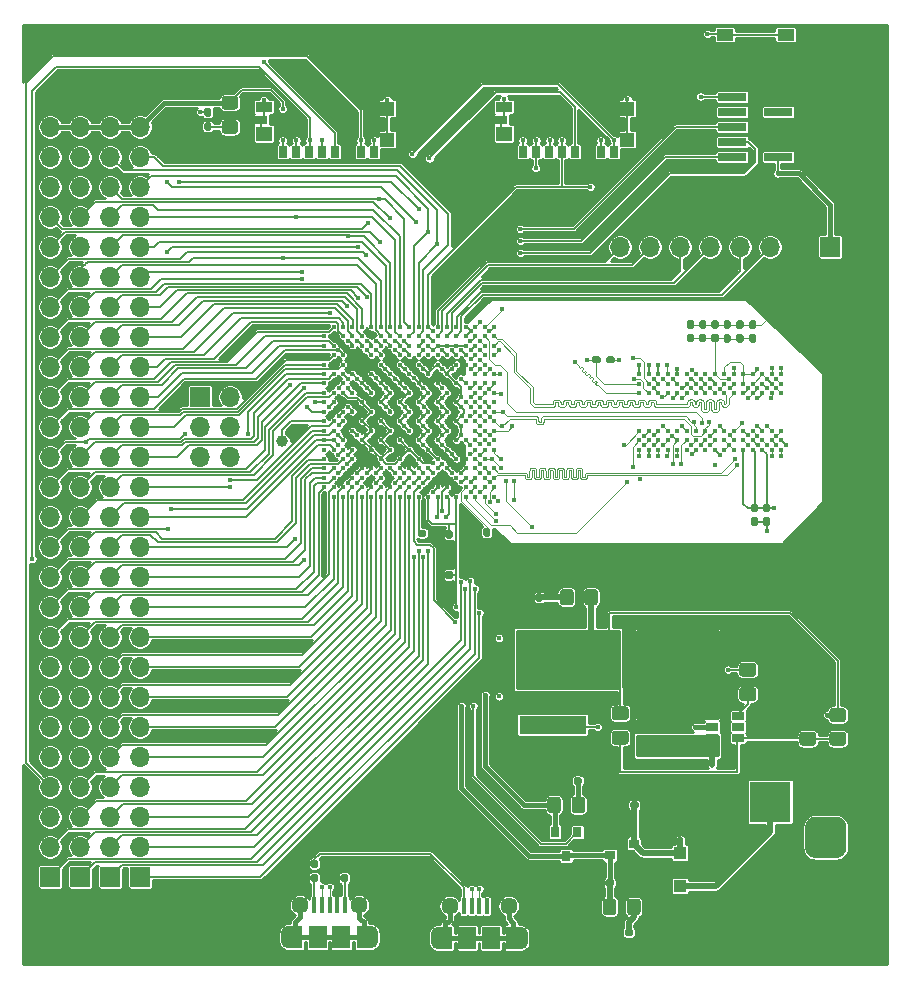
<source format=gbr>
%TF.GenerationSoftware,KiCad,Pcbnew,(5.1.8-0-10_14)*%
%TF.CreationDate,2020-12-08T12:39:33+00:00*%
%TF.ProjectId,STM32MP1_TestBoard,53544d33-324d-4503-915f-54657374426f,rev?*%
%TF.SameCoordinates,Original*%
%TF.FileFunction,Copper,L1,Top*%
%TF.FilePolarity,Positive*%
%FSLAX46Y46*%
G04 Gerber Fmt 4.6, Leading zero omitted, Abs format (unit mm)*
G04 Created by KiCad (PCBNEW (5.1.8-0-10_14)) date 2020-12-08 12:39:33*
%MOMM*%
%LPD*%
G01*
G04 APERTURE LIST*
%TA.AperFunction,ComponentPad*%
%ADD10O,1.700000X1.700000*%
%TD*%
%TA.AperFunction,ComponentPad*%
%ADD11R,1.700000X1.700000*%
%TD*%
%TA.AperFunction,SMDPad,CuDef*%
%ADD12C,0.400000*%
%TD*%
%TA.AperFunction,SMDPad,CuDef*%
%ADD13C,1.000000*%
%TD*%
%TA.AperFunction,ComponentPad*%
%ADD14R,3.500000X3.500000*%
%TD*%
%TA.AperFunction,SMDPad,CuDef*%
%ADD15R,1.100000X1.100000*%
%TD*%
%TA.AperFunction,SMDPad,CuDef*%
%ADD16R,1.200000X1.900000*%
%TD*%
%TA.AperFunction,ComponentPad*%
%ADD17O,1.200000X1.900000*%
%TD*%
%TA.AperFunction,SMDPad,CuDef*%
%ADD18R,1.500000X1.900000*%
%TD*%
%TA.AperFunction,ComponentPad*%
%ADD19C,1.450000*%
%TD*%
%TA.AperFunction,SMDPad,CuDef*%
%ADD20R,0.400000X1.350000*%
%TD*%
%TA.AperFunction,SMDPad,CuDef*%
%ADD21R,1.060000X0.650000*%
%TD*%
%TA.AperFunction,SMDPad,CuDef*%
%ADD22R,0.900000X0.800000*%
%TD*%
%TA.AperFunction,SMDPad,CuDef*%
%ADD23R,1.450000X1.000000*%
%TD*%
%TA.AperFunction,SMDPad,CuDef*%
%ADD24R,0.800000X0.900000*%
%TD*%
%TA.AperFunction,SMDPad,CuDef*%
%ADD25R,5.700000X1.600000*%
%TD*%
%TA.AperFunction,SMDPad,CuDef*%
%ADD26R,1.000000X0.700000*%
%TD*%
%TA.AperFunction,SMDPad,CuDef*%
%ADD27R,1.400000X0.900000*%
%TD*%
%TA.AperFunction,SMDPad,CuDef*%
%ADD28R,1.400000X1.200000*%
%TD*%
%TA.AperFunction,SMDPad,CuDef*%
%ADD29R,1.200000X1.150000*%
%TD*%
%TA.AperFunction,SMDPad,CuDef*%
%ADD30R,0.700000X1.000000*%
%TD*%
%TA.AperFunction,SMDPad,CuDef*%
%ADD31R,2.400000X0.740000*%
%TD*%
%TA.AperFunction,ViaPad*%
%ADD32C,0.450000*%
%TD*%
%TA.AperFunction,Conductor*%
%ADD33C,0.150000*%
%TD*%
%TA.AperFunction,Conductor*%
%ADD34C,0.200000*%
%TD*%
%TA.AperFunction,Conductor*%
%ADD35C,0.100000*%
%TD*%
%TA.AperFunction,Conductor*%
%ADD36C,0.500000*%
%TD*%
%TA.AperFunction,Conductor*%
%ADD37C,0.400000*%
%TD*%
%TA.AperFunction,Conductor*%
%ADD38C,0.090000*%
%TD*%
%TA.AperFunction,Conductor*%
%ADD39C,0.254000*%
%TD*%
G04 APERTURE END LIST*
D10*
%TO.P,J7,8*%
%TO.N,/GPIO/DSI_D0_N*%
X177800000Y-88900000D03*
%TO.P,J7,7*%
%TO.N,/GPIO/DSI_D0_P*%
X180340000Y-88900000D03*
%TO.P,J7,6*%
%TO.N,/GPIO/DSI_CK_N*%
X182880000Y-88900000D03*
%TO.P,J7,5*%
%TO.N,/GPIO/DSI_CK_P*%
X185420000Y-88900000D03*
%TO.P,J7,4*%
%TO.N,/GPIO/DSI_D1_N*%
X187960000Y-88900000D03*
%TO.P,J7,3*%
%TO.N,/GPIO/DSI_D1_P*%
X190500000Y-88900000D03*
%TO.P,J7,2*%
%TO.N,GNDS*%
X193040000Y-88900000D03*
D11*
%TO.P,J7,1*%
%TO.N,/DebugInterface1/3.3V_VDD*%
X195580000Y-88900000D03*
%TD*%
D12*
%TO.P,U1,W19*%
%TO.N,GNDS*%
X167131000Y-110057000D03*
%TO.P,U1,V19*%
%TO.N,/DDR/DDR_DQ11*%
X167131000Y-109257000D03*
%TO.P,U1,U19*%
%TO.N,/DDR/DDR_DQS1_P*%
X167131000Y-108457000D03*
%TO.P,U1,T19*%
%TO.N,/DDR/DDR_DQS1_N*%
X167131000Y-107657000D03*
%TO.P,U1,P19*%
%TO.N,/DDR/DDR_CKE*%
X167131000Y-106057000D03*
%TO.P,U1,N19*%
%TO.N,Net-(U1-PadN19)*%
X167131000Y-105257000D03*
%TO.P,U1,M19*%
%TO.N,/DDR/DDR_A10*%
X167131000Y-104457000D03*
%TO.P,U1,L19*%
%TO.N,/DDR/DDR_CLK_P*%
X167131000Y-103657000D03*
%TO.P,U1,K19*%
%TO.N,/DDR/DDR_CLK_N*%
X167131000Y-102857000D03*
%TO.P,U1,J19*%
%TO.N,Net-(U1-PadJ19)*%
X167131000Y-102057000D03*
%TO.P,U1,H19*%
%TO.N,/DDR/DDR_ODT*%
X167131000Y-101257000D03*
%TO.P,U1,G19*%
%TO.N,/DDR/DDR_BA0*%
X167131000Y-100457000D03*
%TO.P,U1,F19*%
%TO.N,/DDR/DDR_A3*%
X167131000Y-99657000D03*
%TO.P,U1,D19*%
%TO.N,/DDR/DDR_DQ6*%
X167131000Y-98057000D03*
%TO.P,U1,C19*%
%TO.N,/DDR/DDR_DQS0_P*%
X167131000Y-97257000D03*
%TO.P,U1,B19*%
%TO.N,/DDR/DDR_DQS0_N*%
X167131000Y-96457000D03*
%TO.P,U1,A19*%
%TO.N,GNDS*%
X167131000Y-95657000D03*
%TO.P,U1,W18*%
%TO.N,/DDR/DDR_DQ12*%
X166331000Y-110057000D03*
%TO.P,U1,V18*%
%TO.N,/DDR/DDR_DQ14*%
X166331000Y-109257000D03*
%TO.P,U1,U18*%
%TO.N,/DDR/DDR_DQM1*%
X166331000Y-108457000D03*
%TO.P,U1,T18*%
%TO.N,/DDR/DDR_DQ13*%
X166331000Y-107657000D03*
%TO.P,U1,R18*%
%TO.N,/DDR/DDR_DQ10*%
X166331000Y-106857000D03*
%TO.P,U1,P18*%
%TO.N,/DDR/DDR_DQ8*%
X166331000Y-106057000D03*
%TO.P,U1,N18*%
%TO.N,/DDR/DDR_A14*%
X166331000Y-105257000D03*
%TO.P,U1,M18*%
%TO.N,/DDR/DDR_A11*%
X166331000Y-104457000D03*
%TO.P,U1,L18*%
%TO.N,/DDR/DDR_RASN*%
X166331000Y-103657000D03*
%TO.P,U1,K18*%
%TO.N,Net-(U1-PadK18)*%
X166331000Y-102857000D03*
%TO.P,U1,J18*%
%TO.N,/DDR/DDR_CSN*%
X166331000Y-102057000D03*
%TO.P,U1,H18*%
%TO.N,/DDR/DDR_A0*%
X166331000Y-101257000D03*
%TO.P,U1,G18*%
%TO.N,/DDR/DDR_A2*%
X166331000Y-100457000D03*
%TO.P,U1,F18*%
%TO.N,Net-(R10-Pad1)*%
X166331000Y-99657000D03*
%TO.P,U1,E18*%
%TO.N,/DDR/DDR_DQ4*%
X166331000Y-98857000D03*
%TO.P,U1,D18*%
%TO.N,/DDR/DDR_DQ2*%
X166331000Y-98057000D03*
%TO.P,U1,C18*%
%TO.N,/DDR/DDR_DQM0*%
X166331000Y-97257000D03*
%TO.P,U1,B18*%
%TO.N,/DDR/DDR_DQ7*%
X166331000Y-96457000D03*
%TO.P,U1,A18*%
%TO.N,/DDR/DDR_DQ1*%
X166331000Y-95657000D03*
%TO.P,U1,W17*%
%TO.N,/DDR/DDR_DQ15*%
X165531000Y-110057000D03*
%TO.P,U1,V17*%
%TO.N,/GPIO/PA11*%
X165531000Y-109257000D03*
%TO.P,U1,U17*%
%TO.N,GNDS*%
X165531000Y-108457000D03*
%TO.P,U1,T17*%
%TO.N,/DDR/DDR_DQ9*%
X165531000Y-107657000D03*
%TO.P,U1,R17*%
%TO.N,/DDR/DDR_A8*%
X165531000Y-106857000D03*
%TO.P,U1,P17*%
%TO.N,/DDR/DDR_A4*%
X165531000Y-106057000D03*
%TO.P,U1,N17*%
%TO.N,/DDR/DDR_BA1*%
X165531000Y-105257000D03*
%TO.P,U1,M17*%
%TO.N,/DDR/DDR_A1*%
X165531000Y-104457000D03*
%TO.P,U1,L17*%
%TO.N,/DDR/DDR_A12*%
X165531000Y-103657000D03*
%TO.P,U1,K17*%
%TO.N,/DDR/DDR_CASN*%
X165531000Y-102857000D03*
%TO.P,U1,J17*%
%TO.N,/DDR/DDR_WEN*%
X165531000Y-102057000D03*
%TO.P,U1,H17*%
%TO.N,/DDR/DDR_A5*%
X165531000Y-101257000D03*
%TO.P,U1,G17*%
%TO.N,/DDR/DDR_A9*%
X165531000Y-100457000D03*
%TO.P,U1,F17*%
%TO.N,/DDR/DDR_A13*%
X165531000Y-99657000D03*
%TO.P,U1,E17*%
%TO.N,/DDR/DDR_A7*%
X165531000Y-98857000D03*
%TO.P,U1,D17*%
%TO.N,/DDR/DDR_DQ5*%
X165531000Y-98057000D03*
%TO.P,U1,C17*%
%TO.N,GNDS*%
X165531000Y-97257000D03*
%TO.P,U1,B17*%
%TO.N,/DDR/DDR_DQ3*%
X165531000Y-96457000D03*
%TO.P,U1,A17*%
%TO.N,/DDR/DDR_DQ0*%
X165531000Y-95657000D03*
%TO.P,U1,W16*%
%TO.N,/DDR/DDR_VREF*%
X164731000Y-110057000D03*
%TO.P,U1,V16*%
%TO.N,Net-(R8-Pad2)*%
X164731000Y-109257000D03*
%TO.P,U1,U16*%
%TO.N,/GPIO/PA12*%
X164731000Y-108457000D03*
%TO.P,U1,T16*%
%TO.N,/GPIO/PA10*%
X164731000Y-107657000D03*
%TO.P,U1,R16*%
%TO.N,GNDS*%
X164731000Y-106857000D03*
%TO.P,U1,N16*%
%TO.N,/DDR/DDR_A6*%
X164731000Y-105257000D03*
%TO.P,U1,L16*%
%TO.N,Net-(U1-PadL16)*%
X164731000Y-103657000D03*
%TO.P,U1,J16*%
%TO.N,/DDR/DDR_BA2*%
X164731000Y-102057000D03*
%TO.P,U1,G16*%
%TO.N,Net-(R15-Pad1)*%
X164731000Y-100457000D03*
%TO.P,U1,E16*%
%TO.N,GNDS*%
X164731000Y-98857000D03*
%TO.P,U1,D16*%
%TO.N,/DebugInterface1/SWCLK*%
X164731000Y-98057000D03*
%TO.P,U1,C16*%
%TO.N,Net-(C69-Pad1)*%
X164731000Y-97257000D03*
%TO.P,U1,B16*%
%TO.N,Net-(C69-Pad2)*%
X164731000Y-96457000D03*
%TO.P,U1,A16*%
X164731000Y-95657000D03*
%TO.P,U1,W15*%
%TO.N,/PSU/3V3_USB*%
X163931000Y-110057000D03*
%TO.P,U1,V15*%
%TO.N,GNDS*%
X163931000Y-109257000D03*
%TO.P,U1,U15*%
%TO.N,Net-(U1-PadU15)*%
X163931000Y-108457000D03*
%TO.P,U1,T15*%
%TO.N,GNDS*%
X163931000Y-107657000D03*
%TO.P,U1,R15*%
%TO.N,/PSU/1.35V_VDDCORE*%
X163931000Y-106857000D03*
%TO.P,U1,P15*%
%TO.N,GNDS*%
X163931000Y-106057000D03*
%TO.P,U1,N15*%
%TO.N,/PSU/1.35V_VDDCORE*%
X163931000Y-105257000D03*
%TO.P,U1,M15*%
%TO.N,GNDS*%
X163931000Y-104457000D03*
%TO.P,U1,L15*%
%TO.N,/PSU/1.35V_VDDCORE*%
X163931000Y-103657000D03*
%TO.P,U1,K15*%
%TO.N,GNDS*%
X163931000Y-102857000D03*
%TO.P,U1,J15*%
%TO.N,/PSU/1.35V_VDDCORE*%
X163931000Y-102057000D03*
%TO.P,U1,H15*%
%TO.N,GNDS*%
X163931000Y-101257000D03*
%TO.P,U1,G15*%
%TO.N,/PSU/1.35V_VDDCORE*%
X163931000Y-100457000D03*
%TO.P,U1,F15*%
%TO.N,GNDS*%
X163931000Y-99657000D03*
%TO.P,U1,E15*%
%TO.N,/PSU/1.35V_VDDCORE*%
X163931000Y-98857000D03*
%TO.P,U1,D15*%
%TO.N,/DebugInterface1/SWDIO*%
X163931000Y-98057000D03*
%TO.P,U1,C15*%
%TO.N,Net-(C69-Pad1)*%
X163931000Y-97257000D03*
%TO.P,U1,B15*%
%TO.N,/GPIO/DSI_D1_P*%
X163931000Y-96457000D03*
%TO.P,U1,A15*%
%TO.N,/GPIO/DSI_D1_N*%
X163931000Y-95657000D03*
%TO.P,U1,W14*%
%TO.N,/GPIO/USB_Conn/USB_D1_N*%
X163131000Y-110057000D03*
%TO.P,U1,V14*%
%TO.N,/GPIO/USB_Conn/USB_D1_P*%
X163131000Y-109257000D03*
%TO.P,U1,U14*%
%TO.N,GNDS*%
X163131000Y-108457000D03*
%TO.P,U1,T14*%
%TO.N,/GPIO/PG9*%
X163131000Y-107657000D03*
%TO.P,U1,R14*%
%TO.N,GNDS*%
X163131000Y-106857000D03*
%TO.P,U1,P14*%
%TO.N,/PSU/1.35V_VDDCORE*%
X163131000Y-106057000D03*
%TO.P,U1,N14*%
%TO.N,GNDS*%
X163131000Y-105257000D03*
%TO.P,U1,M14*%
%TO.N,/PSU/1.35V_VDDCORE*%
X163131000Y-104457000D03*
%TO.P,U1,L14*%
%TO.N,GNDS*%
X163131000Y-103657000D03*
%TO.P,U1,K14*%
%TO.N,/PSU/1.35V_VDDCORE*%
X163131000Y-102857000D03*
%TO.P,U1,J14*%
%TO.N,GNDS*%
X163131000Y-102057000D03*
%TO.P,U1,H14*%
%TO.N,/PSU/1.35V_VDDCORE*%
X163131000Y-101257000D03*
%TO.P,U1,G14*%
%TO.N,GNDS*%
X163131000Y-100457000D03*
%TO.P,U1,F14*%
%TO.N,/PSU/1.35V_VDDCORE*%
X163131000Y-99657000D03*
%TO.P,U1,E14*%
%TO.N,GNDS*%
X163131000Y-98857000D03*
%TO.P,U1,D14*%
%TO.N,/DebugInterface1/SWO*%
X163131000Y-98057000D03*
%TO.P,U1,C14*%
%TO.N,Net-(C69-Pad1)*%
X163131000Y-97257000D03*
%TO.P,U1,B14*%
%TO.N,/GPIO/DSI_CK_P*%
X163131000Y-96457000D03*
%TO.P,U1,A14*%
%TO.N,/GPIO/DSI_CK_N*%
X163131000Y-95657000D03*
%TO.P,U1,W13*%
%TO.N,/GPIO/USB_Conn/USB_D2_P*%
X162331000Y-110057000D03*
%TO.P,U1,V13*%
%TO.N,/GPIO/USB_Conn/USB_D2_N*%
X162331000Y-109257000D03*
%TO.P,U1,U13*%
%TO.N,GNDS*%
X162331000Y-108457000D03*
%TO.P,U1,T13*%
%TO.N,/GPIO/PB2*%
X162331000Y-107657000D03*
%TO.P,U1,R13*%
%TO.N,/PSU/1.35V_VDDCORE*%
X162331000Y-106857000D03*
%TO.P,U1,P13*%
%TO.N,GNDS*%
X162331000Y-106057000D03*
%TO.P,U1,N13*%
%TO.N,/PSU/1.35V_VDDCORE*%
X162331000Y-105257000D03*
%TO.P,U1,M13*%
%TO.N,GNDS*%
X162331000Y-104457000D03*
%TO.P,U1,L13*%
%TO.N,/PSU/1.35V_VDDCORE*%
X162331000Y-103657000D03*
%TO.P,U1,K13*%
%TO.N,GNDS*%
X162331000Y-102857000D03*
%TO.P,U1,J13*%
%TO.N,/PSU/1.35V_VDDCORE*%
X162331000Y-102057000D03*
%TO.P,U1,H13*%
%TO.N,GNDS*%
X162331000Y-101257000D03*
%TO.P,U1,G13*%
%TO.N,/DebugInterface1/3.3V_VDD*%
X162331000Y-100457000D03*
%TO.P,U1,F13*%
%TO.N,GNDS*%
X162331000Y-99657000D03*
%TO.P,U1,E13*%
%TO.N,/PSU/1.35V_VDDCORE*%
X162331000Y-98857000D03*
%TO.P,U1,D13*%
%TO.N,Net-(U1-PadD13)*%
X162331000Y-98057000D03*
%TO.P,U1,C13*%
%TO.N,Net-(C69-Pad1)*%
X162331000Y-97257000D03*
%TO.P,U1,B13*%
%TO.N,/GPIO/DSI_D0_P*%
X162331000Y-96457000D03*
%TO.P,U1,A13*%
%TO.N,/GPIO/DSI_D0_N*%
X162331000Y-95657000D03*
%TO.P,U1,W12*%
%TO.N,/PSU/3V3_USB*%
X161531000Y-110057000D03*
%TO.P,U1,V12*%
%TO.N,GNDS*%
X161531000Y-109257000D03*
%TO.P,U1,U12*%
%TO.N,/GPIO/PD13*%
X161531000Y-108457000D03*
%TO.P,U1,T12*%
%TO.N,/GPIO/PB6*%
X161531000Y-107657000D03*
%TO.P,U1,R12*%
%TO.N,GNDS*%
X161531000Y-106857000D03*
%TO.P,U1,P12*%
%TO.N,/PSU/1.35V_VDDCORE*%
X161531000Y-106057000D03*
%TO.P,U1,N12*%
%TO.N,GNDS*%
X161531000Y-105257000D03*
%TO.P,U1,M12*%
%TO.N,/PSU/1.35V_VDDCORE*%
X161531000Y-104457000D03*
%TO.P,U1,L12*%
%TO.N,GNDS*%
X161531000Y-103657000D03*
%TO.P,U1,K12*%
%TO.N,/PSU/1.35V_VDDCORE*%
X161531000Y-102857000D03*
%TO.P,U1,J12*%
%TO.N,GNDS*%
X161531000Y-102057000D03*
%TO.P,U1,H12*%
%TO.N,/PSU/1.35V_VDDCORE*%
X161531000Y-101257000D03*
%TO.P,U1,G12*%
%TO.N,GNDS*%
X161531000Y-100457000D03*
%TO.P,U1,F12*%
%TO.N,/PSU/1.35V_VDDCORE*%
X161531000Y-99657000D03*
%TO.P,U1,E12*%
%TO.N,GNDS*%
X161531000Y-98857000D03*
%TO.P,U1,D12*%
%TO.N,Net-(U1-PadD12)*%
X161531000Y-98057000D03*
%TO.P,U1,C12*%
%TO.N,Net-(C69-Pad1)*%
X161531000Y-97257000D03*
%TO.P,U1,B12*%
%TO.N,/PSU/1V8_DETECT*%
X161531000Y-96457000D03*
%TO.P,U1,A12*%
%TO.N,/DebugInterface1/3.3V_VDD*%
X161531000Y-95657000D03*
%TO.P,U1,W11*%
%TO.N,Net-(C9-Pad2)*%
X160731000Y-110057000D03*
%TO.P,U1,V11*%
%TO.N,/PSU/1V8_DETECT*%
X160731000Y-109257000D03*
%TO.P,U1,U11*%
%TO.N,/GPIO/PD12*%
X160731000Y-108457000D03*
%TO.P,U1,T11*%
%TO.N,/GPIO/PE8*%
X160731000Y-107657000D03*
%TO.P,U1,R11*%
%TO.N,/DebugInterface1/3.3V_VDD*%
X160731000Y-106857000D03*
%TO.P,U1,P11*%
%TO.N,GNDS*%
X160731000Y-106057000D03*
%TO.P,U1,N11*%
%TO.N,/PSU/1.35V_VDDCORE*%
X160731000Y-105257000D03*
%TO.P,U1,M11*%
%TO.N,GNDS*%
X160731000Y-104457000D03*
%TO.P,U1,L11*%
%TO.N,/PSU/1.35V_VDDCORE*%
X160731000Y-103657000D03*
%TO.P,U1,K11*%
%TO.N,GNDS*%
X160731000Y-102857000D03*
%TO.P,U1,J11*%
%TO.N,/PSU/1.35V_VDDCORE*%
X160731000Y-102057000D03*
%TO.P,U1,H11*%
%TO.N,GNDS*%
X160731000Y-101257000D03*
%TO.P,U1,G11*%
%TO.N,/PSU/1.35V_VDDCORE*%
X160731000Y-100457000D03*
%TO.P,U1,F11*%
%TO.N,GNDS*%
X160731000Y-99657000D03*
%TO.P,U1,E11*%
%TO.N,/PSU/1.35V_VDDCORE*%
X160731000Y-98857000D03*
%TO.P,U1,D11*%
%TO.N,/GPIO/PC10*%
X160731000Y-98057000D03*
%TO.P,U1,C11*%
%TO.N,/GPIO/PC8*%
X160731000Y-97257000D03*
%TO.P,U1,B11*%
%TO.N,/GPIO/PE4*%
X160731000Y-96457000D03*
%TO.P,U1,A11*%
%TO.N,/GPIO/PC11*%
X160731000Y-95657000D03*
%TO.P,U1,W10*%
%TO.N,/GPIO/PG7*%
X159931000Y-110057000D03*
%TO.P,U1,V10*%
%TO.N,/GPIO/PE10*%
X159931000Y-109257000D03*
%TO.P,U1,U10*%
%TO.N,/GPIO/PF8*%
X159931000Y-108457000D03*
%TO.P,U1,T10*%
%TO.N,/GPIO/PE7*%
X159931000Y-107657000D03*
%TO.P,U1,R10*%
%TO.N,GNDS*%
X159931000Y-106857000D03*
%TO.P,U1,P10*%
%TO.N,/DebugInterface1/3.3V_VDD*%
X159931000Y-106057000D03*
%TO.P,U1,N10*%
%TO.N,GNDS*%
X159931000Y-105257000D03*
%TO.P,U1,M10*%
%TO.N,/PSU/1.35V_VDDCORE*%
X159931000Y-104457000D03*
%TO.P,U1,L10*%
%TO.N,GNDS*%
X159931000Y-103657000D03*
%TO.P,U1,K10*%
%TO.N,/PSU/1.35V_VDDCORE*%
X159931000Y-102857000D03*
%TO.P,U1,J10*%
%TO.N,GNDS*%
X159931000Y-102057000D03*
%TO.P,U1,H10*%
%TO.N,/PSU/1.35V_VDDCORE*%
X159931000Y-101257000D03*
%TO.P,U1,G10*%
%TO.N,GNDS*%
X159931000Y-100457000D03*
%TO.P,U1,F10*%
%TO.N,/PSU/1.35V_VDDCORE*%
X159931000Y-99657000D03*
%TO.P,U1,E10*%
%TO.N,GNDS*%
X159931000Y-98857000D03*
%TO.P,U1,D10*%
%TO.N,/GPIO/PC6*%
X159931000Y-98057000D03*
%TO.P,U1,C10*%
%TO.N,/GPIO/PC12*%
X159931000Y-97257000D03*
%TO.P,U1,B10*%
%TO.N,/GPIO/PD2*%
X159931000Y-96457000D03*
%TO.P,U1,A10*%
%TO.N,/GPIO/PC9*%
X159931000Y-95657000D03*
%TO.P,U1,W9*%
%TO.N,/GPIO/PF9*%
X159131000Y-110057000D03*
%TO.P,U1,V9*%
%TO.N,/GPIO/PF6*%
X159131000Y-109257000D03*
%TO.P,U1,U9*%
%TO.N,/GPIO/PF10*%
X159131000Y-108457000D03*
%TO.P,U1,T9*%
%TO.N,/GPIO/PB13*%
X159131000Y-107657000D03*
%TO.P,U1,R9*%
%TO.N,/DebugInterface1/3.3V_VDD*%
X159131000Y-106857000D03*
%TO.P,U1,P9*%
%TO.N,GNDS*%
X159131000Y-106057000D03*
%TO.P,U1,N9*%
%TO.N,/DebugInterface1/3.3V_VDD*%
X159131000Y-105257000D03*
%TO.P,U1,M9*%
%TO.N,GNDS*%
X159131000Y-104457000D03*
%TO.P,U1,L9*%
%TO.N,/PSU/1.35V_VDDCORE*%
X159131000Y-103657000D03*
%TO.P,U1,K9*%
%TO.N,GNDS*%
X159131000Y-102857000D03*
%TO.P,U1,J9*%
%TO.N,/PSU/1.35V_VDDCORE*%
X159131000Y-102057000D03*
%TO.P,U1,H9*%
%TO.N,GNDS*%
X159131000Y-101257000D03*
%TO.P,U1,G9*%
%TO.N,/PSU/1.35V_VDDCORE*%
X159131000Y-100457000D03*
%TO.P,U1,F9*%
%TO.N,GNDS*%
X159131000Y-99657000D03*
%TO.P,U1,E9*%
%TO.N,/PSU/1.35V_VDDCORE*%
X159131000Y-98857000D03*
%TO.P,U1,D9*%
%TO.N,/GPIO/PB9*%
X159131000Y-98057000D03*
%TO.P,U1,C9*%
%TO.N,/GPIO/PB14*%
X159131000Y-97257000D03*
%TO.P,U1,B9*%
%TO.N,/GPIO/PB4*%
X159131000Y-96457000D03*
%TO.P,U1,A9*%
%TO.N,/GPIO/PC7*%
X159131000Y-95657000D03*
%TO.P,U1,W8*%
%TO.N,/GPIO/PF7*%
X158331000Y-110057000D03*
%TO.P,U1,V8*%
%TO.N,/GPIO/PD11*%
X158331000Y-109257000D03*
%TO.P,U1,U8*%
%TO.N,GNDS*%
X158331000Y-108457000D03*
%TO.P,U1,T8*%
%TO.N,/GPIO/PB5*%
X158331000Y-107657000D03*
%TO.P,U1,R8*%
%TO.N,GNDS*%
X158331000Y-106857000D03*
%TO.P,U1,P8*%
%TO.N,/DebugInterface1/3.3V_VDD*%
X158331000Y-106057000D03*
%TO.P,U1,N8*%
%TO.N,GNDS*%
X158331000Y-105257000D03*
%TO.P,U1,M8*%
%TO.N,/DebugInterface1/3.3V_VDD*%
X158331000Y-104457000D03*
%TO.P,U1,L8*%
%TO.N,GNDS*%
X158331000Y-103657000D03*
%TO.P,U1,K8*%
%TO.N,/PSU/1.35V_VDDCORE*%
X158331000Y-102857000D03*
%TO.P,U1,J8*%
%TO.N,GNDS*%
X158331000Y-102057000D03*
%TO.P,U1,H8*%
%TO.N,/PSU/1.35V_VDDCORE*%
X158331000Y-101257000D03*
%TO.P,U1,G8*%
%TO.N,GNDS*%
X158331000Y-100457000D03*
%TO.P,U1,F8*%
%TO.N,/PSU/1.35V_VDDCORE*%
X158331000Y-99657000D03*
%TO.P,U1,E8*%
%TO.N,GNDS*%
X158331000Y-98857000D03*
%TO.P,U1,D8*%
X158331000Y-98057000D03*
%TO.P,U1,C8*%
%TO.N,/GPIO/PA9*%
X158331000Y-97257000D03*
%TO.P,U1,B8*%
%TO.N,/GPIO/PA8*%
X158331000Y-96457000D03*
%TO.P,U1,A8*%
%TO.N,/GPIO/PB15*%
X158331000Y-95657000D03*
%TO.P,U1,W7*%
%TO.N,/GPIO/PE9*%
X157531000Y-110057000D03*
%TO.P,U1,V7*%
%TO.N,/GPIO/PG10*%
X157531000Y-109257000D03*
%TO.P,U1,U7*%
%TO.N,/GPIO/PG8*%
X157531000Y-108457000D03*
%TO.P,U1,T7*%
%TO.N,/GPIO/PC0*%
X157531000Y-107657000D03*
%TO.P,U1,R7*%
%TO.N,/DebugInterface1/3.3V_VDD*%
X157531000Y-106857000D03*
%TO.P,U1,P7*%
%TO.N,GNDS*%
X157531000Y-106057000D03*
%TO.P,U1,N7*%
%TO.N,/DebugInterface1/3.3V_VDD*%
X157531000Y-105257000D03*
%TO.P,U1,M7*%
%TO.N,GNDS*%
X157531000Y-104457000D03*
%TO.P,U1,L7*%
%TO.N,/DebugInterface1/3.3V_VDD*%
X157531000Y-103657000D03*
%TO.P,U1,K7*%
%TO.N,GNDS*%
X157531000Y-102857000D03*
%TO.P,U1,J7*%
%TO.N,/PSU/1.35V_VDDCORE*%
X157531000Y-102057000D03*
%TO.P,U1,H7*%
%TO.N,GNDS*%
X157531000Y-101257000D03*
%TO.P,U1,G7*%
%TO.N,/PSU/1.35V_VDDCORE*%
X157531000Y-100457000D03*
%TO.P,U1,F7*%
%TO.N,GNDS*%
X157531000Y-99657000D03*
%TO.P,U1,E7*%
%TO.N,/PSU/1.35V_VDDCORE*%
X157531000Y-98857000D03*
%TO.P,U1,D7*%
%TO.N,/GPIO/PD5*%
X157531000Y-98057000D03*
%TO.P,U1,C7*%
%TO.N,/GPIO/PA15*%
X157531000Y-97257000D03*
%TO.P,U1,B7*%
%TO.N,/GPIO/PE5*%
X157531000Y-96457000D03*
%TO.P,U1,A7*%
%TO.N,/GPIO/PB3*%
X157531000Y-95657000D03*
%TO.P,U1,W6*%
%TO.N,/GPIO/PB8*%
X156731000Y-110057000D03*
%TO.P,U1,V6*%
%TO.N,/GPIO/PG11*%
X156731000Y-109257000D03*
%TO.P,U1,U6*%
%TO.N,GNDS*%
X156731000Y-108457000D03*
%TO.P,U1,T6*%
%TO.N,/GPIO/PA7*%
X156731000Y-107657000D03*
%TO.P,U1,R6*%
%TO.N,GNDS*%
X156731000Y-106857000D03*
%TO.P,U1,P6*%
%TO.N,/DebugInterface1/3.3V_VDD*%
X156731000Y-106057000D03*
%TO.P,U1,N6*%
%TO.N,GNDS*%
X156731000Y-105257000D03*
%TO.P,U1,M6*%
%TO.N,/DebugInterface1/3.3V_VDD*%
X156731000Y-104457000D03*
%TO.P,U1,L6*%
%TO.N,GNDS*%
X156731000Y-103657000D03*
%TO.P,U1,K6*%
%TO.N,/DebugInterface1/3.3V_VDD*%
X156731000Y-102857000D03*
%TO.P,U1,J6*%
%TO.N,GNDS*%
X156731000Y-102057000D03*
%TO.P,U1,H6*%
%TO.N,/PSU/1.35V_VDDCORE*%
X156731000Y-101257000D03*
%TO.P,U1,G6*%
%TO.N,GNDS*%
X156731000Y-100457000D03*
%TO.P,U1,F6*%
%TO.N,/PSU/1.35V_VDDCORE*%
X156731000Y-99657000D03*
%TO.P,U1,E6*%
%TO.N,GNDS*%
X156731000Y-98857000D03*
%TO.P,U1,D6*%
%TO.N,/GPIO/PD4*%
X156731000Y-98057000D03*
%TO.P,U1,C6*%
%TO.N,/GPIO/PD3*%
X156731000Y-97257000D03*
%TO.P,U1,B6*%
%TO.N,GNDS*%
X156731000Y-96457000D03*
%TO.P,U1,A6*%
%TO.N,/GPIO/PG6*%
X156731000Y-95657000D03*
%TO.P,U1,W5*%
%TO.N,/GPIO/PB10*%
X155931000Y-110057000D03*
%TO.P,U1,V5*%
%TO.N,/GPIO/PB12*%
X155931000Y-109257000D03*
%TO.P,U1,U5*%
%TO.N,/GPIO/PF11*%
X155931000Y-108457000D03*
%TO.P,U1,T5*%
%TO.N,/GPIO/PA6*%
X155931000Y-107657000D03*
%TO.P,U1,R5*%
%TO.N,GNDS*%
X155931000Y-106857000D03*
%TO.P,U1,P5*%
X155931000Y-106057000D03*
%TO.P,U1,N5*%
%TO.N,/DebugInterface1/3.3V_VDD*%
X155931000Y-105257000D03*
%TO.P,U1,M5*%
%TO.N,GNDS*%
X155931000Y-104457000D03*
%TO.P,U1,L5*%
%TO.N,/DebugInterface1/3.3V_VDD*%
X155931000Y-103657000D03*
%TO.P,U1,K5*%
%TO.N,GNDS*%
X155931000Y-102857000D03*
%TO.P,U1,J5*%
%TO.N,/DebugInterface1/3.3V_VDD*%
X155931000Y-102057000D03*
%TO.P,U1,H5*%
%TO.N,GNDS*%
X155931000Y-101257000D03*
%TO.P,U1,G5*%
%TO.N,/PSU/1.35V_VDDCORE*%
X155931000Y-100457000D03*
%TO.P,U1,F5*%
%TO.N,GNDS*%
X155931000Y-99657000D03*
%TO.P,U1,E5*%
X155931000Y-98857000D03*
%TO.P,U1,D5*%
X155931000Y-98057000D03*
%TO.P,U1,C5*%
%TO.N,/GPIO/PD10*%
X155931000Y-97257000D03*
%TO.P,U1,B5*%
%TO.N,/GPIO/PB7*%
X155931000Y-96457000D03*
%TO.P,U1,A5*%
%TO.N,/GPIO/PE3*%
X155931000Y-95657000D03*
%TO.P,U1,W4*%
%TO.N,/GPIO/PC4*%
X155131000Y-110057000D03*
%TO.P,U1,V4*%
%TO.N,/GPIO/PC5*%
X155131000Y-109257000D03*
%TO.P,U1,U4*%
%TO.N,/GPIO/PA1*%
X155131000Y-108457000D03*
%TO.P,U1,T4*%
%TO.N,GNDS*%
X155131000Y-107657000D03*
%TO.P,U1,R4*%
%TO.N,/GPIO/PA4*%
X155131000Y-106857000D03*
%TO.P,U1,P4*%
%TO.N,/GPIO/PA5*%
X155131000Y-106057000D03*
%TO.P,U1,N4*%
%TO.N,GNDS*%
X155131000Y-105257000D03*
%TO.P,U1,M4*%
%TO.N,Net-(C12-Pad2)*%
X155131000Y-104457000D03*
%TO.P,U1,L4*%
%TO.N,GNDS*%
X155131000Y-103657000D03*
%TO.P,U1,K4*%
%TO.N,Net-(J5-Pad4)*%
X155131000Y-102857000D03*
%TO.P,U1,J4*%
%TO.N,GNDS*%
X155131000Y-102057000D03*
%TO.P,U1,H4*%
%TO.N,/PSU/1.35V_VDDCORE*%
X155131000Y-101257000D03*
%TO.P,U1,G4*%
%TO.N,GNDS*%
X155131000Y-100457000D03*
%TO.P,U1,F4*%
%TO.N,/PSU/1.35V_VDDCORE*%
X155131000Y-99657000D03*
%TO.P,U1,E4*%
%TO.N,GNDS*%
X155131000Y-98857000D03*
%TO.P,U1,D4*%
X155131000Y-98057000D03*
%TO.P,U1,C4*%
%TO.N,/GPIO/PE0*%
X155131000Y-97257000D03*
%TO.P,U1,B4*%
%TO.N,/GPIO/PD7*%
X155131000Y-96457000D03*
%TO.P,U1,A4*%
%TO.N,/GPIO/PD1*%
X155131000Y-95657000D03*
%TO.P,U1,W3*%
%TO.N,/GPIO/PB0*%
X154331000Y-110057000D03*
%TO.P,U1,V3*%
%TO.N,/GPIO/PB1*%
X154331000Y-109257000D03*
%TO.P,U1,U3*%
%TO.N,GNDS*%
X154331000Y-108457000D03*
%TO.P,U1,T3*%
%TO.N,/GPIO/PC3*%
X154331000Y-107657000D03*
%TO.P,U1,R3*%
%TO.N,/GPIO/PA0*%
X154331000Y-106857000D03*
%TO.P,U1,P3*%
%TO.N,/GPIO/PA3*%
X154331000Y-106057000D03*
%TO.P,U1,N3*%
%TO.N,Net-(C14-Pad2)*%
X154331000Y-105257000D03*
%TO.P,U1,M3*%
%TO.N,GNDS*%
X154331000Y-104457000D03*
%TO.P,U1,L3*%
%TO.N,/DebugInterface1/3.3V_VDD*%
X154331000Y-103657000D03*
%TO.P,U1,K3*%
%TO.N,/GPIO/PC13*%
X154331000Y-102857000D03*
%TO.P,U1,J3*%
%TO.N,GNDS*%
X154331000Y-102057000D03*
%TO.P,U1,H3*%
%TO.N,/DebugInterface1/3.3V_VDD*%
X154331000Y-101257000D03*
%TO.P,U1,G3*%
%TO.N,/GPIO/PD9*%
X154331000Y-100457000D03*
%TO.P,U1,F3*%
%TO.N,/GPIO/PD14*%
X154331000Y-99657000D03*
%TO.P,U1,E3*%
%TO.N,/GPIO/PD6*%
X154331000Y-98857000D03*
%TO.P,U1,D3*%
%TO.N,/GPIO/PE14*%
X154331000Y-98057000D03*
%TO.P,U1,C3*%
%TO.N,GNDS*%
X154331000Y-97257000D03*
%TO.P,U1,B3*%
%TO.N,/GPIO/PE6*%
X154331000Y-96457000D03*
%TO.P,U1,A3*%
%TO.N,/GPIO/PD0*%
X154331000Y-95657000D03*
%TO.P,U1,W2*%
%TO.N,/GPIO/PA2*%
X153531000Y-110057000D03*
%TO.P,U1,V2*%
%TO.N,/GPIO/PC1*%
X153531000Y-109257000D03*
%TO.P,U1,U2*%
%TO.N,/GPIO/PG13*%
X153531000Y-108457000D03*
%TO.P,U1,T2*%
%TO.N,/GPIO/PC2*%
X153531000Y-107657000D03*
%TO.P,U1,R2*%
%TO.N,GNDS*%
X153531000Y-106857000D03*
%TO.P,U1,P2*%
%TO.N,/GPIO/BOOT_STATUS*%
X153531000Y-106057000D03*
%TO.P,U1,N2*%
%TO.N,/DebugInterface1/3.3V_VDD*%
X153531000Y-105257000D03*
%TO.P,U1,M2*%
%TO.N,/GPIO/PH1*%
X153531000Y-104457000D03*
%TO.P,U1,L2*%
%TO.N,Net-(J5-Pad6)*%
X153531000Y-103657000D03*
%TO.P,U1,K2*%
%TO.N,GNDS*%
X153531000Y-102857000D03*
%TO.P,U1,J2*%
%TO.N,Net-(C15-Pad1)*%
X153531000Y-102057000D03*
%TO.P,U1,H2*%
%TO.N,/GPIO/PC15*%
X153531000Y-101257000D03*
%TO.P,U1,G2*%
%TO.N,GNDS*%
X153531000Y-100457000D03*
%TO.P,U1,F2*%
%TO.N,/GPIO/PD8*%
X153531000Y-99657000D03*
%TO.P,U1,E2*%
%TO.N,GNDS*%
X153531000Y-98857000D03*
%TO.P,U1,D2*%
%TO.N,/GPIO/PE12*%
X153531000Y-98057000D03*
%TO.P,U1,C2*%
%TO.N,/GPIO/PE13*%
X153531000Y-97257000D03*
%TO.P,U1,B2*%
%TO.N,GNDS*%
X153531000Y-96457000D03*
%TO.P,U1,A2*%
%TO.N,/GPIO/PG15*%
X153531000Y-95657000D03*
%TO.P,U1,W1*%
%TO.N,GNDS*%
X152731000Y-110057000D03*
%TO.P,U1,V1*%
%TO.N,/GPIO/PB11*%
X152731000Y-109257000D03*
%TO.P,U1,U1*%
%TO.N,/GPIO/PG14*%
X152731000Y-108457000D03*
%TO.P,U1,T1*%
%TO.N,/GPIO/PE2*%
X152731000Y-107657000D03*
%TO.P,U1,R1*%
%TO.N,/GPIO/PA14*%
X152731000Y-106857000D03*
%TO.P,U1,P1*%
%TO.N,Net-(U1-PadP1)*%
X152731000Y-106057000D03*
%TO.P,U1,N1*%
%TO.N,/DebugInterface1/3.3V_VDD*%
X152731000Y-105257000D03*
%TO.P,U1,M1*%
%TO.N,/GPIO/PH0*%
X152731000Y-104457000D03*
%TO.P,U1,L1*%
%TO.N,Net-(TP1-Pad1)*%
X152731000Y-103657000D03*
%TO.P,U1,K1*%
%TO.N,Net-(J5-Pad2)*%
X152731000Y-102857000D03*
%TO.P,U1,J1*%
%TO.N,/DebugInterface1/NRST*%
X152731000Y-102057000D03*
%TO.P,U1,H1*%
%TO.N,/GPIO/PC14*%
X152731000Y-101257000D03*
%TO.P,U1,G1*%
%TO.N,/GPIO/PD15*%
X152731000Y-100457000D03*
%TO.P,U1,F1*%
%TO.N,/GPIO/PG12*%
X152731000Y-99657000D03*
%TO.P,U1,E1*%
%TO.N,/GPIO/PE15*%
X152731000Y-98857000D03*
%TO.P,U1,D1*%
%TO.N,GNDS*%
X152731000Y-98057000D03*
%TO.P,U1,C1*%
%TO.N,/GPIO/PE11*%
X152731000Y-97257000D03*
%TO.P,U1,B1*%
%TO.N,/GPIO/PE1*%
X152731000Y-96457000D03*
%TO.P,U1,A1*%
%TO.N,GNDS*%
X152731000Y-95657000D03*
%TD*%
D13*
%TO.P,TP1,1*%
%TO.N,Net-(TP1-Pad1)*%
X149199600Y-105359200D03*
%TD*%
%TO.P,R20,2*%
%TO.N,GNDS*%
%TA.AperFunction,SMDPad,CuDef*%
G36*
G01*
X171102000Y-117743000D02*
X170782000Y-117743000D01*
G75*
G02*
X170622000Y-117583000I0J160000D01*
G01*
X170622000Y-117188000D01*
G75*
G02*
X170782000Y-117028000I160000J0D01*
G01*
X171102000Y-117028000D01*
G75*
G02*
X171262000Y-117188000I0J-160000D01*
G01*
X171262000Y-117583000D01*
G75*
G02*
X171102000Y-117743000I-160000J0D01*
G01*
G37*
%TD.AperFunction*%
%TO.P,R20,1*%
%TO.N,Net-(D5-Pad1)*%
%TA.AperFunction,SMDPad,CuDef*%
G36*
G01*
X171102000Y-118938000D02*
X170782000Y-118938000D01*
G75*
G02*
X170622000Y-118778000I0J160000D01*
G01*
X170622000Y-118383000D01*
G75*
G02*
X170782000Y-118223000I160000J0D01*
G01*
X171102000Y-118223000D01*
G75*
G02*
X171262000Y-118383000I0J-160000D01*
G01*
X171262000Y-118778000D01*
G75*
G02*
X171102000Y-118938000I-160000J0D01*
G01*
G37*
%TD.AperFunction*%
%TD*%
%TO.P,R19,2*%
%TO.N,GNDS*%
%TA.AperFunction,SMDPad,CuDef*%
G36*
G01*
X177687000Y-146779000D02*
X177687000Y-147099000D01*
G75*
G02*
X177527000Y-147259000I-160000J0D01*
G01*
X177132000Y-147259000D01*
G75*
G02*
X176972000Y-147099000I0J160000D01*
G01*
X176972000Y-146779000D01*
G75*
G02*
X177132000Y-146619000I160000J0D01*
G01*
X177527000Y-146619000D01*
G75*
G02*
X177687000Y-146779000I0J-160000D01*
G01*
G37*
%TD.AperFunction*%
%TO.P,R19,1*%
%TO.N,Net-(D4-Pad1)*%
%TA.AperFunction,SMDPad,CuDef*%
G36*
G01*
X178882000Y-146779000D02*
X178882000Y-147099000D01*
G75*
G02*
X178722000Y-147259000I-160000J0D01*
G01*
X178327000Y-147259000D01*
G75*
G02*
X178167000Y-147099000I0J160000D01*
G01*
X178167000Y-146779000D01*
G75*
G02*
X178327000Y-146619000I160000J0D01*
G01*
X178722000Y-146619000D01*
G75*
G02*
X178882000Y-146779000I0J-160000D01*
G01*
G37*
%TD.AperFunction*%
%TD*%
%TO.P,R18,2*%
%TO.N,GNDS*%
%TA.AperFunction,SMDPad,CuDef*%
G36*
G01*
X173369000Y-133952000D02*
X173369000Y-134272000D01*
G75*
G02*
X173209000Y-134432000I-160000J0D01*
G01*
X172814000Y-134432000D01*
G75*
G02*
X172654000Y-134272000I0J160000D01*
G01*
X172654000Y-133952000D01*
G75*
G02*
X172814000Y-133792000I160000J0D01*
G01*
X173209000Y-133792000D01*
G75*
G02*
X173369000Y-133952000I0J-160000D01*
G01*
G37*
%TD.AperFunction*%
%TO.P,R18,1*%
%TO.N,Net-(D3-Pad1)*%
%TA.AperFunction,SMDPad,CuDef*%
G36*
G01*
X174564000Y-133952000D02*
X174564000Y-134272000D01*
G75*
G02*
X174404000Y-134432000I-160000J0D01*
G01*
X174009000Y-134432000D01*
G75*
G02*
X173849000Y-134272000I0J160000D01*
G01*
X173849000Y-133952000D01*
G75*
G02*
X174009000Y-133792000I160000J0D01*
G01*
X174404000Y-133792000D01*
G75*
G02*
X174564000Y-133952000I0J-160000D01*
G01*
G37*
%TD.AperFunction*%
%TD*%
%TO.P,D5,2*%
%TO.N,/PSU/1.35V_VDDCORE*%
%TA.AperFunction,SMDPad,CuDef*%
G36*
G01*
X174757500Y-119004501D02*
X174757500Y-118104499D01*
G75*
G02*
X175007499Y-117854500I249999J0D01*
G01*
X175657501Y-117854500D01*
G75*
G02*
X175907500Y-118104499I0J-249999D01*
G01*
X175907500Y-119004501D01*
G75*
G02*
X175657501Y-119254500I-249999J0D01*
G01*
X175007499Y-119254500D01*
G75*
G02*
X174757500Y-119004501I0J249999D01*
G01*
G37*
%TD.AperFunction*%
%TO.P,D5,1*%
%TO.N,Net-(D5-Pad1)*%
%TA.AperFunction,SMDPad,CuDef*%
G36*
G01*
X172707500Y-119004501D02*
X172707500Y-118104499D01*
G75*
G02*
X172957499Y-117854500I249999J0D01*
G01*
X173607501Y-117854500D01*
G75*
G02*
X173857500Y-118104499I0J-249999D01*
G01*
X173857500Y-119004501D01*
G75*
G02*
X173607501Y-119254500I-249999J0D01*
G01*
X172957499Y-119254500D01*
G75*
G02*
X172707500Y-119004501I0J249999D01*
G01*
G37*
%TD.AperFunction*%
%TD*%
%TO.P,D4,2*%
%TO.N,/DebugInterface1/3.3V_VDD*%
%TA.AperFunction,SMDPad,CuDef*%
G36*
G01*
X177477000Y-144329999D02*
X177477000Y-145230001D01*
G75*
G02*
X177227001Y-145480000I-249999J0D01*
G01*
X176576999Y-145480000D01*
G75*
G02*
X176327000Y-145230001I0J249999D01*
G01*
X176327000Y-144329999D01*
G75*
G02*
X176576999Y-144080000I249999J0D01*
G01*
X177227001Y-144080000D01*
G75*
G02*
X177477000Y-144329999I0J-249999D01*
G01*
G37*
%TD.AperFunction*%
%TO.P,D4,1*%
%TO.N,Net-(D4-Pad1)*%
%TA.AperFunction,SMDPad,CuDef*%
G36*
G01*
X179527000Y-144329999D02*
X179527000Y-145230001D01*
G75*
G02*
X179277001Y-145480000I-249999J0D01*
G01*
X178626999Y-145480000D01*
G75*
G02*
X178377000Y-145230001I0J249999D01*
G01*
X178377000Y-144329999D01*
G75*
G02*
X178626999Y-144080000I249999J0D01*
G01*
X179277001Y-144080000D01*
G75*
G02*
X179527000Y-144329999I0J-249999D01*
G01*
G37*
%TD.AperFunction*%
%TD*%
%TO.P,D3,2*%
%TO.N,/PSU/3V3_USB*%
%TA.AperFunction,SMDPad,CuDef*%
G36*
G01*
X172778000Y-135693999D02*
X172778000Y-136594001D01*
G75*
G02*
X172528001Y-136844000I-249999J0D01*
G01*
X171877999Y-136844000D01*
G75*
G02*
X171628000Y-136594001I0J249999D01*
G01*
X171628000Y-135693999D01*
G75*
G02*
X171877999Y-135444000I249999J0D01*
G01*
X172528001Y-135444000D01*
G75*
G02*
X172778000Y-135693999I0J-249999D01*
G01*
G37*
%TD.AperFunction*%
%TO.P,D3,1*%
%TO.N,Net-(D3-Pad1)*%
%TA.AperFunction,SMDPad,CuDef*%
G36*
G01*
X174828000Y-135693999D02*
X174828000Y-136594001D01*
G75*
G02*
X174578001Y-136844000I-249999J0D01*
G01*
X173927999Y-136844000D01*
G75*
G02*
X173678000Y-136594001I0J249999D01*
G01*
X173678000Y-135693999D01*
G75*
G02*
X173927999Y-135444000I249999J0D01*
G01*
X174578001Y-135444000D01*
G75*
G02*
X174828000Y-135693999I0J-249999D01*
G01*
G37*
%TD.AperFunction*%
%TD*%
%TO.P,J9,3*%
%TO.N,N/C*%
%TA.AperFunction,ComponentPad*%
G36*
G01*
X196075000Y-140640000D02*
X194325000Y-140640000D01*
G75*
G02*
X193450000Y-139765000I0J875000D01*
G01*
X193450000Y-138015000D01*
G75*
G02*
X194325000Y-137140000I875000J0D01*
G01*
X196075000Y-137140000D01*
G75*
G02*
X196950000Y-138015000I0J-875000D01*
G01*
X196950000Y-139765000D01*
G75*
G02*
X196075000Y-140640000I-875000J0D01*
G01*
G37*
%TD.AperFunction*%
%TO.P,J9,2*%
%TO.N,GNDS*%
%TA.AperFunction,ComponentPad*%
G36*
G01*
X191500000Y-143390000D02*
X189500000Y-143390000D01*
G75*
G02*
X188750000Y-142640000I0J750000D01*
G01*
X188750000Y-141140000D01*
G75*
G02*
X189500000Y-140390000I750000J0D01*
G01*
X191500000Y-140390000D01*
G75*
G02*
X192250000Y-141140000I0J-750000D01*
G01*
X192250000Y-142640000D01*
G75*
G02*
X191500000Y-143390000I-750000J0D01*
G01*
G37*
%TD.AperFunction*%
D14*
%TO.P,J9,1*%
%TO.N,Net-(D2-Pad2)*%
X190500000Y-135890000D03*
%TD*%
D15*
%TO.P,D2,2*%
%TO.N,Net-(D2-Pad2)*%
X182880000Y-143005000D03*
%TO.P,D2,1*%
%TO.N,Net-(C1-Pad1)*%
X182880000Y-140205000D03*
%TD*%
%TO.P,C57,1*%
%TO.N,/DDR/DDR_VREF*%
%TA.AperFunction,SMDPad,CuDef*%
G36*
G01*
X185981400Y-96972400D02*
X185671400Y-96972400D01*
G75*
G02*
X185516400Y-96817400I0J155000D01*
G01*
X185516400Y-96392400D01*
G75*
G02*
X185671400Y-96237400I155000J0D01*
G01*
X185981400Y-96237400D01*
G75*
G02*
X186136400Y-96392400I0J-155000D01*
G01*
X186136400Y-96817400D01*
G75*
G02*
X185981400Y-96972400I-155000J0D01*
G01*
G37*
%TD.AperFunction*%
%TO.P,C57,2*%
%TO.N,GNDS*%
%TA.AperFunction,SMDPad,CuDef*%
G36*
G01*
X185981400Y-95837400D02*
X185671400Y-95837400D01*
G75*
G02*
X185516400Y-95682400I0J155000D01*
G01*
X185516400Y-95257400D01*
G75*
G02*
X185671400Y-95102400I155000J0D01*
G01*
X185981400Y-95102400D01*
G75*
G02*
X186136400Y-95257400I0J-155000D01*
G01*
X186136400Y-95682400D01*
G75*
G02*
X185981400Y-95837400I-155000J0D01*
G01*
G37*
%TD.AperFunction*%
%TD*%
%TO.P,C40,1*%
%TO.N,/PSU/1.35V_VDDCORE*%
%TA.AperFunction,SMDPad,CuDef*%
G36*
G01*
X189024200Y-110647200D02*
X189334200Y-110647200D01*
G75*
G02*
X189489200Y-110802200I0J-155000D01*
G01*
X189489200Y-111227200D01*
G75*
G02*
X189334200Y-111382200I-155000J0D01*
G01*
X189024200Y-111382200D01*
G75*
G02*
X188869200Y-111227200I0J155000D01*
G01*
X188869200Y-110802200D01*
G75*
G02*
X189024200Y-110647200I155000J0D01*
G01*
G37*
%TD.AperFunction*%
%TO.P,C40,2*%
%TO.N,GNDS*%
%TA.AperFunction,SMDPad,CuDef*%
G36*
G01*
X189024200Y-111782200D02*
X189334200Y-111782200D01*
G75*
G02*
X189489200Y-111937200I0J-155000D01*
G01*
X189489200Y-112362200D01*
G75*
G02*
X189334200Y-112517200I-155000J0D01*
G01*
X189024200Y-112517200D01*
G75*
G02*
X188869200Y-112362200I0J155000D01*
G01*
X188869200Y-111937200D01*
G75*
G02*
X189024200Y-111782200I155000J0D01*
G01*
G37*
%TD.AperFunction*%
%TD*%
%TO.P,R15,1*%
%TO.N,Net-(R15-Pad1)*%
%TA.AperFunction,SMDPad,CuDef*%
G36*
G01*
X175422600Y-98610400D02*
X175422600Y-98290400D01*
G75*
G02*
X175582600Y-98130400I160000J0D01*
G01*
X175977600Y-98130400D01*
G75*
G02*
X176137600Y-98290400I0J-160000D01*
G01*
X176137600Y-98610400D01*
G75*
G02*
X175977600Y-98770400I-160000J0D01*
G01*
X175582600Y-98770400D01*
G75*
G02*
X175422600Y-98610400I0J160000D01*
G01*
G37*
%TD.AperFunction*%
%TO.P,R15,2*%
%TO.N,GNDS*%
%TA.AperFunction,SMDPad,CuDef*%
G36*
G01*
X176617600Y-98610400D02*
X176617600Y-98290400D01*
G75*
G02*
X176777600Y-98130400I160000J0D01*
G01*
X177172600Y-98130400D01*
G75*
G02*
X177332600Y-98290400I0J-160000D01*
G01*
X177332600Y-98610400D01*
G75*
G02*
X177172600Y-98770400I-160000J0D01*
G01*
X176777600Y-98770400D01*
G75*
G02*
X176617600Y-98610400I0J160000D01*
G01*
G37*
%TD.AperFunction*%
%TD*%
%TO.P,C62,1*%
%TO.N,/DDR/DDR_VREF*%
%TA.AperFunction,SMDPad,CuDef*%
G36*
G01*
X183898600Y-96972400D02*
X183588600Y-96972400D01*
G75*
G02*
X183433600Y-96817400I0J155000D01*
G01*
X183433600Y-96392400D01*
G75*
G02*
X183588600Y-96237400I155000J0D01*
G01*
X183898600Y-96237400D01*
G75*
G02*
X184053600Y-96392400I0J-155000D01*
G01*
X184053600Y-96817400D01*
G75*
G02*
X183898600Y-96972400I-155000J0D01*
G01*
G37*
%TD.AperFunction*%
%TO.P,C62,2*%
%TO.N,GNDS*%
%TA.AperFunction,SMDPad,CuDef*%
G36*
G01*
X183898600Y-95837400D02*
X183588600Y-95837400D01*
G75*
G02*
X183433600Y-95682400I0J155000D01*
G01*
X183433600Y-95257400D01*
G75*
G02*
X183588600Y-95102400I155000J0D01*
G01*
X183898600Y-95102400D01*
G75*
G02*
X184053600Y-95257400I0J-155000D01*
G01*
X184053600Y-95682400D01*
G75*
G02*
X183898600Y-95837400I-155000J0D01*
G01*
G37*
%TD.AperFunction*%
%TD*%
D12*
%TO.P,U2,A1*%
%TO.N,/PSU/1.35V_VDDCORE*%
X191420000Y-99670000D03*
%TO.P,U2,A2*%
%TO.N,/DDR/DDR_DQ13*%
X191420000Y-100470000D03*
%TO.P,U2,A3*%
%TO.N,/DDR/DDR_DQ15*%
X191420000Y-101270000D03*
%TO.P,U2,A7*%
%TO.N,/DDR/DDR_DQ12*%
X191420000Y-104470000D03*
%TO.P,U2,A8*%
%TO.N,/PSU/1.35V_VDDCORE*%
X191420000Y-105270000D03*
%TO.P,U2,A9*%
%TO.N,GNDS*%
X191420000Y-106070000D03*
%TO.P,U2,B1*%
X190620000Y-99670000D03*
%TO.P,U2,B2*%
%TO.N,/PSU/1.35V_VDDCORE*%
X190620000Y-100470000D03*
%TO.P,U2,B3*%
%TO.N,GNDS*%
X190620000Y-101270000D03*
%TO.P,U2,B7*%
%TO.N,/DDR/DDR_DQS1_N*%
X190620000Y-104470000D03*
%TO.P,U2,B8*%
%TO.N,/DDR/DDR_DQ14*%
X190620000Y-105270000D03*
%TO.P,U2,B9*%
%TO.N,GNDS*%
X190620000Y-106070000D03*
%TO.P,U2,C1*%
%TO.N,/PSU/1.35V_VDDCORE*%
X189820000Y-99670000D03*
%TO.P,U2,C2*%
%TO.N,/DDR/DDR_DQ11*%
X189820000Y-100470000D03*
%TO.P,U2,C3*%
%TO.N,/DDR/DDR_DQ9*%
X189820000Y-101270000D03*
%TO.P,U2,C7*%
%TO.N,/DDR/DDR_DQS1_P*%
X189820000Y-104470000D03*
%TO.P,U2,C8*%
%TO.N,/DDR/DDR_DQ10*%
X189820000Y-105270000D03*
%TO.P,U2,C9*%
%TO.N,/PSU/1.35V_VDDCORE*%
X189820000Y-106070000D03*
%TO.P,U2,D1*%
%TO.N,GNDS*%
X189020000Y-99670000D03*
%TO.P,U2,D2*%
%TO.N,/PSU/1.35V_VDDCORE*%
X189020000Y-100470000D03*
%TO.P,U2,D3*%
%TO.N,/DDR/DDR_DQM0*%
X189020000Y-101270000D03*
%TO.P,U2,D7*%
%TO.N,/DDR/DDR_DQ8*%
X189020000Y-104470000D03*
%TO.P,U2,D8*%
%TO.N,GNDS*%
X189020000Y-105270000D03*
%TO.P,U2,D9*%
%TO.N,/PSU/1.35V_VDDCORE*%
X189020000Y-106070000D03*
%TO.P,U2,E1*%
%TO.N,GNDS*%
X188220000Y-99670000D03*
%TO.P,U2,E2*%
X188220000Y-100470000D03*
%TO.P,U2,E3*%
%TO.N,/DDR/DDR_DQ0*%
X188220000Y-101270000D03*
%TO.P,U2,E7*%
%TO.N,/DDR/DDR_DQM1*%
X188220000Y-104470000D03*
%TO.P,U2,E8*%
%TO.N,GNDS*%
X188220000Y-105270000D03*
%TO.P,U2,E9*%
%TO.N,/PSU/1.35V_VDDCORE*%
X188220000Y-106070000D03*
%TO.P,U2,F1*%
X187420000Y-99670000D03*
%TO.P,U2,F2*%
%TO.N,/DDR/DDR_DQ2*%
X187420000Y-100470000D03*
%TO.P,U2,F3*%
%TO.N,/DDR/DDR_DQS0_P*%
X187420000Y-101270000D03*
%TO.P,U2,F7*%
%TO.N,/DDR/DDR_DQ1*%
X187420000Y-104470000D03*
%TO.P,U2,F8*%
%TO.N,/DDR/DDR_DQ3*%
X187420000Y-105270000D03*
%TO.P,U2,F9*%
%TO.N,GNDS*%
X187420000Y-106070000D03*
%TO.P,U2,G1*%
X186620000Y-99670000D03*
%TO.P,U2,G2*%
%TO.N,/DDR/DDR_DQ6*%
X186620000Y-100470000D03*
%TO.P,U2,G3*%
%TO.N,/DDR/DDR_DQS0_N*%
X186620000Y-101270000D03*
%TO.P,U2,G7*%
%TO.N,/PSU/1.35V_VDDCORE*%
X186620000Y-104470000D03*
%TO.P,U2,G8*%
%TO.N,GNDS*%
X186620000Y-105270000D03*
%TO.P,U2,G9*%
X186620000Y-106070000D03*
%TO.P,U2,H1*%
%TO.N,/DDR/DDR_VREF*%
X185820000Y-99670000D03*
%TO.P,U2,H2*%
%TO.N,/PSU/1.35V_VDDCORE*%
X185820000Y-100470000D03*
%TO.P,U2,H3*%
%TO.N,/DDR/DDR_DQ4*%
X185820000Y-101270000D03*
%TO.P,U2,H7*%
%TO.N,/DDR/DDR_DQ7*%
X185820000Y-104470000D03*
%TO.P,U2,H8*%
%TO.N,/DDR/DDR_DQ5*%
X185820000Y-105270000D03*
%TO.P,U2,H9*%
%TO.N,/PSU/1.35V_VDDCORE*%
X185820000Y-106070000D03*
%TO.P,U2,J1*%
%TO.N,Net-(U2-PadJ1)*%
X185020000Y-99670000D03*
%TO.P,U2,J2*%
%TO.N,GNDS*%
X185020000Y-100470000D03*
%TO.P,U2,J3*%
%TO.N,/DDR/DDR_RASN*%
X185020000Y-101270000D03*
%TO.P,U2,J7*%
%TO.N,/DDR/DDR_CLK_P*%
X185020000Y-104470000D03*
%TO.P,U2,J8*%
%TO.N,GNDS*%
X185020000Y-105270000D03*
%TO.P,U2,J9*%
%TO.N,Net-(U2-PadJ9)*%
X185020000Y-106070000D03*
%TO.P,U2,K1*%
%TO.N,/DDR/DDR_ODT*%
X184220000Y-99670000D03*
%TO.P,U2,K2*%
%TO.N,/PSU/1.35V_VDDCORE*%
X184220000Y-100470000D03*
%TO.P,U2,K3*%
%TO.N,/DDR/DDR_CASN*%
X184220000Y-101270000D03*
%TO.P,U2,K7*%
%TO.N,/DDR/DDR_CLK_N*%
X184220000Y-104470000D03*
%TO.P,U2,K8*%
%TO.N,/PSU/1.35V_VDDCORE*%
X184220000Y-105270000D03*
%TO.P,U2,K9*%
%TO.N,/DDR/DDR_CKE*%
X184220000Y-106070000D03*
%TO.P,U2,L1*%
%TO.N,Net-(U2-PadL1)*%
X183420000Y-99670000D03*
%TO.P,U2,L2*%
%TO.N,/DDR/DDR_CSN*%
X183420000Y-100470000D03*
%TO.P,U2,L3*%
%TO.N,/DDR/DDR_WEN*%
X183420000Y-101270000D03*
%TO.P,U2,L7*%
%TO.N,/DDR/DDR_A10*%
X183420000Y-104470000D03*
%TO.P,U2,L8*%
%TO.N,Net-(R11-Pad1)*%
X183420000Y-105270000D03*
%TO.P,U2,L9*%
%TO.N,Net-(U2-PadL9)*%
X183420000Y-106070000D03*
%TO.P,U2,M1*%
%TO.N,GNDS*%
X182620000Y-99670000D03*
%TO.P,U2,M2*%
%TO.N,/DDR/DDR_BA0*%
X182620000Y-100470000D03*
%TO.P,U2,M3*%
%TO.N,/DDR/DDR_BA2*%
X182620000Y-101270000D03*
%TO.P,U2,M7*%
%TO.N,Net-(U2-PadM7)*%
X182620000Y-104470000D03*
%TO.P,U2,M8*%
%TO.N,/DDR/DDR_VREF*%
X182620000Y-105270000D03*
%TO.P,U2,M9*%
%TO.N,GNDS*%
X182620000Y-106070000D03*
%TO.P,U2,N1*%
%TO.N,/PSU/1.35V_VDDCORE*%
X181820000Y-99670000D03*
%TO.P,U2,N2*%
%TO.N,/DDR/DDR_A3*%
X181820000Y-100470000D03*
%TO.P,U2,N3*%
%TO.N,/DDR/DDR_A0*%
X181820000Y-101270000D03*
%TO.P,U2,N7*%
%TO.N,/DDR/DDR_A12*%
X181820000Y-104470000D03*
%TO.P,U2,N8*%
%TO.N,/DDR/DDR_BA1*%
X181820000Y-105270000D03*
%TO.P,U2,N9*%
%TO.N,/PSU/1.35V_VDDCORE*%
X181820000Y-106070000D03*
%TO.P,U2,P1*%
%TO.N,GNDS*%
X181020000Y-99670000D03*
%TO.P,U2,P2*%
%TO.N,/DDR/DDR_A5*%
X181020000Y-100470000D03*
%TO.P,U2,P3*%
%TO.N,/DDR/DDR_A2*%
X181020000Y-101270000D03*
%TO.P,U2,P7*%
%TO.N,/DDR/DDR_A1*%
X181020000Y-104470000D03*
%TO.P,U2,P8*%
%TO.N,/DDR/DDR_A4*%
X181020000Y-105270000D03*
%TO.P,U2,P9*%
%TO.N,GNDS*%
X181020000Y-106070000D03*
%TO.P,U2,R1*%
%TO.N,/PSU/1.35V_VDDCORE*%
X180220000Y-99670000D03*
%TO.P,U2,R2*%
%TO.N,/DDR/DDR_A7*%
X180220000Y-100470000D03*
%TO.P,U2,R3*%
%TO.N,/DDR/DDR_A9*%
X180220000Y-101270000D03*
%TO.P,U2,R7*%
%TO.N,/DDR/DDR_A11*%
X180220000Y-104470000D03*
%TO.P,U2,R8*%
%TO.N,/DDR/DDR_A6*%
X180220000Y-105270000D03*
%TO.P,U2,R9*%
%TO.N,/PSU/1.35V_VDDCORE*%
X180220000Y-106070000D03*
%TO.P,U2,T1*%
%TO.N,GNDS*%
X179420000Y-99670000D03*
%TO.P,U2,T2*%
%TO.N,Net-(R15-Pad1)*%
X179420000Y-100470000D03*
%TO.P,U2,T3*%
%TO.N,/DDR/DDR_A13*%
X179420000Y-101270000D03*
%TO.P,U2,T7*%
%TO.N,/DDR/DDR_A14*%
X179420000Y-104470000D03*
%TO.P,U2,T8*%
%TO.N,/DDR/DDR_A8*%
X179420000Y-105270000D03*
%TO.P,U2,T9*%
%TO.N,GNDS*%
X179420000Y-106070000D03*
%TD*%
%TO.P,C36,1*%
%TO.N,/DDR/DDR_VREF*%
%TA.AperFunction,SMDPad,CuDef*%
G36*
G01*
X189181800Y-96997800D02*
X188871800Y-96997800D01*
G75*
G02*
X188716800Y-96842800I0J155000D01*
G01*
X188716800Y-96417800D01*
G75*
G02*
X188871800Y-96262800I155000J0D01*
G01*
X189181800Y-96262800D01*
G75*
G02*
X189336800Y-96417800I0J-155000D01*
G01*
X189336800Y-96842800D01*
G75*
G02*
X189181800Y-96997800I-155000J0D01*
G01*
G37*
%TD.AperFunction*%
%TO.P,C36,2*%
%TO.N,GNDS*%
%TA.AperFunction,SMDPad,CuDef*%
G36*
G01*
X189181800Y-95862800D02*
X188871800Y-95862800D01*
G75*
G02*
X188716800Y-95707800I0J155000D01*
G01*
X188716800Y-95282800D01*
G75*
G02*
X188871800Y-95127800I155000J0D01*
G01*
X189181800Y-95127800D01*
G75*
G02*
X189336800Y-95282800I0J-155000D01*
G01*
X189336800Y-95707800D01*
G75*
G02*
X189181800Y-95862800I-155000J0D01*
G01*
G37*
%TD.AperFunction*%
%TD*%
%TO.P,C52,1*%
%TO.N,/DDR/DDR_VREF*%
%TA.AperFunction,SMDPad,CuDef*%
G36*
G01*
X188089600Y-96997800D02*
X187779600Y-96997800D01*
G75*
G02*
X187624600Y-96842800I0J155000D01*
G01*
X187624600Y-96417800D01*
G75*
G02*
X187779600Y-96262800I155000J0D01*
G01*
X188089600Y-96262800D01*
G75*
G02*
X188244600Y-96417800I0J-155000D01*
G01*
X188244600Y-96842800D01*
G75*
G02*
X188089600Y-96997800I-155000J0D01*
G01*
G37*
%TD.AperFunction*%
%TO.P,C52,2*%
%TO.N,GNDS*%
%TA.AperFunction,SMDPad,CuDef*%
G36*
G01*
X188089600Y-95862800D02*
X187779600Y-95862800D01*
G75*
G02*
X187624600Y-95707800I0J155000D01*
G01*
X187624600Y-95282800D01*
G75*
G02*
X187779600Y-95127800I155000J0D01*
G01*
X188089600Y-95127800D01*
G75*
G02*
X188244600Y-95282800I0J-155000D01*
G01*
X188244600Y-95707800D01*
G75*
G02*
X188089600Y-95862800I-155000J0D01*
G01*
G37*
%TD.AperFunction*%
%TD*%
%TO.P,C42,1*%
%TO.N,/PSU/1.35V_VDDCORE*%
%TA.AperFunction,SMDPad,CuDef*%
G36*
G01*
X190040200Y-110647200D02*
X190350200Y-110647200D01*
G75*
G02*
X190505200Y-110802200I0J-155000D01*
G01*
X190505200Y-111227200D01*
G75*
G02*
X190350200Y-111382200I-155000J0D01*
G01*
X190040200Y-111382200D01*
G75*
G02*
X189885200Y-111227200I0J155000D01*
G01*
X189885200Y-110802200D01*
G75*
G02*
X190040200Y-110647200I155000J0D01*
G01*
G37*
%TD.AperFunction*%
%TO.P,C42,2*%
%TO.N,GNDS*%
%TA.AperFunction,SMDPad,CuDef*%
G36*
G01*
X190040200Y-111782200D02*
X190350200Y-111782200D01*
G75*
G02*
X190505200Y-111937200I0J-155000D01*
G01*
X190505200Y-112362200D01*
G75*
G02*
X190350200Y-112517200I-155000J0D01*
G01*
X190040200Y-112517200D01*
G75*
G02*
X189885200Y-112362200I0J155000D01*
G01*
X189885200Y-111937200D01*
G75*
G02*
X190040200Y-111782200I155000J0D01*
G01*
G37*
%TD.AperFunction*%
%TD*%
%TO.P,C65,1*%
%TO.N,/DDR/DDR_VREF*%
%TA.AperFunction,SMDPad,CuDef*%
G36*
G01*
X184940000Y-96972400D02*
X184630000Y-96972400D01*
G75*
G02*
X184475000Y-96817400I0J155000D01*
G01*
X184475000Y-96392400D01*
G75*
G02*
X184630000Y-96237400I155000J0D01*
G01*
X184940000Y-96237400D01*
G75*
G02*
X185095000Y-96392400I0J-155000D01*
G01*
X185095000Y-96817400D01*
G75*
G02*
X184940000Y-96972400I-155000J0D01*
G01*
G37*
%TD.AperFunction*%
%TO.P,C65,2*%
%TO.N,GNDS*%
%TA.AperFunction,SMDPad,CuDef*%
G36*
G01*
X184940000Y-95837400D02*
X184630000Y-95837400D01*
G75*
G02*
X184475000Y-95682400I0J155000D01*
G01*
X184475000Y-95257400D01*
G75*
G02*
X184630000Y-95102400I155000J0D01*
G01*
X184940000Y-95102400D01*
G75*
G02*
X185095000Y-95257400I0J-155000D01*
G01*
X185095000Y-95682400D01*
G75*
G02*
X184940000Y-95837400I-155000J0D01*
G01*
G37*
%TD.AperFunction*%
%TD*%
%TO.P,R52,1*%
%TO.N,/DDR/DDR_VREF*%
%TA.AperFunction,SMDPad,CuDef*%
G36*
G01*
X187027800Y-97017800D02*
X186707800Y-97017800D01*
G75*
G02*
X186547800Y-96857800I0J160000D01*
G01*
X186547800Y-96462800D01*
G75*
G02*
X186707800Y-96302800I160000J0D01*
G01*
X187027800Y-96302800D01*
G75*
G02*
X187187800Y-96462800I0J-160000D01*
G01*
X187187800Y-96857800D01*
G75*
G02*
X187027800Y-97017800I-160000J0D01*
G01*
G37*
%TD.AperFunction*%
%TO.P,R52,2*%
%TO.N,GNDS*%
%TA.AperFunction,SMDPad,CuDef*%
G36*
G01*
X187027800Y-95822800D02*
X186707800Y-95822800D01*
G75*
G02*
X186547800Y-95662800I0J160000D01*
G01*
X186547800Y-95267800D01*
G75*
G02*
X186707800Y-95107800I160000J0D01*
G01*
X187027800Y-95107800D01*
G75*
G02*
X187187800Y-95267800I0J-160000D01*
G01*
X187187800Y-95662800D01*
G75*
G02*
X187027800Y-95822800I-160000J0D01*
G01*
G37*
%TD.AperFunction*%
%TD*%
%TO.P,R17,2*%
%TO.N,Net-(J8-Pad5)*%
%TA.AperFunction,SMDPad,CuDef*%
G36*
G01*
X154272000Y-141972000D02*
X154592000Y-141972000D01*
G75*
G02*
X154752000Y-142132000I0J-160000D01*
G01*
X154752000Y-142527000D01*
G75*
G02*
X154592000Y-142687000I-160000J0D01*
G01*
X154272000Y-142687000D01*
G75*
G02*
X154112000Y-142527000I0J160000D01*
G01*
X154112000Y-142132000D01*
G75*
G02*
X154272000Y-141972000I160000J0D01*
G01*
G37*
%TD.AperFunction*%
%TO.P,R17,1*%
%TO.N,GNDS*%
%TA.AperFunction,SMDPad,CuDef*%
G36*
G01*
X154272000Y-140777000D02*
X154592000Y-140777000D01*
G75*
G02*
X154752000Y-140937000I0J-160000D01*
G01*
X154752000Y-141332000D01*
G75*
G02*
X154592000Y-141492000I-160000J0D01*
G01*
X154272000Y-141492000D01*
G75*
G02*
X154112000Y-141332000I0J160000D01*
G01*
X154112000Y-140937000D01*
G75*
G02*
X154272000Y-140777000I160000J0D01*
G01*
G37*
%TD.AperFunction*%
%TD*%
%TO.P,R16,2*%
%TO.N,Net-(J8-Pad1)*%
%TA.AperFunction,SMDPad,CuDef*%
G36*
G01*
X151732000Y-141972000D02*
X152052000Y-141972000D01*
G75*
G02*
X152212000Y-142132000I0J-160000D01*
G01*
X152212000Y-142527000D01*
G75*
G02*
X152052000Y-142687000I-160000J0D01*
G01*
X151732000Y-142687000D01*
G75*
G02*
X151572000Y-142527000I0J160000D01*
G01*
X151572000Y-142132000D01*
G75*
G02*
X151732000Y-141972000I160000J0D01*
G01*
G37*
%TD.AperFunction*%
%TO.P,R16,1*%
%TO.N,+5V*%
%TA.AperFunction,SMDPad,CuDef*%
G36*
G01*
X151732000Y-140777000D02*
X152052000Y-140777000D01*
G75*
G02*
X152212000Y-140937000I0J-160000D01*
G01*
X152212000Y-141332000D01*
G75*
G02*
X152052000Y-141492000I-160000J0D01*
G01*
X151732000Y-141492000D01*
G75*
G02*
X151572000Y-141332000I0J160000D01*
G01*
X151572000Y-140937000D01*
G75*
G02*
X151732000Y-140777000I160000J0D01*
G01*
G37*
%TD.AperFunction*%
%TD*%
D16*
%TO.P,J8,6*%
%TO.N,Net-(J8-Pad6)*%
X150287400Y-147338300D03*
X156087400Y-147338300D03*
D17*
X156687400Y-147338300D03*
X149687400Y-147338300D03*
D18*
X152187400Y-147338300D03*
D19*
X155687400Y-144638300D03*
D20*
%TO.P,J8,3*%
%TO.N,/GPIO/USB_Conn/USB_D2_P*%
X153187400Y-144638300D03*
%TO.P,J8,4*%
%TO.N,Net-(J8-Pad4)*%
X153837400Y-144638300D03*
%TO.P,J8,5*%
%TO.N,Net-(J8-Pad5)*%
X154487400Y-144638300D03*
%TO.P,J8,1*%
%TO.N,Net-(J8-Pad1)*%
X151887400Y-144638300D03*
%TO.P,J8,2*%
%TO.N,/GPIO/USB_Conn/USB_D2_N*%
X152537400Y-144638300D03*
D19*
%TO.P,J8,6*%
%TO.N,Net-(J8-Pad6)*%
X150687400Y-144638300D03*
D18*
X154187400Y-147338300D03*
%TD*%
D10*
%TO.P,J5,6*%
%TO.N,Net-(J5-Pad6)*%
X144780000Y-106680000D03*
%TO.P,J5,5*%
%TO.N,Net-(J5-Pad5)*%
X142240000Y-106680000D03*
%TO.P,J5,4*%
%TO.N,Net-(J5-Pad4)*%
X144780000Y-104140000D03*
%TO.P,J5,3*%
%TO.N,Net-(J5-Pad3)*%
X142240000Y-104140000D03*
%TO.P,J5,2*%
%TO.N,Net-(J5-Pad2)*%
X144780000Y-101600000D03*
D11*
%TO.P,J5,1*%
%TO.N,Net-(J5-Pad1)*%
X142240000Y-101600000D03*
%TD*%
D10*
%TO.P,J4,27*%
%TO.N,GNDS*%
X129540000Y-76200000D03*
%TO.P,J4,26*%
%TO.N,/DebugInterface1/3.3V_VDD*%
X129540000Y-78740000D03*
%TO.P,J4,25*%
%TO.N,Net-(J4-Pad25)*%
X129540000Y-81280000D03*
%TO.P,J4,24*%
%TO.N,/GPIO/PC8*%
X129540000Y-83820000D03*
%TO.P,J4,23*%
%TO.N,/GPIO/PC12*%
X129540000Y-86360000D03*
%TO.P,J4,22*%
%TO.N,/GPIO/PB14*%
X129540000Y-88900000D03*
%TO.P,J4,21*%
%TO.N,/GPIO/PA9*%
X129540000Y-91440000D03*
%TO.P,J4,20*%
%TO.N,/GPIO/PD5*%
X129540000Y-93980000D03*
%TO.P,J4,19*%
%TO.N,/GPIO/PE3*%
X129540000Y-96520000D03*
%TO.P,J4,18*%
%TO.N,/GPIO/PD7*%
X129540000Y-99060000D03*
%TO.P,J4,17*%
%TO.N,/GPIO/PG15*%
X129540000Y-101600000D03*
%TO.P,J4,16*%
%TO.N,/GPIO/PE14*%
X129540000Y-104140000D03*
%TO.P,J4,15*%
%TO.N,/GPIO/PG12*%
X129540000Y-106680000D03*
%TO.P,J4,14*%
%TO.N,/GPIO/PD9*%
X129540000Y-109220000D03*
%TO.P,J4,13*%
%TO.N,/GPIO/PA3*%
X129540000Y-111760000D03*
%TO.P,J4,12*%
%TO.N,/GPIO/PA5*%
X129540000Y-114300000D03*
%TO.P,J4,11*%
%TO.N,/GPIO/PE2*%
X129540000Y-116840000D03*
%TO.P,J4,10*%
%TO.N,/GPIO/PG13*%
X129540000Y-119380000D03*
%TO.P,J4,9*%
%TO.N,/GPIO/PB1*%
X129540000Y-121920000D03*
%TO.P,J4,8*%
%TO.N,/GPIO/PA1*%
X129540000Y-124460000D03*
%TO.P,J4,7*%
%TO.N,/GPIO/PF11*%
X129540000Y-127000000D03*
%TO.P,J4,6*%
%TO.N,/GPIO/PC0*%
X129540000Y-129540000D03*
%TO.P,J4,5*%
%TO.N,/GPIO/PB5*%
X129540000Y-132080000D03*
%TO.P,J4,4*%
%TO.N,/GPIO/PB13*%
X129540000Y-134620000D03*
%TO.P,J4,3*%
%TO.N,/GPIO/PE7*%
X129540000Y-137160000D03*
%TO.P,J4,2*%
%TO.N,/GPIO/PE8*%
X129540000Y-139700000D03*
D11*
%TO.P,J4,1*%
%TO.N,/GPIO/PG9*%
X129540000Y-142240000D03*
%TD*%
D10*
%TO.P,J3,27*%
%TO.N,GNDS*%
X132080000Y-76200000D03*
%TO.P,J3,26*%
%TO.N,/DebugInterface1/3.3V_VDD*%
X132080000Y-78740000D03*
%TO.P,J3,25*%
%TO.N,Net-(J3-Pad25)*%
X132080000Y-81280000D03*
%TO.P,J3,24*%
%TO.N,/GPIO/PC10*%
X132080000Y-83820000D03*
%TO.P,J3,23*%
%TO.N,/GPIO/PC6*%
X132080000Y-86360000D03*
%TO.P,J3,22*%
%TO.N,/GPIO/PB9*%
X132080000Y-88900000D03*
%TO.P,J3,21*%
%TO.N,/GPIO/PB3*%
X132080000Y-91440000D03*
%TO.P,J3,20*%
%TO.N,/GPIO/PG6*%
X132080000Y-93980000D03*
%TO.P,J3,19*%
%TO.N,/GPIO/PB7*%
X132080000Y-96520000D03*
%TO.P,J3,18*%
%TO.N,/GPIO/PE0*%
X132080000Y-99060000D03*
%TO.P,J3,17*%
%TO.N,/GPIO/PE1*%
X132080000Y-101600000D03*
%TO.P,J3,16*%
%TO.N,/GPIO/PE12*%
X132080000Y-104140000D03*
%TO.P,J3,15*%
%TO.N,/GPIO/PD8*%
X132080000Y-106680000D03*
%TO.P,J3,14*%
%TO.N,/GPIO/PC14*%
X132080000Y-109220000D03*
%TO.P,J3,13*%
%TO.N,/GPIO/PH0*%
X132080000Y-111760000D03*
%TO.P,J3,12*%
%TO.N,/GPIO/PA14*%
X132080000Y-114300000D03*
%TO.P,J3,11*%
%TO.N,/GPIO/PC2*%
X132080000Y-116840000D03*
%TO.P,J3,10*%
%TO.N,/GPIO/PB11*%
X132080000Y-119380000D03*
%TO.P,J3,9*%
%TO.N,/GPIO/PB0*%
X132080000Y-121920000D03*
%TO.P,J3,8*%
%TO.N,/GPIO/PA6*%
X132080000Y-124460000D03*
%TO.P,J3,7*%
%TO.N,/GPIO/PA7*%
X132080000Y-127000000D03*
%TO.P,J3,6*%
%TO.N,/GPIO/PG8*%
X132080000Y-129540000D03*
%TO.P,J3,5*%
%TO.N,/GPIO/PF10*%
X132080000Y-132080000D03*
%TO.P,J3,4*%
%TO.N,/GPIO/PF6*%
X132080000Y-134620000D03*
%TO.P,J3,3*%
%TO.N,/GPIO/PE10*%
X132080000Y-137160000D03*
%TO.P,J3,2*%
%TO.N,/GPIO/PD13*%
X132080000Y-139700000D03*
D11*
%TO.P,J3,1*%
%TO.N,/GPIO/PA10*%
X132080000Y-142240000D03*
%TD*%
D10*
%TO.P,J2,27*%
%TO.N,GNDS*%
X134620000Y-76200000D03*
%TO.P,J2,26*%
%TO.N,/DebugInterface1/3.3V_VDD*%
X134620000Y-78740000D03*
%TO.P,J2,25*%
%TO.N,/GPIO/PC11*%
X134620000Y-81280000D03*
%TO.P,J2,24*%
%TO.N,/GPIO/PC9*%
X134620000Y-83820000D03*
%TO.P,J2,23*%
%TO.N,/GPIO/PC7*%
X134620000Y-86360000D03*
%TO.P,J2,22*%
%TO.N,/GPIO/PB15*%
X134620000Y-88900000D03*
%TO.P,J2,21*%
%TO.N,/GPIO/PE5*%
X134620000Y-91440000D03*
%TO.P,J2,20*%
%TO.N,/GPIO/PD3*%
X134620000Y-93980000D03*
%TO.P,J2,19*%
%TO.N,/GPIO/PD10*%
X134620000Y-96520000D03*
%TO.P,J2,18*%
%TO.N,/GPIO/PD0*%
X134620000Y-99060000D03*
%TO.P,J2,17*%
%TO.N,/GPIO/PE13*%
X134620000Y-101600000D03*
%TO.P,J2,16*%
%TO.N,/GPIO/PE15*%
X134620000Y-104140000D03*
%TO.P,J2,15*%
%TO.N,/GPIO/PD14*%
X134620000Y-106680000D03*
%TO.P,J2,14*%
%TO.N,/GPIO/PC15*%
X134620000Y-109220000D03*
%TO.P,J2,13*%
%TO.N,/GPIO/PH1*%
X134620000Y-111760000D03*
%TO.P,J2,12*%
%TO.N,/GPIO/PA0*%
X134620000Y-114300000D03*
%TO.P,J2,11*%
%TO.N,/GPIO/PC3*%
X134620000Y-116840000D03*
%TO.P,J2,10*%
%TO.N,/GPIO/PC1*%
X134620000Y-119380000D03*
%TO.P,J2,9*%
%TO.N,/GPIO/PC5*%
X134620000Y-121920000D03*
%TO.P,J2,8*%
%TO.N,/GPIO/PB12*%
X134620000Y-124460000D03*
%TO.P,J2,7*%
%TO.N,/GPIO/PG11*%
X134620000Y-127000000D03*
%TO.P,J2,6*%
%TO.N,/GPIO/PG10*%
X134620000Y-129540000D03*
%TO.P,J2,5*%
%TO.N,/GPIO/PD11*%
X134620000Y-132080000D03*
%TO.P,J2,4*%
%TO.N,/GPIO/PF9*%
X134620000Y-134620000D03*
%TO.P,J2,3*%
%TO.N,/GPIO/PG7*%
X134620000Y-137160000D03*
%TO.P,J2,2*%
%TO.N,/GPIO/PB6*%
X134620000Y-139700000D03*
D11*
%TO.P,J2,1*%
%TO.N,/GPIO/PA12*%
X134620000Y-142240000D03*
%TD*%
D10*
%TO.P,J1,27*%
%TO.N,GNDS*%
X137160000Y-76200000D03*
%TO.P,J1,26*%
%TO.N,/DebugInterface1/3.3V_VDD*%
X137160000Y-78740000D03*
%TO.P,J1,25*%
%TO.N,/GPIO/PE4*%
X137160000Y-81280000D03*
%TO.P,J1,24*%
%TO.N,/GPIO/PD2*%
X137160000Y-83820000D03*
%TO.P,J1,23*%
%TO.N,/GPIO/PB4*%
X137160000Y-86360000D03*
%TO.P,J1,22*%
%TO.N,/GPIO/PA8*%
X137160000Y-88900000D03*
%TO.P,J1,21*%
%TO.N,/GPIO/PA15*%
X137160000Y-91440000D03*
%TO.P,J1,20*%
%TO.N,/GPIO/PD4*%
X137160000Y-93980000D03*
%TO.P,J1,19*%
%TO.N,/GPIO/PD1*%
X137160000Y-96520000D03*
%TO.P,J1,18*%
%TO.N,/GPIO/PE6*%
X137160000Y-99060000D03*
%TO.P,J1,17*%
%TO.N,/GPIO/PE11*%
X137160000Y-101600000D03*
%TO.P,J1,16*%
%TO.N,/GPIO/PD6*%
X137160000Y-104140000D03*
%TO.P,J1,15*%
%TO.N,/GPIO/PD15*%
X137160000Y-106680000D03*
%TO.P,J1,14*%
%TO.N,/GPIO/PC13*%
X137160000Y-109220000D03*
%TO.P,J1,13*%
%TO.N,/GPIO/BOOT_STATUS*%
X137160000Y-111760000D03*
%TO.P,J1,12*%
%TO.N,/GPIO/PA4*%
X137160000Y-114300000D03*
%TO.P,J1,11*%
%TO.N,/GPIO/PG14*%
X137160000Y-116840000D03*
%TO.P,J1,10*%
%TO.N,/GPIO/PA2*%
X137160000Y-119380000D03*
%TO.P,J1,9*%
%TO.N,/GPIO/PC4*%
X137160000Y-121920000D03*
%TO.P,J1,8*%
%TO.N,/GPIO/PB10*%
X137160000Y-124460000D03*
%TO.P,J1,7*%
%TO.N,/GPIO/PB8*%
X137160000Y-127000000D03*
%TO.P,J1,6*%
%TO.N,/GPIO/PE9*%
X137160000Y-129540000D03*
%TO.P,J1,5*%
%TO.N,/GPIO/PF7*%
X137160000Y-132080000D03*
%TO.P,J1,4*%
%TO.N,/GPIO/PF8*%
X137160000Y-134620000D03*
%TO.P,J1,3*%
%TO.N,/GPIO/PD12*%
X137160000Y-137160000D03*
%TO.P,J1,2*%
%TO.N,/GPIO/PB2*%
X137160000Y-139700000D03*
D11*
%TO.P,J1,1*%
%TO.N,/GPIO/PA11*%
X137160000Y-142240000D03*
%TD*%
%TO.P,C68,1*%
%TO.N,/PSU/3V3_USB*%
%TA.AperFunction,SMDPad,CuDef*%
G36*
G01*
X163141600Y-112857000D02*
X163451600Y-112857000D01*
G75*
G02*
X163606600Y-113012000I0J-155000D01*
G01*
X163606600Y-113437000D01*
G75*
G02*
X163451600Y-113592000I-155000J0D01*
G01*
X163141600Y-113592000D01*
G75*
G02*
X162986600Y-113437000I0J155000D01*
G01*
X162986600Y-113012000D01*
G75*
G02*
X163141600Y-112857000I155000J0D01*
G01*
G37*
%TD.AperFunction*%
%TO.P,C68,2*%
%TO.N,GNDS*%
%TA.AperFunction,SMDPad,CuDef*%
G36*
G01*
X163141600Y-113992000D02*
X163451600Y-113992000D01*
G75*
G02*
X163606600Y-114147000I0J-155000D01*
G01*
X163606600Y-114572000D01*
G75*
G02*
X163451600Y-114727000I-155000J0D01*
G01*
X163141600Y-114727000D01*
G75*
G02*
X162986600Y-114572000I0J155000D01*
G01*
X162986600Y-114147000D01*
G75*
G02*
X163141600Y-113992000I155000J0D01*
G01*
G37*
%TD.AperFunction*%
%TD*%
%TO.P,C9,1*%
%TO.N,GNDS*%
%TA.AperFunction,SMDPad,CuDef*%
G36*
G01*
X162529800Y-113002000D02*
X162529800Y-113312000D01*
G75*
G02*
X162374800Y-113467000I-155000J0D01*
G01*
X161949800Y-113467000D01*
G75*
G02*
X161794800Y-113312000I0J155000D01*
G01*
X161794800Y-113002000D01*
G75*
G02*
X161949800Y-112847000I155000J0D01*
G01*
X162374800Y-112847000D01*
G75*
G02*
X162529800Y-113002000I0J-155000D01*
G01*
G37*
%TD.AperFunction*%
%TO.P,C9,2*%
%TO.N,Net-(C9-Pad2)*%
%TA.AperFunction,SMDPad,CuDef*%
G36*
G01*
X161394800Y-113002000D02*
X161394800Y-113312000D01*
G75*
G02*
X161239800Y-113467000I-155000J0D01*
G01*
X160814800Y-113467000D01*
G75*
G02*
X160659800Y-113312000I0J155000D01*
G01*
X160659800Y-113002000D01*
G75*
G02*
X160814800Y-112847000I155000J0D01*
G01*
X161239800Y-112847000D01*
G75*
G02*
X161394800Y-113002000I0J-155000D01*
G01*
G37*
%TD.AperFunction*%
%TD*%
%TO.P,C17,1*%
%TO.N,/PSU/3V3_USB*%
%TA.AperFunction,SMDPad,CuDef*%
G36*
G01*
X163451600Y-117038400D02*
X163141600Y-117038400D01*
G75*
G02*
X162986600Y-116883400I0J155000D01*
G01*
X162986600Y-116458400D01*
G75*
G02*
X163141600Y-116303400I155000J0D01*
G01*
X163451600Y-116303400D01*
G75*
G02*
X163606600Y-116458400I0J-155000D01*
G01*
X163606600Y-116883400D01*
G75*
G02*
X163451600Y-117038400I-155000J0D01*
G01*
G37*
%TD.AperFunction*%
%TO.P,C17,2*%
%TO.N,GNDS*%
%TA.AperFunction,SMDPad,CuDef*%
G36*
G01*
X163451600Y-115903400D02*
X163141600Y-115903400D01*
G75*
G02*
X162986600Y-115748400I0J155000D01*
G01*
X162986600Y-115323400D01*
G75*
G02*
X163141600Y-115168400I155000J0D01*
G01*
X163451600Y-115168400D01*
G75*
G02*
X163606600Y-115323400I0J-155000D01*
G01*
X163606600Y-115748400D01*
G75*
G02*
X163451600Y-115903400I-155000J0D01*
G01*
G37*
%TD.AperFunction*%
%TD*%
%TO.P,C5,2*%
%TO.N,GNDS*%
%TA.AperFunction,SMDPad,CuDef*%
G36*
G01*
X180990002Y-128640000D02*
X179689998Y-128640000D01*
G75*
G02*
X179440000Y-128390002I0J249998D01*
G01*
X179440000Y-127564998D01*
G75*
G02*
X179689998Y-127315000I249998J0D01*
G01*
X180990002Y-127315000D01*
G75*
G02*
X181240000Y-127564998I0J-249998D01*
G01*
X181240000Y-128390002D01*
G75*
G02*
X180990002Y-128640000I-249998J0D01*
G01*
G37*
%TD.AperFunction*%
%TO.P,C5,1*%
%TO.N,Net-(C1-Pad1)*%
%TA.AperFunction,SMDPad,CuDef*%
G36*
G01*
X180990002Y-131765000D02*
X179689998Y-131765000D01*
G75*
G02*
X179440000Y-131515002I0J249998D01*
G01*
X179440000Y-130689998D01*
G75*
G02*
X179689998Y-130440000I249998J0D01*
G01*
X180990002Y-130440000D01*
G75*
G02*
X181240000Y-130689998I0J-249998D01*
G01*
X181240000Y-131515002D01*
G75*
G02*
X180990002Y-131765000I-249998J0D01*
G01*
G37*
%TD.AperFunction*%
%TD*%
D21*
%TO.P,U4,5*%
%TO.N,Net-(U4-Pad5)*%
X187790000Y-129540000D03*
%TO.P,U4,6*%
%TO.N,Net-(C4-Pad2)*%
X187790000Y-128590000D03*
%TO.P,U4,4*%
%TO.N,Net-(C6-Pad1)*%
X187790000Y-130490000D03*
%TO.P,U4,3*%
%TO.N,Net-(C1-Pad1)*%
X185590000Y-130490000D03*
%TO.P,U4,2*%
%TO.N,Net-(C4-Pad1)*%
X185590000Y-129540000D03*
%TO.P,U4,1*%
%TO.N,GNDS*%
X185590000Y-128590000D03*
%TD*%
D22*
%TO.P,U3,3*%
%TO.N,Net-(C1-Pad1)*%
X178927000Y-139446000D03*
%TO.P,U3,2*%
%TO.N,/DebugInterface1/3.3V_VDD*%
X176927000Y-140396000D03*
%TO.P,U3,1*%
%TO.N,GNDS*%
X176927000Y-138496000D03*
%TD*%
D23*
%TO.P,SW2,1*%
%TO.N,/DebugInterface1/NRST*%
X191805000Y-70930400D03*
X186655000Y-70930400D03*
%TO.P,SW2,2*%
%TO.N,GNDS*%
X186655000Y-72630400D03*
X191805000Y-72630400D03*
%TD*%
%TO.P,R9,2*%
%TO.N,Net-(D1-Pad1)*%
%TA.AperFunction,SMDPad,CuDef*%
G36*
G01*
X142715000Y-78345000D02*
X143035000Y-78345000D01*
G75*
G02*
X143195000Y-78505000I0J-160000D01*
G01*
X143195000Y-78900000D01*
G75*
G02*
X143035000Y-79060000I-160000J0D01*
G01*
X142715000Y-79060000D01*
G75*
G02*
X142555000Y-78900000I0J160000D01*
G01*
X142555000Y-78505000D01*
G75*
G02*
X142715000Y-78345000I160000J0D01*
G01*
G37*
%TD.AperFunction*%
%TO.P,R9,1*%
%TO.N,/GPIO/BOOT_STATUS*%
%TA.AperFunction,SMDPad,CuDef*%
G36*
G01*
X142715000Y-77150000D02*
X143035000Y-77150000D01*
G75*
G02*
X143195000Y-77310000I0J-160000D01*
G01*
X143195000Y-77705000D01*
G75*
G02*
X143035000Y-77865000I-160000J0D01*
G01*
X142715000Y-77865000D01*
G75*
G02*
X142555000Y-77705000I0J160000D01*
G01*
X142555000Y-77310000D01*
G75*
G02*
X142715000Y-77150000I160000J0D01*
G01*
G37*
%TD.AperFunction*%
%TD*%
%TO.P,R8,2*%
%TO.N,Net-(R8-Pad2)*%
%TA.AperFunction,SMDPad,CuDef*%
G36*
G01*
X166657000Y-113425000D02*
X166337000Y-113425000D01*
G75*
G02*
X166177000Y-113265000I0J160000D01*
G01*
X166177000Y-112870000D01*
G75*
G02*
X166337000Y-112710000I160000J0D01*
G01*
X166657000Y-112710000D01*
G75*
G02*
X166817000Y-112870000I0J-160000D01*
G01*
X166817000Y-113265000D01*
G75*
G02*
X166657000Y-113425000I-160000J0D01*
G01*
G37*
%TD.AperFunction*%
%TO.P,R8,1*%
%TO.N,GNDS*%
%TA.AperFunction,SMDPad,CuDef*%
G36*
G01*
X166657000Y-114620000D02*
X166337000Y-114620000D01*
G75*
G02*
X166177000Y-114460000I0J160000D01*
G01*
X166177000Y-114065000D01*
G75*
G02*
X166337000Y-113905000I160000J0D01*
G01*
X166657000Y-113905000D01*
G75*
G02*
X166817000Y-114065000I0J-160000D01*
G01*
X166817000Y-114460000D01*
G75*
G02*
X166657000Y-114620000I-160000J0D01*
G01*
G37*
%TD.AperFunction*%
%TD*%
%TO.P,R4,2*%
%TO.N,GNDS*%
%TA.AperFunction,SMDPad,CuDef*%
G36*
G01*
X194125001Y-129140000D02*
X193224999Y-129140000D01*
G75*
G02*
X192975000Y-128890001I0J249999D01*
G01*
X192975000Y-128189999D01*
G75*
G02*
X193224999Y-127940000I249999J0D01*
G01*
X194125001Y-127940000D01*
G75*
G02*
X194375000Y-128189999I0J-249999D01*
G01*
X194375000Y-128890001D01*
G75*
G02*
X194125001Y-129140000I-249999J0D01*
G01*
G37*
%TD.AperFunction*%
%TO.P,R4,1*%
%TO.N,Net-(C6-Pad1)*%
%TA.AperFunction,SMDPad,CuDef*%
G36*
G01*
X194125001Y-131140000D02*
X193224999Y-131140000D01*
G75*
G02*
X192975000Y-130890001I0J249999D01*
G01*
X192975000Y-130189999D01*
G75*
G02*
X193224999Y-129940000I249999J0D01*
G01*
X194125001Y-129940000D01*
G75*
G02*
X194375000Y-130189999I0J-249999D01*
G01*
X194375000Y-130890001D01*
G75*
G02*
X194125001Y-131140000I-249999J0D01*
G01*
G37*
%TD.AperFunction*%
%TD*%
%TO.P,R3,2*%
%TO.N,Net-(C6-Pad1)*%
%TA.AperFunction,SMDPad,CuDef*%
G36*
G01*
X195764999Y-129940000D02*
X196665001Y-129940000D01*
G75*
G02*
X196915000Y-130189999I0J-249999D01*
G01*
X196915000Y-130890001D01*
G75*
G02*
X196665001Y-131140000I-249999J0D01*
G01*
X195764999Y-131140000D01*
G75*
G02*
X195515000Y-130890001I0J249999D01*
G01*
X195515000Y-130189999D01*
G75*
G02*
X195764999Y-129940000I249999J0D01*
G01*
G37*
%TD.AperFunction*%
%TO.P,R3,1*%
%TO.N,/PSU/1.35V_VDDCORE*%
%TA.AperFunction,SMDPad,CuDef*%
G36*
G01*
X195764999Y-127940000D02*
X196665001Y-127940000D01*
G75*
G02*
X196915000Y-128189999I0J-249999D01*
G01*
X196915000Y-128890001D01*
G75*
G02*
X196665001Y-129140000I-249999J0D01*
G01*
X195764999Y-129140000D01*
G75*
G02*
X195515000Y-128890001I0J249999D01*
G01*
X195515000Y-128189999D01*
G75*
G02*
X195764999Y-127940000I249999J0D01*
G01*
G37*
%TD.AperFunction*%
%TD*%
D24*
%TO.P,Q1,3*%
%TO.N,/DebugInterface1/3.3V_VDD*%
X173228000Y-140446000D03*
%TO.P,Q1,2*%
%TO.N,/PSU/3V3_USB*%
X172278000Y-138446000D03*
%TO.P,Q1,1*%
%TO.N,/PSU/1V8_DETECT*%
X174178000Y-138446000D03*
%TD*%
D25*
%TO.P,L2,2*%
%TO.N,/PSU/1.35V_VDDCORE*%
X172085000Y-124650000D03*
%TO.P,L2,1*%
%TO.N,Net-(C4-Pad1)*%
X172085000Y-129350000D03*
%TD*%
D16*
%TO.P,J14,6*%
%TO.N,Net-(J14-Pad6)*%
X162962000Y-147414500D03*
X168762000Y-147414500D03*
D17*
X169362000Y-147414500D03*
X162362000Y-147414500D03*
D18*
X164862000Y-147414500D03*
D19*
X168362000Y-144714500D03*
D20*
%TO.P,J14,3*%
%TO.N,/GPIO/USB_Conn/USB_D1_N*%
X165862000Y-144714500D03*
%TO.P,J14,4*%
%TO.N,Net-(J14-Pad4)*%
X166512000Y-144714500D03*
%TO.P,J14,5*%
%TO.N,GNDS*%
X167162000Y-144714500D03*
%TO.P,J14,1*%
%TO.N,+5V*%
X164562000Y-144714500D03*
%TO.P,J14,2*%
%TO.N,/GPIO/USB_Conn/USB_D1_P*%
X165212000Y-144714500D03*
D19*
%TO.P,J14,6*%
%TO.N,Net-(J14-Pad6)*%
X163362000Y-144714500D03*
D18*
X166862000Y-147414500D03*
%TD*%
D26*
%TO.P,J13,9*%
%TO.N,Net-(J13-Pad9)*%
X147421600Y-78181200D03*
D27*
X147624800Y-77038200D03*
D28*
X147624800Y-79324200D03*
D29*
X158089600Y-77190600D03*
X158089600Y-79806800D03*
D30*
%TO.P,J13,8*%
%TO.N,/GPIO/PB15*%
X156946600Y-80835500D03*
%TO.P,J13,7*%
%TO.N,/GPIO/PB13*%
X155841700Y-80835500D03*
%TO.P,J13,6*%
%TO.N,GNDS*%
X154736800Y-80848200D03*
%TO.P,J13,5*%
%TO.N,/GPIO/PC1*%
X153631900Y-80848200D03*
%TO.P,J13,4*%
%TO.N,/DebugInterface1/3.3V_VDD*%
X152539700Y-80848200D03*
%TO.P,J13,3*%
%TO.N,/GPIO/PA0*%
X151434800Y-80848200D03*
%TO.P,J13,2*%
%TO.N,/GPIO/PB4*%
X150329900Y-80848200D03*
%TO.P,J13,1*%
%TO.N,/GPIO/PB3*%
X149237700Y-80848200D03*
%TD*%
D26*
%TO.P,J12,9*%
%TO.N,Net-(J12-Pad9)*%
X167741600Y-78181200D03*
D27*
X167944800Y-77038200D03*
D28*
X167944800Y-79324200D03*
D29*
X178409600Y-77190600D03*
X178409600Y-79806800D03*
D30*
%TO.P,J12,8*%
%TO.N,/GPIO/PC9*%
X177266600Y-80835500D03*
%TO.P,J12,7*%
%TO.N,/GPIO/PC8*%
X176161700Y-80835500D03*
%TO.P,J12,6*%
%TO.N,GNDS*%
X175056800Y-80848200D03*
%TO.P,J12,5*%
%TO.N,/GPIO/PC12*%
X173951900Y-80848200D03*
%TO.P,J12,4*%
%TO.N,/DebugInterface1/3.3V_VDD*%
X172859700Y-80848200D03*
%TO.P,J12,3*%
%TO.N,/GPIO/PD2*%
X171754800Y-80848200D03*
%TO.P,J12,2*%
%TO.N,/GPIO/PC11*%
X170649900Y-80848200D03*
%TO.P,J12,1*%
%TO.N,/GPIO/PC10*%
X169557700Y-80848200D03*
%TD*%
D31*
%TO.P,J6,10*%
%TO.N,/DebugInterface1/NRST*%
X187280000Y-76200000D03*
%TO.P,J6,9*%
%TO.N,GNDS*%
X191180000Y-76200000D03*
%TO.P,J6,8*%
%TO.N,Net-(J6-Pad8)*%
X187280000Y-77470000D03*
%TO.P,J6,7*%
%TO.N,Net-(J6-Pad7)*%
X191180000Y-77470000D03*
%TO.P,J6,6*%
%TO.N,/DebugInterface1/SWO*%
X187280000Y-78740000D03*
%TO.P,J6,5*%
%TO.N,GNDS*%
X191180000Y-78740000D03*
%TO.P,J6,4*%
%TO.N,/DebugInterface1/SWCLK*%
X187280000Y-80010000D03*
%TO.P,J6,3*%
%TO.N,GNDS*%
X191180000Y-80010000D03*
%TO.P,J6,2*%
%TO.N,/DebugInterface1/SWDIO*%
X187280000Y-81280000D03*
%TO.P,J6,1*%
%TO.N,/DebugInterface1/3.3V_VDD*%
X191180000Y-81280000D03*
%TD*%
%TO.P,D1,2*%
%TO.N,/DebugInterface1/3.3V_VDD*%
%TA.AperFunction,SMDPad,CuDef*%
G36*
G01*
X145204601Y-77274000D02*
X144304599Y-77274000D01*
G75*
G02*
X144054600Y-77024001I0J249999D01*
G01*
X144054600Y-76373999D01*
G75*
G02*
X144304599Y-76124000I249999J0D01*
G01*
X145204601Y-76124000D01*
G75*
G02*
X145454600Y-76373999I0J-249999D01*
G01*
X145454600Y-77024001D01*
G75*
G02*
X145204601Y-77274000I-249999J0D01*
G01*
G37*
%TD.AperFunction*%
%TO.P,D1,1*%
%TO.N,Net-(D1-Pad1)*%
%TA.AperFunction,SMDPad,CuDef*%
G36*
G01*
X145204601Y-79324000D02*
X144304599Y-79324000D01*
G75*
G02*
X144054600Y-79074001I0J249999D01*
G01*
X144054600Y-78423999D01*
G75*
G02*
X144304599Y-78174000I249999J0D01*
G01*
X145204601Y-78174000D01*
G75*
G02*
X145454600Y-78423999I0J-249999D01*
G01*
X145454600Y-79074001D01*
G75*
G02*
X145204601Y-79324000I-249999J0D01*
G01*
G37*
%TD.AperFunction*%
%TD*%
%TO.P,C10,2*%
%TO.N,GNDS*%
%TA.AperFunction,SMDPad,CuDef*%
G36*
G01*
X179335000Y-125745002D02*
X179335000Y-124444998D01*
G75*
G02*
X179584998Y-124195000I249998J0D01*
G01*
X180410002Y-124195000D01*
G75*
G02*
X180660000Y-124444998I0J-249998D01*
G01*
X180660000Y-125745002D01*
G75*
G02*
X180410002Y-125995000I-249998J0D01*
G01*
X179584998Y-125995000D01*
G75*
G02*
X179335000Y-125745002I0J249998D01*
G01*
G37*
%TD.AperFunction*%
%TO.P,C10,1*%
%TO.N,/PSU/1.35V_VDDCORE*%
%TA.AperFunction,SMDPad,CuDef*%
G36*
G01*
X176210000Y-125745002D02*
X176210000Y-124444998D01*
G75*
G02*
X176459998Y-124195000I249998J0D01*
G01*
X177285002Y-124195000D01*
G75*
G02*
X177535000Y-124444998I0J-249998D01*
G01*
X177535000Y-125745002D01*
G75*
G02*
X177285002Y-125995000I-249998J0D01*
G01*
X176459998Y-125995000D01*
G75*
G02*
X176210000Y-125745002I0J249998D01*
G01*
G37*
%TD.AperFunction*%
%TD*%
%TO.P,C8,2*%
%TO.N,GNDS*%
%TA.AperFunction,SMDPad,CuDef*%
G36*
G01*
X179335000Y-123205002D02*
X179335000Y-121904998D01*
G75*
G02*
X179584998Y-121655000I249998J0D01*
G01*
X180410002Y-121655000D01*
G75*
G02*
X180660000Y-121904998I0J-249998D01*
G01*
X180660000Y-123205002D01*
G75*
G02*
X180410002Y-123455000I-249998J0D01*
G01*
X179584998Y-123455000D01*
G75*
G02*
X179335000Y-123205002I0J249998D01*
G01*
G37*
%TD.AperFunction*%
%TO.P,C8,1*%
%TO.N,/PSU/1.35V_VDDCORE*%
%TA.AperFunction,SMDPad,CuDef*%
G36*
G01*
X176210000Y-123205002D02*
X176210000Y-121904998D01*
G75*
G02*
X176459998Y-121655000I249998J0D01*
G01*
X177285002Y-121655000D01*
G75*
G02*
X177535000Y-121904998I0J-249998D01*
G01*
X177535000Y-123205002D01*
G75*
G02*
X177285002Y-123455000I-249998J0D01*
G01*
X176459998Y-123455000D01*
G75*
G02*
X176210000Y-123205002I0J249998D01*
G01*
G37*
%TD.AperFunction*%
%TD*%
%TO.P,C6,2*%
%TO.N,/PSU/1.35V_VDDCORE*%
%TA.AperFunction,SMDPad,CuDef*%
G36*
G01*
X178275000Y-128963000D02*
X177325000Y-128963000D01*
G75*
G02*
X177075000Y-128713000I0J250000D01*
G01*
X177075000Y-128038000D01*
G75*
G02*
X177325000Y-127788000I250000J0D01*
G01*
X178275000Y-127788000D01*
G75*
G02*
X178525000Y-128038000I0J-250000D01*
G01*
X178525000Y-128713000D01*
G75*
G02*
X178275000Y-128963000I-250000J0D01*
G01*
G37*
%TD.AperFunction*%
%TO.P,C6,1*%
%TO.N,Net-(C6-Pad1)*%
%TA.AperFunction,SMDPad,CuDef*%
G36*
G01*
X178275000Y-131038000D02*
X177325000Y-131038000D01*
G75*
G02*
X177075000Y-130788000I0J250000D01*
G01*
X177075000Y-130113000D01*
G75*
G02*
X177325000Y-129863000I250000J0D01*
G01*
X178275000Y-129863000D01*
G75*
G02*
X178525000Y-130113000I0J-250000D01*
G01*
X178525000Y-130788000D01*
G75*
G02*
X178275000Y-131038000I-250000J0D01*
G01*
G37*
%TD.AperFunction*%
%TD*%
%TO.P,C4,2*%
%TO.N,Net-(C4-Pad2)*%
%TA.AperFunction,SMDPad,CuDef*%
G36*
G01*
X188120000Y-126180000D02*
X189070000Y-126180000D01*
G75*
G02*
X189320000Y-126430000I0J-250000D01*
G01*
X189320000Y-127105000D01*
G75*
G02*
X189070000Y-127355000I-250000J0D01*
G01*
X188120000Y-127355000D01*
G75*
G02*
X187870000Y-127105000I0J250000D01*
G01*
X187870000Y-126430000D01*
G75*
G02*
X188120000Y-126180000I250000J0D01*
G01*
G37*
%TD.AperFunction*%
%TO.P,C4,1*%
%TO.N,Net-(C4-Pad1)*%
%TA.AperFunction,SMDPad,CuDef*%
G36*
G01*
X188120000Y-124105000D02*
X189070000Y-124105000D01*
G75*
G02*
X189320000Y-124355000I0J-250000D01*
G01*
X189320000Y-125030000D01*
G75*
G02*
X189070000Y-125280000I-250000J0D01*
G01*
X188120000Y-125280000D01*
G75*
G02*
X187870000Y-125030000I0J250000D01*
G01*
X187870000Y-124355000D01*
G75*
G02*
X188120000Y-124105000I250000J0D01*
G01*
G37*
%TD.AperFunction*%
%TD*%
%TO.P,C3,2*%
%TO.N,GNDS*%
%TA.AperFunction,SMDPad,CuDef*%
G36*
G01*
X177682500Y-142903000D02*
X177682500Y-142593000D01*
G75*
G02*
X177837500Y-142438000I155000J0D01*
G01*
X178262500Y-142438000D01*
G75*
G02*
X178417500Y-142593000I0J-155000D01*
G01*
X178417500Y-142903000D01*
G75*
G02*
X178262500Y-143058000I-155000J0D01*
G01*
X177837500Y-143058000D01*
G75*
G02*
X177682500Y-142903000I0J155000D01*
G01*
G37*
%TD.AperFunction*%
%TO.P,C3,1*%
%TO.N,/DebugInterface1/3.3V_VDD*%
%TA.AperFunction,SMDPad,CuDef*%
G36*
G01*
X176547500Y-142903000D02*
X176547500Y-142593000D01*
G75*
G02*
X176702500Y-142438000I155000J0D01*
G01*
X177127500Y-142438000D01*
G75*
G02*
X177282500Y-142593000I0J-155000D01*
G01*
X177282500Y-142903000D01*
G75*
G02*
X177127500Y-143058000I-155000J0D01*
G01*
X176702500Y-143058000D01*
G75*
G02*
X176547500Y-142903000I0J155000D01*
G01*
G37*
%TD.AperFunction*%
%TD*%
%TO.P,C2,2*%
%TO.N,GNDS*%
%TA.AperFunction,SMDPad,CuDef*%
G36*
G01*
X183530002Y-128640000D02*
X182229998Y-128640000D01*
G75*
G02*
X181980000Y-128390002I0J249998D01*
G01*
X181980000Y-127564998D01*
G75*
G02*
X182229998Y-127315000I249998J0D01*
G01*
X183530002Y-127315000D01*
G75*
G02*
X183780000Y-127564998I0J-249998D01*
G01*
X183780000Y-128390002D01*
G75*
G02*
X183530002Y-128640000I-249998J0D01*
G01*
G37*
%TD.AperFunction*%
%TO.P,C2,1*%
%TO.N,Net-(C1-Pad1)*%
%TA.AperFunction,SMDPad,CuDef*%
G36*
G01*
X183530002Y-131765000D02*
X182229998Y-131765000D01*
G75*
G02*
X181980000Y-131515002I0J249998D01*
G01*
X181980000Y-130689998D01*
G75*
G02*
X182229998Y-130440000I249998J0D01*
G01*
X183530002Y-130440000D01*
G75*
G02*
X183780000Y-130689998I0J-249998D01*
G01*
X183780000Y-131515002D01*
G75*
G02*
X183530002Y-131765000I-249998J0D01*
G01*
G37*
%TD.AperFunction*%
%TD*%
%TO.P,C1,2*%
%TO.N,GNDS*%
%TA.AperFunction,SMDPad,CuDef*%
G36*
G01*
X178235000Y-135989000D02*
X178235000Y-136299000D01*
G75*
G02*
X178080000Y-136454000I-155000J0D01*
G01*
X177655000Y-136454000D01*
G75*
G02*
X177500000Y-136299000I0J155000D01*
G01*
X177500000Y-135989000D01*
G75*
G02*
X177655000Y-135834000I155000J0D01*
G01*
X178080000Y-135834000D01*
G75*
G02*
X178235000Y-135989000I0J-155000D01*
G01*
G37*
%TD.AperFunction*%
%TO.P,C1,1*%
%TO.N,Net-(C1-Pad1)*%
%TA.AperFunction,SMDPad,CuDef*%
G36*
G01*
X179370000Y-135989000D02*
X179370000Y-136299000D01*
G75*
G02*
X179215000Y-136454000I-155000J0D01*
G01*
X178790000Y-136454000D01*
G75*
G02*
X178635000Y-136299000I0J155000D01*
G01*
X178635000Y-135989000D01*
G75*
G02*
X178790000Y-135834000I155000J0D01*
G01*
X179215000Y-135834000D01*
G75*
G02*
X179370000Y-135989000I0J-155000D01*
G01*
G37*
%TD.AperFunction*%
%TD*%
D32*
%TO.N,GNDS*%
X185420000Y-122174000D03*
X157149800Y-100863400D03*
X157137100Y-101638100D03*
X157124400Y-102463600D03*
X157156200Y-104806800D03*
X157149800Y-104063800D03*
X157124400Y-103251000D03*
X156337000Y-101638100D03*
X155536900Y-100863400D03*
X158724600Y-102463600D03*
X158750000Y-100863400D03*
X157937200Y-100050600D03*
X158724600Y-103263700D03*
X158750000Y-104051100D03*
X158750000Y-104775000D03*
X160350200Y-102463600D03*
X160350200Y-103251000D03*
X161925000Y-100863400D03*
X160343700Y-100863400D03*
X159537400Y-100050600D03*
X161137600Y-100050600D03*
X160350200Y-104051100D03*
X160350200Y-104851200D03*
X160324800Y-105664000D03*
X161137600Y-106451400D03*
X161925000Y-104051100D03*
X162737800Y-100050600D03*
X163550600Y-102463600D03*
X163550600Y-103251000D03*
X163550600Y-104851200D03*
X163525200Y-107238800D03*
X162737800Y-106451400D03*
X158737300Y-105664000D03*
X158750000Y-106426000D03*
X155524200Y-102438200D03*
X156337000Y-106426000D03*
X154736800Y-108051600D03*
X164338000Y-99250500D03*
X160324800Y-99263200D03*
X158724600Y-99263200D03*
X155536900Y-103251000D03*
X156324300Y-108864400D03*
X157937200Y-108051600D03*
X156337000Y-99237800D03*
X152299000Y-95657000D03*
X153898600Y-98464000D03*
X153924000Y-100050594D03*
X153136600Y-106476800D03*
X165149000Y-108839000D03*
X165125000Y-97663000D03*
X189407800Y-99237800D03*
X182620000Y-99243800D03*
X190500000Y-145288000D03*
X185420000Y-125222000D03*
X182880000Y-120650000D03*
X182880000Y-126492000D03*
X182880000Y-123698000D03*
X190601600Y-101701600D03*
X184632600Y-100063300D03*
X190619998Y-99136200D03*
X184632600Y-105664000D03*
X191439800Y-106616500D03*
X189445902Y-105664000D03*
X188607700Y-105664000D03*
X180979090Y-106638610D03*
X182620002Y-106638610D03*
X179420000Y-106638610D03*
X179463700Y-108556310D03*
X185826400Y-107365802D03*
X181025800Y-98882200D03*
X177673000Y-98450400D03*
X179418359Y-98875246D03*
X187020202Y-105664000D03*
X195580000Y-71755000D03*
X162687000Y-92659200D03*
X161144999Y-98450400D03*
X162737800Y-108026200D03*
X154736800Y-105638600D03*
X159537400Y-107238800D03*
X163550609Y-105664000D03*
X163550609Y-104051100D03*
X149783800Y-98069400D03*
X149910800Y-104266998D03*
X156336798Y-96062800D03*
X166725600Y-96037400D03*
X167487600Y-110378990D03*
X190222281Y-112925687D03*
X190625009Y-106572700D03*
X193040000Y-147066000D03*
X187960000Y-147066000D03*
X185420000Y-145034000D03*
X182880000Y-147066000D03*
X172720000Y-147066000D03*
X170180000Y-145034000D03*
X172720000Y-143002000D03*
X167640000Y-143002000D03*
X165100000Y-141224000D03*
X160020000Y-134620000D03*
X157480000Y-139446000D03*
X154940000Y-137668000D03*
X160020000Y-137668000D03*
X195580000Y-133858000D03*
X193040000Y-132080000D03*
X187960000Y-137160000D03*
X185420000Y-134620000D03*
X180340000Y-134620000D03*
X185420000Y-139700000D03*
X167640000Y-132080000D03*
X170180000Y-134620000D03*
X172720000Y-132080000D03*
X167640000Y-116840000D03*
X170180000Y-114935000D03*
X177800000Y-116840000D03*
X180340000Y-114935000D03*
X182880000Y-116840000D03*
X185420000Y-114935000D03*
X187960000Y-116840000D03*
X185420000Y-118872000D03*
X180340000Y-118745000D03*
X190500000Y-118872000D03*
X193040000Y-116840000D03*
X195580000Y-118745000D03*
X195580000Y-114935000D03*
X195580000Y-109220000D03*
X195580000Y-104140000D03*
X195580000Y-98425000D03*
X193040000Y-96520000D03*
X195580000Y-94615000D03*
X195580000Y-83185000D03*
X195580000Y-79375000D03*
X195580000Y-75565000D03*
X193040000Y-77470000D03*
X193040000Y-73660000D03*
X190500000Y-94615000D03*
X180340000Y-73660000D03*
X177800000Y-71120000D03*
X175260000Y-73660000D03*
X172720000Y-71120000D03*
X170180000Y-73660000D03*
X167640000Y-71120000D03*
X165100000Y-73660000D03*
X162560000Y-71120000D03*
X160020000Y-73660000D03*
X157480000Y-71120000D03*
X154940000Y-73660000D03*
X152400000Y-71120000D03*
X162560000Y-76200000D03*
X147320000Y-71120000D03*
X142240000Y-71120000D03*
X137160000Y-71120000D03*
X132080000Y-71120000D03*
X180340000Y-78740000D03*
X160020000Y-149098000D03*
X160020000Y-145288000D03*
X160020000Y-141478000D03*
X144780000Y-145288000D03*
X142240000Y-147320000D03*
X139700000Y-145288000D03*
X137160000Y-147320000D03*
X134620000Y-145288000D03*
X132080000Y-147320000D03*
X129540000Y-145288000D03*
X170180000Y-119888000D03*
X140462000Y-79883000D03*
X190500000Y-122174000D03*
X193040000Y-123698000D03*
X190500000Y-128270000D03*
X187960000Y-120650000D03*
X193040000Y-143256000D03*
X160020000Y-78740000D03*
X163195000Y-83820000D03*
X165100000Y-88900000D03*
X167640000Y-86360000D03*
X171450000Y-85090000D03*
X182880000Y-85090000D03*
X187960000Y-85090000D03*
X190500000Y-75565000D03*
X187960000Y-73660000D03*
X185420000Y-75565000D03*
X190500000Y-79375000D03*
X190500000Y-90805000D03*
X184912000Y-90805000D03*
X164465000Y-82550000D03*
X165735000Y-81280000D03*
X190500000Y-125222000D03*
X190500000Y-149098000D03*
X185420000Y-149098000D03*
X180340000Y-149098000D03*
X175260000Y-149098000D03*
X170180000Y-141224000D03*
X167640000Y-139446000D03*
X165100000Y-137668000D03*
X157480000Y-143510000D03*
X162560000Y-143510000D03*
X152400000Y-139446000D03*
X160020000Y-130810000D03*
X154940000Y-149098000D03*
X149860000Y-149098000D03*
X144780000Y-149098000D03*
X139700000Y-149098000D03*
X134620000Y-149098000D03*
X129540000Y-149098000D03*
X147320000Y-143510000D03*
X142240000Y-143510000D03*
X137160000Y-143510000D03*
X132080000Y-143510000D03*
X165100000Y-149098000D03*
X170180000Y-149098000D03*
X187960000Y-123698000D03*
X193040000Y-126746000D03*
X195326000Y-125222000D03*
X188468000Y-132080000D03*
X193040000Y-135636000D03*
X180340000Y-137414000D03*
X176276000Y-135128000D03*
X176276000Y-132080000D03*
X180340000Y-141478000D03*
X152730200Y-110591600D03*
X175260000Y-114935000D03*
%TO.N,/DebugInterface1/3.3V_VDD*%
X153950000Y-104013000D03*
X152527000Y-79883000D03*
X172847000Y-79883000D03*
X156311600Y-104851200D03*
X153924000Y-105638600D03*
X139801600Y-111125000D03*
X161941799Y-107222001D03*
X191135000Y-82677000D03*
X162750500Y-100838000D03*
X161925000Y-96051000D03*
X149225000Y-77216000D03*
X164338000Y-127762000D03*
X175260000Y-83820000D03*
%TO.N,Net-(C4-Pad1)*%
X184150000Y-129540000D03*
X175895000Y-129540000D03*
X186922500Y-124692500D03*
%TO.N,/PSU/1.35V_VDDCORE*%
X159512000Y-104051100D03*
X159537400Y-103238300D03*
X159537400Y-102463600D03*
X159537400Y-100863400D03*
X158724600Y-100050600D03*
X157937200Y-100863400D03*
X157124400Y-100025200D03*
X157937200Y-101638100D03*
X157949900Y-102463600D03*
X161137600Y-101638100D03*
X161150300Y-102463600D03*
X161137600Y-103238300D03*
X161137600Y-104051100D03*
X160324800Y-99999800D03*
X161137600Y-100863400D03*
X161124900Y-104838500D03*
X162737800Y-104851200D03*
X162737800Y-104051100D03*
X162750500Y-103251000D03*
X162737800Y-102463600D03*
X162737800Y-101650800D03*
X161137600Y-99250500D03*
X162737800Y-99250500D03*
X163537900Y-99250500D03*
X164338000Y-101638100D03*
X164338000Y-102463600D03*
X164363400Y-103200200D03*
X157911800Y-99237800D03*
X156337000Y-100863400D03*
X161137600Y-105664000D03*
X162725100Y-105664000D03*
X163550600Y-106451400D03*
X164338000Y-104838500D03*
X164325300Y-104051100D03*
X154736800Y-100863400D03*
X159537400Y-99250500D03*
X190813500Y-111014700D03*
X183819800Y-100076000D03*
X185420000Y-100063300D03*
X190220600Y-100063300D03*
X191420000Y-99136200D03*
X183832500Y-105657500D03*
X191833500Y-105664000D03*
X181791808Y-106638610D03*
X180219997Y-106638610D03*
X186232800Y-104038400D03*
X181787800Y-98907600D03*
X180225700Y-98872790D03*
X187426600Y-99136200D03*
X186232800Y-106502200D03*
X155555450Y-100056450D03*
X195326000Y-128524000D03*
%TO.N,/PSU/1V8_DETECT*%
X161950400Y-96850200D03*
X165354000Y-127762000D03*
X163830000Y-120650000D03*
X167538400Y-126949200D03*
X167538400Y-122021600D03*
%TO.N,Net-(C12-Pad2)*%
X155525212Y-104860210D03*
%TO.N,/DebugInterface1/NRST*%
X184607200Y-76174600D03*
X151968202Y-102057200D03*
X185166000Y-70866000D03*
%TO.N,Net-(C14-Pad2)*%
X153923998Y-104838500D03*
%TO.N,Net-(C15-Pad1)*%
X153162500Y-102425500D03*
%TO.N,/PSU/3V3_USB*%
X163920968Y-119380000D03*
X166369998Y-126822200D03*
%TO.N,/DDR/DDR_VREF*%
X182245002Y-107291990D03*
X187020200Y-100069993D03*
X182219600Y-104876600D03*
X178384200Y-108762796D03*
%TO.N,Net-(C69-Pad2)*%
X165160594Y-96014807D03*
%TO.N,Net-(C69-Pad1)*%
X161925000Y-97663000D03*
%TO.N,/DebugInterface1/SWO*%
X162712400Y-97647000D03*
X169316400Y-87376000D03*
%TO.N,/DebugInterface1/SWCLK*%
X164312600Y-97647000D03*
X169341800Y-89408000D03*
%TO.N,/DebugInterface1/SWDIO*%
X163566941Y-97647000D03*
X169341800Y-88392000D03*
%TO.N,/GPIO/BOOT_STATUS*%
X142240000Y-77470000D03*
%TO.N,Net-(J12-Pad9)*%
X178409600Y-76403200D03*
X167944800Y-76403198D03*
%TO.N,Net-(J13-Pad9)*%
X147624800Y-76454000D03*
X158089600Y-76454000D03*
%TO.N,/DDR/DDR_CKE*%
X183838600Y-106451400D03*
X167665400Y-106857800D03*
%TO.N,Net-(R10-Pad1)*%
X166751000Y-99237800D03*
%TO.N,Net-(R11-Pad1)*%
X182968900Y-107291990D03*
%TO.N,Net-(R15-Pad1)*%
X175006000Y-98450400D03*
X164312599Y-100050600D03*
%TO.N,/DDR/DDR_A12*%
X165925100Y-104051100D03*
X181432201Y-104063800D03*
%TO.N,/DDR/DDR_A14*%
X178155593Y-105638609D03*
X166712600Y-105612577D03*
%TO.N,/DDR/DDR_ODT*%
X183845200Y-99314000D03*
X167703600Y-101330010D03*
%TO.N,/DDR/DDR_A0*%
X165937902Y-101697820D03*
X181374019Y-101644042D03*
%TO.N,/DDR/DDR_A2*%
X165950012Y-100837988D03*
X180619400Y-100803190D03*
%TO.N,/DDR/DDR_A4*%
X180619400Y-105676700D03*
X165100000Y-106451400D03*
%TO.N,/DDR/DDR_A6*%
X165112700Y-105638700D03*
X179832000Y-105664000D03*
%TO.N,/DDR/DDR_A8*%
X165925502Y-107251500D03*
X178841400Y-107543600D03*
%TO.N,/DDR/DDR_A10*%
X168630600Y-104089200D03*
X183007000Y-104089200D03*
%TO.N,/DDR/DDR_BA0*%
X182245000Y-100050600D03*
X166725600Y-100896041D03*
%TO.N,/DDR/DDR_BA2*%
X165138100Y-102476300D03*
X182229399Y-101660601D03*
%TO.N,/DDR/DDR_CASN*%
X165112700Y-103238300D03*
X183832603Y-100859370D03*
%TO.N,/DDR/DDR_A13*%
X165935183Y-99263200D03*
X173939200Y-98602800D03*
%TO.N,/DDR/DDR_WEN*%
X165938202Y-102463600D03*
X183019700Y-101676200D03*
%TO.N,/DDR/DDR_A5*%
X180619400Y-100076000D03*
X165125400Y-101625400D03*
%TO.N,/DDR/DDR_A7*%
X165125400Y-99237802D03*
X178841400Y-98323400D03*
%TO.N,/DDR/DDR_A9*%
X165100000Y-100850700D03*
X178968400Y-100060010D03*
%TO.N,/DDR/DDR_A11*%
X166735687Y-104844677D03*
X179832000Y-104882711D03*
%TO.N,/DDR/DDR_BA1*%
X181419500Y-105670500D03*
X165927291Y-105612577D03*
%TO.N,/DDR/DDR_RASN*%
X184619900Y-100863400D03*
X165895161Y-103235010D03*
%TO.N,/DDR/DDR_CSN*%
X166713443Y-102489864D03*
X183032394Y-100857600D03*
%TO.N,/DDR/DDR_A1*%
X165925500Y-104851500D03*
X180619404Y-104844677D03*
%TO.N,/DDR/DDR_A3*%
X181432200Y-100063300D03*
X167652800Y-99657000D03*
%TO.N,/DDR/DDR_DQ11*%
X190195200Y-100876100D03*
X166763700Y-110515400D03*
%TO.N,/DDR/DDR_DQ6*%
X167563800Y-97637600D03*
X186207400Y-100888800D03*
%TO.N,/DDR/DDR_DQ12*%
X191020700Y-104876600D03*
X167259000Y-111540810D03*
%TO.N,/DDR/DDR_DQ14*%
X191008000Y-105664000D03*
X165912800Y-109677198D03*
%TO.N,/DDR/DDR_DQM1*%
X188607700Y-104851200D03*
X166742734Y-108841059D03*
%TO.N,/DDR/DDR_DQ13*%
X166725600Y-108051604D03*
X191020700Y-100063300D03*
X170332400Y-112623600D03*
X168122600Y-108737398D03*
%TO.N,/DDR/DDR_DQ10*%
X190213996Y-105664000D03*
X166954200Y-106845100D03*
X168833800Y-108737400D03*
X167716200Y-107619800D03*
X168833800Y-110337600D03*
%TO.N,/DDR/DDR_DQ8*%
X189395100Y-104869600D03*
X165931002Y-106532601D03*
%TO.N,/DDR/DDR_DQ4*%
X185407300Y-100876100D03*
X165938200Y-98440990D03*
%TO.N,/DDR/DDR_DQ2*%
X165938200Y-97664194D03*
X187105800Y-100861937D03*
%TO.N,/DDR/DDR_DQM0*%
X189407800Y-100876100D03*
X188595000Y-101695000D03*
X165938200Y-96864200D03*
%TO.N,/DDR/DDR_DQ7*%
X185432403Y-104876600D03*
X184683400Y-103835200D03*
%TO.N,/DDR/DDR_DQ1*%
X188112400Y-103784400D03*
X167767000Y-94183200D03*
%TO.N,/DDR/DDR_DQ15*%
X191020700Y-100850700D03*
X167259000Y-112080823D03*
%TO.N,/DDR/DDR_DQ9*%
X165938200Y-108051600D03*
X189369700Y-101663500D03*
%TO.N,/DDR/DDR_DQ5*%
X185426000Y-105664000D03*
X165125398Y-98425000D03*
%TO.N,/DDR/DDR_DQ3*%
X165112702Y-96862900D03*
X187064545Y-104856045D03*
%TO.N,/DDR/DDR_DQ0*%
X165938200Y-95224600D03*
X188595000Y-100876100D03*
%TO.N,/GPIO/USB_Conn/USB_D1_P*%
X165212000Y-143256000D03*
X162721410Y-111277400D03*
%TO.N,/GPIO/USB_Conn/USB_D2_P*%
X153187400Y-143065492D03*
X162303578Y-111760000D03*
%TO.N,/DDR/DDR_CLK_N*%
X184073806Y-103695500D03*
X167843200Y-102870004D03*
%TO.N,/DDR/DDR_CLK_P*%
X185293002Y-103708200D03*
X167792400Y-104089200D03*
%TO.N,/DDR/DDR_DQS1_P*%
X189400787Y-104089200D03*
X187655202Y-107391200D03*
%TO.N,/DDR/DDR_DQS1_N*%
X187502800Y-106832400D03*
X190234211Y-104089200D03*
%TO.N,/GPIO/USB_Conn/USB_D1_N*%
X165862000Y-143256000D03*
X163033590Y-111760000D03*
%TO.N,/GPIO/USB_Conn/USB_D2_N*%
X152526999Y-143065501D03*
X161925000Y-109663000D03*
%TO.N,/GPIO/PB6*%
X161925000Y-108026200D03*
X161544000Y-114681000D03*
%TO.N,/GPIO/PC9*%
X177292000Y-79883000D03*
X157353000Y-84861400D03*
X160204150Y-81032350D03*
%TO.N,/GPIO/PC8*%
X176149000Y-79883000D03*
X161112200Y-96875600D03*
X160782000Y-85725000D03*
X140462000Y-83362800D03*
%TO.N,/GPIO/PC12*%
X159524700Y-96850200D03*
X161645598Y-81407000D03*
X156438600Y-86842600D03*
%TO.N,/GPIO/PD2*%
X171831000Y-79883000D03*
X161544000Y-87630000D03*
%TO.N,/GPIO/PC11*%
X170688000Y-79883000D03*
X162306000Y-88646000D03*
X170649900Y-82232500D03*
%TO.N,/GPIO/PC10*%
X169545000Y-79883000D03*
X160528000Y-86804500D03*
X161124900Y-97650300D03*
X139395200Y-83362800D03*
%TO.N,/GPIO/PB15*%
X156972000Y-79883000D03*
X154791180Y-88005022D03*
%TO.N,/GPIO/PB13*%
X155829000Y-79883000D03*
X159524700Y-108051600D03*
%TO.N,/GPIO/PC1*%
X147650200Y-73253600D03*
%TO.N,/GPIO/PA0*%
X151511000Y-79883000D03*
X128016000Y-115315996D03*
%TO.N,/GPIO/PB4*%
X150368000Y-79883000D03*
X150368000Y-86360000D03*
%TO.N,/GPIO/PB3*%
X149225000Y-79883000D03*
X149250400Y-89865200D03*
%TO.N,/GPIO/PA11*%
X165150796Y-109626402D03*
X165871010Y-119888000D03*
%TO.N,/GPIO/PA12*%
X164338000Y-108812613D03*
X165481000Y-117830596D03*
%TO.N,/GPIO/PA10*%
X164338000Y-108050000D03*
X165090990Y-117204610D03*
%TO.N,/GPIO/PG9*%
X163537900Y-108051600D03*
X164700988Y-117875124D03*
%TO.N,/GPIO/PB2*%
X162737800Y-107238800D03*
X164310978Y-117248024D03*
%TO.N,/GPIO/PD13*%
X161137600Y-108864400D03*
X161137600Y-115189000D03*
%TO.N,/GPIO/PD12*%
X160324800Y-108864400D03*
X160324800Y-115163600D03*
%TO.N,/GPIO/PE8*%
X161125600Y-108051600D03*
X160731200Y-114681000D03*
%TO.N,/GPIO/PF8*%
X159524700Y-108864400D03*
%TO.N,/GPIO/PE7*%
X160350200Y-108051600D03*
%TO.N,/GPIO/PC6*%
X158305500Y-86487000D03*
X159512000Y-97650300D03*
%TO.N,/GPIO/PF10*%
X158724600Y-108864400D03*
%TO.N,/GPIO/PB9*%
X158724600Y-97650300D03*
X139446000Y-89344500D03*
X155600400Y-88925400D03*
%TO.N,/GPIO/PB14*%
X158750000Y-96850200D03*
X157480002Y-88519000D03*
%TO.N,/GPIO/PB5*%
X158750000Y-108051600D03*
%TO.N,/GPIO/PA9*%
X157924500Y-96850200D03*
X156235400Y-89560400D03*
%TO.N,/GPIO/PG8*%
X157149800Y-108864400D03*
%TO.N,/GPIO/PC0*%
X157137100Y-108051600D03*
%TO.N,/GPIO/PD5*%
X157137100Y-97650300D03*
X150876000Y-91617800D03*
%TO.N,/GPIO/PA15*%
X157128083Y-96850200D03*
X150876000Y-90982800D03*
%TO.N,/GPIO/PA7*%
X156324300Y-108051600D03*
%TO.N,/GPIO/PD4*%
X156324300Y-97650300D03*
X155625800Y-93218000D03*
%TO.N,/GPIO/PD3*%
X156337000Y-96850200D03*
X156337000Y-93116400D03*
%TO.N,/GPIO/PF11*%
X155536900Y-108864400D03*
%TO.N,/GPIO/PA6*%
X155536900Y-108051600D03*
%TO.N,/GPIO/PD10*%
X155536900Y-96850200D03*
X154686000Y-93929200D03*
%TO.N,/GPIO/PA1*%
X154724100Y-108864400D03*
%TO.N,/GPIO/PA4*%
X154701909Y-107261091D03*
X150240996Y-113664996D03*
%TO.N,/GPIO/PA5*%
X154749500Y-106476800D03*
X139472399Y-112775001D03*
%TO.N,/GPIO/PE0*%
X153225500Y-94497000D03*
X154736798Y-96850202D03*
%TO.N,/GPIO/PC3*%
X153924000Y-108051600D03*
X151003000Y-115442986D03*
%TO.N,/GPIO/PA3*%
X153924000Y-106476800D03*
%TO.N,/GPIO/PC13*%
X153949400Y-103251000D03*
X144780002Y-109220000D03*
%TO.N,/GPIO/PD9*%
X153959926Y-100861425D03*
X151028400Y-100863400D03*
%TO.N,/GPIO/PD14*%
X154736800Y-100050600D03*
X149860000Y-100584000D03*
%TO.N,/GPIO/PE14*%
X153898600Y-97663000D03*
%TO.N,/GPIO/PG12*%
X132588000Y-105410000D03*
X146253200Y-104749600D03*
X140970000Y-104711500D03*
%TO.N,Net-(J5-Pad6)*%
X144780000Y-108635800D03*
%TO.N,Net-(J5-Pad4)*%
X154749500Y-102463600D03*
%TO.N,Net-(J5-Pad2)*%
X151307800Y-102463600D03*
%TO.N,Net-(C1-Pad1)*%
X185590000Y-132764990D03*
X182880000Y-139065000D03*
%TO.N,Net-(U1-PadK18)*%
X166733898Y-103259898D03*
%TD*%
D33*
%TO.N,GNDS*%
X155956500Y-104406500D02*
X155956500Y-104393500D01*
X161556500Y-100406500D02*
X161544300Y-100406500D01*
X160756500Y-99618700D02*
X160756500Y-99606500D01*
X157143500Y-100793500D02*
X157149800Y-100787200D01*
X157124400Y-100838000D02*
X157537400Y-101251000D01*
X156743400Y-100457000D02*
X157130400Y-100844000D01*
X157181800Y-101581200D02*
X157175200Y-101574600D01*
X157181800Y-101581200D02*
X157556500Y-101206500D01*
X156756500Y-102006500D02*
X157181800Y-101581200D01*
X157156300Y-102406300D02*
X157149800Y-102412800D01*
X157124400Y-102463600D02*
X156724600Y-102063800D01*
X157530800Y-102844600D02*
X157130600Y-102444400D01*
X157156200Y-104806800D02*
X157149800Y-104800400D01*
X157156200Y-104806800D02*
X157556500Y-104406500D01*
X156756500Y-105206500D02*
X157156200Y-104806800D01*
X157169100Y-104019100D02*
X157175200Y-104013000D01*
X157156000Y-104070000D02*
X156743400Y-103657400D01*
X157530800Y-104444800D02*
X157143400Y-104057400D01*
X157169000Y-103194000D02*
X157556500Y-102806500D01*
X157169000Y-103194000D02*
X157200600Y-103225600D01*
X156756500Y-103606500D02*
X157169000Y-103194000D01*
X156343500Y-101593500D02*
X156362400Y-101574600D01*
X156343000Y-101631400D02*
X155956000Y-101244400D01*
X156743400Y-102057200D02*
X156330400Y-101644200D01*
X155543400Y-100793400D02*
X155549600Y-100787200D01*
X155530100Y-100869300D02*
X155143200Y-100482400D01*
X155930600Y-101244400D02*
X155517500Y-100831300D01*
X158756400Y-102406400D02*
X158750000Y-102412800D01*
X158743500Y-102457100D02*
X158343600Y-102057200D01*
X159131000Y-102844600D02*
X158730900Y-102444500D01*
X158769200Y-101593800D02*
X158800800Y-101625400D01*
X158769200Y-101593800D02*
X159156500Y-101206500D01*
X158356500Y-102006500D02*
X158769200Y-101593800D01*
X158769000Y-100819000D02*
X158775400Y-100812600D01*
X158756100Y-100869500D02*
X158343600Y-100457000D01*
X159131000Y-101244400D02*
X158743500Y-100856900D01*
X157956200Y-100006200D02*
X157988000Y-99974400D01*
X157930500Y-100043900D02*
X157530800Y-99644200D01*
X158312100Y-100450900D02*
X157911800Y-100050600D01*
X158769100Y-103193900D02*
X158756300Y-103193900D01*
X158756300Y-103193900D02*
X158750000Y-103200200D01*
X158769100Y-103193900D02*
X159156500Y-102806500D01*
X158356500Y-103606500D02*
X158769100Y-103193900D01*
X158730900Y-104044700D02*
X158343600Y-103657400D01*
X158743800Y-103993800D02*
X158750000Y-103987600D01*
X159156400Y-104470200D02*
X158743700Y-104057500D01*
X158769000Y-104794000D02*
X158750000Y-104775000D01*
X158769000Y-104794000D02*
X158356500Y-105206500D01*
X159156500Y-104406500D02*
X158769000Y-104794000D01*
X160356600Y-101619000D02*
X160350200Y-101625400D01*
X160356600Y-101606400D02*
X160356600Y-101619000D01*
X160343900Y-101631700D02*
X159943800Y-102031800D01*
X160724700Y-101250900D02*
X160324800Y-101650800D01*
X160356500Y-102406500D02*
X160350200Y-102412800D01*
X160324800Y-102438200D02*
X160724800Y-102838200D01*
X159943800Y-102057200D02*
X160343800Y-102457200D01*
X160369200Y-103193800D02*
X160350200Y-103174800D01*
X160737500Y-102863700D02*
X160350200Y-103251000D01*
X161943800Y-100793800D02*
X161925000Y-100812600D01*
X161925000Y-100838000D02*
X161537700Y-100450700D01*
X162331400Y-101244400D02*
X161918700Y-100831700D01*
X160299400Y-100838000D02*
X160712200Y-101250800D01*
X160343700Y-100793700D02*
X160350200Y-100787200D01*
X159918400Y-100431600D02*
X160305600Y-100818800D01*
X159505500Y-100018700D02*
X159918400Y-100431600D01*
X159543600Y-99993600D02*
X159562800Y-99974400D01*
X159131000Y-99644200D02*
X159518100Y-100031300D01*
X161112200Y-100025200D02*
X160731100Y-99644100D01*
X161518900Y-100431900D02*
X161112200Y-100025200D01*
X160343900Y-103993900D02*
X160350200Y-103987600D01*
X160299400Y-104013000D02*
X160712000Y-104425600D01*
X160369400Y-104781200D02*
X160350200Y-104800400D01*
X160369100Y-104832300D02*
X159943800Y-105257600D01*
X160381800Y-104781200D02*
X160369400Y-104781200D01*
X160724900Y-104476500D02*
X160350200Y-104851200D01*
X160344000Y-105594000D02*
X160350200Y-105587800D01*
X160324800Y-105638600D02*
X159937300Y-105251100D01*
X160737300Y-106051100D02*
X160324800Y-105638600D01*
X161144100Y-106394100D02*
X161137600Y-106400600D01*
X161118800Y-106432600D02*
X160731200Y-106045000D01*
X161944000Y-103994000D02*
X161950400Y-103987600D01*
X162743800Y-99980400D02*
X162737800Y-99974400D01*
X162743800Y-99993800D02*
X162743800Y-99980400D01*
X162706100Y-100044300D02*
X163118800Y-100457000D01*
X162331400Y-99644200D02*
X162718700Y-100031500D01*
X163544400Y-100857200D02*
X163931600Y-101244400D01*
X163137800Y-100450600D02*
X163550600Y-100863400D01*
X163556800Y-101606200D02*
X163550600Y-101600000D01*
X163556800Y-101606200D02*
X163156500Y-102006500D01*
X163956500Y-101206500D02*
X163556800Y-101606200D01*
X163556700Y-102406700D02*
X163550600Y-102412800D01*
X163556700Y-102406700D02*
X163956500Y-102806500D01*
X163156500Y-102006500D02*
X163556700Y-102406700D01*
X163569900Y-103206300D02*
X163576000Y-103200200D01*
X163556700Y-103206300D02*
X163156500Y-103606500D01*
X163556700Y-103206300D02*
X163569900Y-103206300D01*
X163956500Y-102806500D02*
X163556700Y-103206300D01*
X163544100Y-103994100D02*
X163550600Y-103987600D01*
X163569300Y-104793700D02*
X163156500Y-105206500D01*
X163569300Y-104793700D02*
X163550600Y-104775000D01*
X163956500Y-104406500D02*
X163569300Y-104793700D01*
X163544200Y-105594200D02*
X163550600Y-105587800D01*
X163544300Y-107194300D02*
X163550600Y-107188000D01*
X163519400Y-107233000D02*
X163931600Y-107645200D01*
X163162800Y-106876400D02*
X163550600Y-107264200D01*
X162744200Y-106394200D02*
X162737800Y-106400600D01*
X162706500Y-106420100D02*
X163118800Y-106832400D01*
X162331400Y-106045000D02*
X162719100Y-106432700D01*
X158750250Y-105600250D02*
X158750000Y-105600500D01*
X158743500Y-106419500D02*
X158750000Y-106426000D01*
X158743500Y-106419500D02*
X158356500Y-106806500D01*
X159156500Y-106006500D02*
X158743500Y-106419500D01*
X155943200Y-98044000D02*
X155143200Y-98044000D01*
X155156500Y-98006500D02*
X155156500Y-98806500D01*
X156356500Y-99206500D02*
X156756500Y-98806500D01*
X155956500Y-99606500D02*
X156356500Y-99206500D01*
X155156500Y-102006500D02*
X154356500Y-102006500D01*
X154356500Y-102006500D02*
X153556500Y-102806500D01*
X155575250Y-102425250D02*
X155575000Y-102425500D01*
X155575000Y-102463600D02*
X155156250Y-102044850D01*
X155930600Y-102844600D02*
X155549350Y-102463350D01*
X155956500Y-106806500D02*
X156337000Y-106426000D01*
X155575000Y-107188000D02*
X155156500Y-107606500D01*
X155956500Y-106806500D02*
X155575000Y-107188000D01*
X155956500Y-106006500D02*
X156756500Y-106806500D01*
X154781250Y-107981750D02*
X154749500Y-107950000D01*
X154781250Y-107981750D02*
X154356500Y-108406500D01*
X155156500Y-107606500D02*
X154781250Y-107981750D01*
X164357000Y-99206000D02*
X164338000Y-99187000D01*
X164357000Y-99206000D02*
X164756500Y-98806500D01*
X163956500Y-99606500D02*
X164357000Y-99206000D01*
X160311950Y-99224950D02*
X160731200Y-99644200D01*
X160337250Y-99187250D02*
X160337500Y-99187000D01*
X159944050Y-98857050D02*
X160324800Y-99237800D01*
X158743500Y-99193500D02*
X158750000Y-99187000D01*
X158724600Y-99237800D02*
X159137600Y-99650800D01*
X158343600Y-98856800D02*
X158730600Y-99243800D01*
X158356500Y-98806500D02*
X158356500Y-98006500D01*
X155543500Y-103219500D02*
X155511500Y-103187500D01*
X155543500Y-103219500D02*
X155956500Y-102806500D01*
X155156500Y-103606500D02*
X155543500Y-103219500D01*
X156409510Y-108753490D02*
X156409510Y-108753504D01*
X156756500Y-108406500D02*
X156409510Y-108753490D01*
X158356500Y-108406500D02*
X157963500Y-108013500D01*
X161556500Y-109206500D02*
X161595600Y-109206500D01*
X193675000Y-125095000D02*
X193675000Y-128540000D01*
X183807500Y-122555000D02*
X184150000Y-122555000D01*
X191135000Y-122555000D02*
X193675000Y-125095000D01*
X156356500Y-99206500D02*
X156337000Y-99187000D01*
X152731000Y-110566998D02*
X152755602Y-110591600D01*
X152731000Y-110057000D02*
X152731000Y-110566998D01*
X152731000Y-95657000D02*
X152299000Y-95657000D01*
X154331000Y-97257000D02*
X153531000Y-96457000D01*
X154331000Y-97257000D02*
X155131000Y-98057000D01*
X153531000Y-98857000D02*
X153924000Y-98464000D01*
X191180000Y-80010000D02*
X191180000Y-78740000D01*
X191180000Y-76200000D02*
X189788800Y-76200000D01*
X189788800Y-76200000D02*
X189280800Y-76708000D01*
X189830000Y-78740000D02*
X191180000Y-78740000D01*
X189280800Y-78190800D02*
X189830000Y-78740000D01*
X189280800Y-76708000D02*
X189280800Y-78190800D01*
X191180000Y-80010000D02*
X193116200Y-80010000D01*
X153531000Y-100457000D02*
X153924000Y-100064000D01*
X153924000Y-100064000D02*
X153924000Y-100050594D01*
X155131000Y-103657000D02*
X155931000Y-104457000D01*
X153136600Y-106462600D02*
X153136600Y-106426000D01*
X153531000Y-106857000D02*
X153136600Y-106462600D01*
D34*
X165531000Y-108457000D02*
X165149000Y-108839000D01*
X165531000Y-97257000D02*
X165125000Y-97663000D01*
X182620000Y-99670000D02*
X182620000Y-99243800D01*
D35*
X183743600Y-95469900D02*
X184785000Y-95469900D01*
X187934600Y-95495300D02*
X189026800Y-95495300D01*
X186837800Y-95469900D02*
X186867800Y-95439900D01*
X185826400Y-95469900D02*
X186837800Y-95469900D01*
X186897800Y-95495300D02*
X186867800Y-95465300D01*
X187934600Y-95495300D02*
X186897800Y-95495300D01*
X186620000Y-105270000D02*
X186626800Y-105270000D01*
X184785000Y-95469900D02*
X185826400Y-95469900D01*
D36*
X190500000Y-141890000D02*
X190500000Y-144780000D01*
D37*
X177863500Y-138432500D02*
X177863500Y-136267000D01*
X177863500Y-138496000D02*
X176927000Y-138496000D01*
X177863500Y-141422500D02*
X177863500Y-138496000D01*
X178050000Y-141609000D02*
X177863500Y-141422500D01*
X178050000Y-142748000D02*
X178050000Y-141609000D01*
D33*
X184150000Y-122555000D02*
X191135000Y-122555000D01*
X161517800Y-106857000D02*
X161144100Y-106483300D01*
X161144100Y-106483300D02*
X161144100Y-106394100D01*
X161531000Y-106857000D02*
X161517800Y-106857000D01*
D35*
X190620000Y-101683200D02*
X190601600Y-101701600D01*
X190620000Y-101270000D02*
X190620000Y-101683200D01*
X184645302Y-100076002D02*
X184632600Y-100063300D01*
D34*
X184632600Y-100082600D02*
X184632600Y-100063300D01*
X185020000Y-100470000D02*
X184632600Y-100082600D01*
D35*
X190620000Y-99670000D02*
X190620000Y-99230800D01*
X190620000Y-99230800D02*
X190620000Y-99136202D01*
X190620000Y-99136202D02*
X190619998Y-99136200D01*
D34*
X184632600Y-105657400D02*
X184632600Y-105664000D01*
X185020000Y-105270000D02*
X184632600Y-105657400D01*
D35*
X191420000Y-106070000D02*
X191420000Y-106596700D01*
X191420000Y-106596700D02*
X191439800Y-106616500D01*
D34*
X189020000Y-105270000D02*
X189414000Y-105664000D01*
X189414000Y-105664000D02*
X189445902Y-105664000D01*
D35*
X188220000Y-105270000D02*
X188607700Y-105657700D01*
X188607700Y-105657700D02*
X188607700Y-105664000D01*
X179420000Y-106070000D02*
X179420000Y-106638610D01*
X182620000Y-106638608D02*
X182620002Y-106638610D01*
X181020000Y-106070000D02*
X181020000Y-106597700D01*
X182620000Y-106070000D02*
X182620000Y-106638608D01*
X181020000Y-106597700D02*
X180979090Y-106638610D01*
D34*
X181020000Y-98888000D02*
X181025800Y-98882200D01*
X181020000Y-99670000D02*
X181020000Y-98888000D01*
D35*
X176822700Y-98450400D02*
X177673000Y-98450400D01*
D33*
X160356500Y-103244700D02*
X160350200Y-103251000D01*
X159944200Y-103657000D02*
X160350200Y-103251000D01*
X159931000Y-103657000D02*
X159944200Y-103657000D01*
X160325100Y-104051100D02*
X159931000Y-103657000D01*
X160350200Y-104051100D02*
X160325100Y-104051100D01*
X161531000Y-103657100D02*
X161925000Y-104051100D01*
X161531000Y-103657000D02*
X161531000Y-103657100D01*
X161925100Y-104051100D02*
X162331000Y-104457000D01*
X161925000Y-104051100D02*
X161925100Y-104051100D01*
X156731000Y-105257900D02*
X157137100Y-105664000D01*
X156731000Y-105257000D02*
X156731000Y-105257900D01*
X157138000Y-105664000D02*
X157531000Y-106057000D01*
X157137100Y-105664000D02*
X157138000Y-105664000D01*
X158331000Y-105257700D02*
X158737300Y-105664000D01*
X158331000Y-105257000D02*
X158331000Y-105257700D01*
X158738000Y-105664000D02*
X159131000Y-106057000D01*
X158737300Y-105664000D02*
X158738000Y-105664000D01*
X161531000Y-105257000D02*
X161531000Y-105270000D01*
D34*
X179420000Y-98876887D02*
X179418359Y-98875246D01*
X179420000Y-99670000D02*
X179420000Y-98876887D01*
D35*
X188220000Y-100470000D02*
X188220000Y-99670000D01*
X188220000Y-99670000D02*
X189020000Y-99670000D01*
X189020000Y-99625600D02*
X189407800Y-99237800D01*
X189020000Y-99670000D02*
X189020000Y-99625600D01*
X186620000Y-99670000D02*
X186620000Y-99104600D01*
X186620000Y-99104600D02*
X187121800Y-98602800D01*
X187121800Y-98602800D02*
X187909200Y-98602800D01*
X188220000Y-98913600D02*
X188220000Y-99670000D01*
X187909200Y-98602800D02*
X188220000Y-98913600D01*
X187420000Y-106070000D02*
X187020202Y-105670202D01*
X187020202Y-105670202D02*
X187020202Y-105664000D01*
D38*
X187014000Y-105664000D02*
X187020202Y-105664000D01*
X187020202Y-105669798D02*
X187020202Y-105664000D01*
X186620000Y-105270000D02*
X187014000Y-105664000D01*
X186620000Y-106070000D02*
X187020202Y-105669798D01*
D33*
X186655000Y-72630400D02*
X186655000Y-74387000D01*
X186655000Y-74387000D02*
X186655000Y-74286000D01*
X191805000Y-72630400D02*
X191805000Y-74133000D01*
X191805000Y-74133000D02*
X191770000Y-74168000D01*
X161531000Y-98857000D02*
X161531000Y-98836401D01*
X161531000Y-98836401D02*
X161144999Y-98450400D01*
X163131000Y-108457000D02*
X163931000Y-109257000D01*
X162737100Y-108026900D02*
X162737800Y-108026200D01*
X162737100Y-108406500D02*
X163156500Y-108406500D01*
X162737100Y-108406500D02*
X162737100Y-108026900D01*
X162356500Y-108406500D02*
X162737100Y-108406500D01*
X161531000Y-109257000D02*
X162356500Y-108431500D01*
X162356500Y-108431500D02*
X162356500Y-108406500D01*
X161096001Y-112090701D02*
X162162300Y-113157000D01*
X161096001Y-109691999D02*
X161096001Y-112090701D01*
X161531000Y-109257000D02*
X161096001Y-109691999D01*
X154356500Y-104406500D02*
X155131000Y-105181000D01*
X155131000Y-105269794D02*
X154736800Y-105663994D01*
X155131000Y-105181000D02*
X155131000Y-105269794D01*
X159549200Y-107238800D02*
X159537400Y-107238800D01*
X159931000Y-106857000D02*
X159549200Y-107238800D01*
X162162300Y-113157000D02*
X162162300Y-113902300D01*
X162619500Y-114359500D02*
X163296600Y-114359500D01*
X162162300Y-113902300D02*
X162619500Y-114359500D01*
X162306000Y-102857000D02*
X162331000Y-102857000D01*
X161556500Y-103606500D02*
X162306000Y-102857000D01*
X161581500Y-102006500D02*
X162331000Y-101257000D01*
X161556500Y-102006500D02*
X161581500Y-102006500D01*
X161543500Y-102057000D02*
X161531000Y-102057000D01*
X162356500Y-102870000D02*
X161543500Y-102057000D01*
X163931000Y-104457000D02*
X163550609Y-104076609D01*
X163131000Y-105257000D02*
X163538000Y-105664000D01*
X163538000Y-105664000D02*
X163550609Y-105664000D01*
X163550609Y-105676609D02*
X163550609Y-105664000D01*
X163525100Y-104051100D02*
X163550609Y-104051100D01*
X163131000Y-103657000D02*
X163525100Y-104051100D01*
X163931000Y-106057000D02*
X163550609Y-105676609D01*
X163550609Y-104076609D02*
X163550609Y-104051100D01*
X162331000Y-104470600D02*
X162331000Y-104457000D01*
X161556500Y-105206500D02*
X161595100Y-105206500D01*
X161595100Y-105206500D02*
X162331000Y-104470600D01*
X161531000Y-105257000D02*
X162331000Y-106057000D01*
X149796200Y-98057000D02*
X149783800Y-98069400D01*
X152731000Y-98057000D02*
X149796200Y-98057000D01*
X156731000Y-98857000D02*
X155931000Y-98057000D01*
X155956200Y-98857000D02*
X156337000Y-99237800D01*
X155131000Y-98857000D02*
X155956200Y-98857000D01*
X164718200Y-106857000D02*
X164731000Y-106857000D01*
X163956500Y-106095300D02*
X164718200Y-106857000D01*
X163296600Y-115535900D02*
X163296600Y-114359500D01*
D34*
X154432000Y-141134500D02*
X155002900Y-141134500D01*
D33*
X164324400Y-98450400D02*
X164731000Y-98857000D01*
X163131000Y-98857000D02*
X163537600Y-98450400D01*
X163537600Y-98450400D02*
X164324400Y-98450400D01*
X156530999Y-96257001D02*
X156336798Y-96062800D01*
X156731000Y-96457000D02*
X156530999Y-96257001D01*
D35*
X167131000Y-95657000D02*
X167106000Y-95657000D01*
X167106000Y-95657000D02*
X166725600Y-96037400D01*
X167131000Y-110057000D02*
X167452990Y-110378990D01*
X167452990Y-110378990D02*
X167487600Y-110378990D01*
D34*
X190195200Y-112149700D02*
X190195200Y-112898606D01*
X190195200Y-112898606D02*
X190222281Y-112925687D01*
D35*
X190620000Y-106567691D02*
X190625009Y-106572700D01*
X190620000Y-106070000D02*
X190620000Y-106567691D01*
X189746700Y-95495300D02*
X190246000Y-94996000D01*
X189026800Y-95495300D02*
X189746700Y-95495300D01*
D34*
X190195200Y-112149700D02*
X189179200Y-112149700D01*
D33*
%TO.N,+5V*%
X151892000Y-141134500D02*
X151892000Y-140716000D01*
X151892000Y-140716000D02*
X152349200Y-140258800D01*
X152349200Y-140258800D02*
X161696400Y-140258800D01*
X164562000Y-143124400D02*
X164562000Y-144714500D01*
X161696400Y-140258800D02*
X164562000Y-143124400D01*
%TO.N,/DebugInterface1/3.3V_VDD*%
X156756500Y-104406500D02*
X155956500Y-103606500D01*
X156756500Y-106006500D02*
X155956500Y-105206500D01*
X158330800Y-106057600D02*
X157530800Y-105257600D01*
X159156400Y-105257600D02*
X159956400Y-106057600D01*
X159943800Y-106045000D02*
X160743800Y-106845000D01*
X157150200Y-106400200D02*
X157556500Y-106806500D01*
X156756500Y-106006500D02*
X157150200Y-106400200D01*
X158343600Y-104444800D02*
X157543600Y-103644800D01*
X158356500Y-106006500D02*
X157556500Y-106806500D01*
X155956500Y-105206500D02*
X156756500Y-104406500D01*
X154356500Y-103606500D02*
X153950000Y-104013000D01*
X152527000Y-80835500D02*
X152539700Y-80848200D01*
X152527000Y-79883000D02*
X152527000Y-80835500D01*
X172859700Y-80848200D02*
X172859700Y-79895700D01*
X172859700Y-79895700D02*
X172847000Y-79883000D01*
X152731000Y-105257000D02*
X153531000Y-105257000D01*
X155524200Y-101650800D02*
X154724800Y-101650800D01*
X154724800Y-101650800D02*
X154331000Y-101257000D01*
X156718200Y-102844800D02*
X155524200Y-101650800D01*
X153924000Y-105650000D02*
X153924000Y-105664000D01*
X153531000Y-105257000D02*
X153924000Y-105650000D01*
D37*
X176927000Y-142696500D02*
X176978500Y-142748000D01*
X176927000Y-140396000D02*
X176927000Y-142696500D01*
D36*
X176902000Y-142824500D02*
X176978500Y-142748000D01*
X176902000Y-144780000D02*
X176902000Y-142824500D01*
D37*
X173278000Y-140396000D02*
X173228000Y-140446000D01*
X176927000Y-140396000D02*
X173278000Y-140396000D01*
D33*
X161096001Y-107222001D02*
X161941799Y-107222001D01*
X160731000Y-106857000D02*
X161096001Y-107222001D01*
X157531400Y-105257000D02*
X158318200Y-104470200D01*
X157531000Y-105257000D02*
X157531400Y-105257000D01*
X159156500Y-106806500D02*
X159956500Y-106006500D01*
X158711500Y-107251500D02*
X159156500Y-106806500D01*
X158001500Y-107251500D02*
X158711500Y-107251500D01*
X157556500Y-106806500D02*
X158001500Y-107251500D01*
X172847000Y-83820000D02*
X172859700Y-83807300D01*
X168973500Y-83820000D02*
X172847000Y-83820000D01*
X161531000Y-95657000D02*
X161531000Y-91262500D01*
X172859700Y-83807300D02*
X172859700Y-80848200D01*
X161531000Y-91262500D02*
X168973500Y-83820000D01*
X191135000Y-81325000D02*
X191180000Y-81280000D01*
X191135000Y-82677000D02*
X191135000Y-81325000D01*
X162712000Y-100838000D02*
X162331000Y-100457000D01*
X162750500Y-100838000D02*
X162712000Y-100838000D01*
X161531000Y-95657000D02*
X161925000Y-96051000D01*
X155931000Y-103657000D02*
X156731000Y-102857000D01*
D37*
X173228000Y-140446000D02*
X170037000Y-140446000D01*
D33*
X170196000Y-140446000D02*
X170037000Y-140446000D01*
X145756609Y-75604391D02*
X144754600Y-76606400D01*
D37*
X170037000Y-140446000D02*
X164338000Y-134747000D01*
X164338000Y-134747000D02*
X164338000Y-128080198D01*
X164338000Y-128080198D02*
X164338000Y-127762000D01*
D33*
X152045000Y-105257000D02*
X152731000Y-105257000D01*
X146177000Y-111125000D02*
X152045000Y-105257000D01*
X139801600Y-111125000D02*
X146177000Y-111125000D01*
D37*
X129540000Y-78740000D02*
X137160000Y-78740000D01*
X137160000Y-78740000D02*
X139192000Y-76708000D01*
D33*
X172847000Y-83820000D02*
X175260000Y-83820000D01*
D37*
X191135000Y-82677000D02*
X192913000Y-82677000D01*
X195580000Y-85344000D02*
X195580000Y-88900000D01*
X192913000Y-82677000D02*
X195580000Y-85344000D01*
X143897799Y-76715001D02*
X144645999Y-76715001D01*
X143890798Y-76708000D02*
X143897799Y-76715001D01*
X139192000Y-76708000D02*
X143890798Y-76708000D01*
D33*
X148213767Y-75604391D02*
X145756609Y-75604391D01*
X149225000Y-76615624D02*
X148213767Y-75604391D01*
X149225000Y-77216000D02*
X149225000Y-76615624D01*
%TO.N,Net-(C4-Pad2)*%
X188595000Y-127635000D02*
X188595000Y-126767500D01*
X187790000Y-128590000D02*
X187790000Y-128440000D01*
X187790000Y-128440000D02*
X188595000Y-127635000D01*
D37*
%TO.N,Net-(C4-Pad1)*%
X185590000Y-129540000D02*
X184150000Y-129540000D01*
D33*
X172275000Y-129540000D02*
X172085000Y-129350000D01*
X175895000Y-129540000D02*
X172275000Y-129540000D01*
X188595000Y-124692500D02*
X186922500Y-124692500D01*
%TO.N,/PSU/1.35V_VDDCORE*%
X159524800Y-103975000D02*
X159537400Y-103987600D01*
X159524800Y-103974800D02*
X159524800Y-103975000D01*
X159562800Y-103200200D02*
X159956500Y-102806500D01*
X159156500Y-103606500D02*
X159562800Y-103200200D01*
X159537300Y-102438100D02*
X159156400Y-102057200D01*
X159931000Y-102857000D02*
X159511900Y-102437900D01*
X159600800Y-101562000D02*
X159588200Y-101574600D01*
X159601000Y-101562000D02*
X159600800Y-101562000D01*
X159601000Y-101562000D02*
X159956500Y-101206500D01*
X159156500Y-102006500D02*
X159601000Y-101562000D01*
X159537300Y-100787300D02*
X159512000Y-100812600D01*
X159956500Y-101206500D02*
X159537300Y-100787300D01*
X158724500Y-99974500D02*
X158724600Y-99974400D01*
X158711600Y-100037600D02*
X158343600Y-99669600D01*
X159512000Y-100812600D02*
X158699200Y-99999800D01*
X157936900Y-100837700D02*
X157556200Y-100457000D01*
X158343600Y-101244400D02*
X157924300Y-100825100D01*
X157149800Y-99999800D02*
X157124400Y-99999800D01*
X157136700Y-100062900D02*
X156743400Y-99669600D01*
X157530800Y-100457000D02*
X157124100Y-100050300D01*
X157975500Y-101587500D02*
X157962600Y-101574600D01*
X157975500Y-101587500D02*
X157556500Y-102006500D01*
X158356500Y-101206500D02*
X157975500Y-101587500D01*
X157962700Y-102412700D02*
X157962600Y-102412800D01*
X157962700Y-102412700D02*
X158356500Y-102806500D01*
X157556500Y-102006500D02*
X157962700Y-102412700D01*
X161163000Y-101600000D02*
X160756500Y-102006500D01*
X161556500Y-101206500D02*
X161163000Y-101600000D01*
X161150200Y-102400200D02*
X161150400Y-102400200D01*
X161150400Y-102400200D02*
X161163000Y-102412800D01*
X161150200Y-102400200D02*
X161556500Y-102806500D01*
X160756500Y-102006500D02*
X161150200Y-102400200D01*
X161188300Y-103174700D02*
X161213800Y-103200200D01*
X161188300Y-103174700D02*
X160756500Y-103606500D01*
X161556500Y-102806500D02*
X161188300Y-103174700D01*
X161163000Y-104013000D02*
X161137600Y-104013000D01*
X160337300Y-99986900D02*
X160324800Y-99974400D01*
X160337300Y-99987300D02*
X160337300Y-99986900D01*
X159944000Y-99644400D02*
X160324800Y-100025200D01*
X161137400Y-100787400D02*
X161137600Y-100787200D01*
X160324800Y-100025200D02*
X161124900Y-100825300D01*
X161175500Y-104787500D02*
X161188400Y-104800400D01*
X161175500Y-104787500D02*
X161556500Y-104406500D01*
X160756500Y-105206500D02*
X161175500Y-104787500D01*
X162775600Y-104787400D02*
X162788600Y-104800400D01*
X162750500Y-104838500D02*
X162331400Y-105257600D01*
X163118800Y-104470200D02*
X162737900Y-104851100D01*
X162750400Y-104000200D02*
X162737800Y-103987600D01*
X162750400Y-104000400D02*
X162750400Y-104000200D01*
X162763000Y-103200000D02*
X162763200Y-103200200D01*
X162763000Y-103200000D02*
X162356500Y-103606500D01*
X163156500Y-102806500D02*
X162763000Y-103200000D01*
X162737600Y-102387600D02*
X162737800Y-102387400D01*
X162737600Y-102387600D02*
X163156500Y-102806500D01*
X162356500Y-102006500D02*
X162737600Y-102387600D01*
X162775800Y-101587200D02*
X162788600Y-101600000D01*
X162775800Y-101587200D02*
X162356500Y-102006500D01*
X163156500Y-101206500D02*
X162775800Y-101587200D01*
X163956500Y-103606500D02*
X163956500Y-103631500D01*
X163956500Y-103606500D02*
X163957100Y-103606500D01*
X164592000Y-102997000D02*
X164592000Y-102667400D01*
X163956500Y-102006500D02*
X163956900Y-102006500D01*
X161144250Y-99168250D02*
X161163000Y-99187000D01*
X161118250Y-99168250D02*
X161144250Y-99168250D01*
X161118250Y-99168250D02*
X160756500Y-98806500D01*
X161556500Y-99606500D02*
X161118250Y-99168250D01*
X161982250Y-99180750D02*
X162356500Y-98806500D01*
X161556500Y-99606500D02*
X161982250Y-99180750D01*
X162725500Y-99162000D02*
X162750500Y-99187000D01*
X162687000Y-99212400D02*
X162331500Y-98856900D01*
X163118800Y-99618800D02*
X162674300Y-99174300D01*
X162712000Y-99162000D02*
X162725500Y-99162000D01*
X163576000Y-99187000D02*
X163956500Y-98806500D01*
X163156500Y-99606500D02*
X163576000Y-99187000D01*
X163556950Y-100082350D02*
X163144200Y-99669600D01*
X163931600Y-100457000D02*
X163544350Y-100069750D01*
X164350700Y-101612700D02*
X164338000Y-101600000D01*
X163956900Y-102006500D02*
X164350700Y-101612700D01*
X164356750Y-102406750D02*
X164338000Y-102425500D01*
X164338000Y-102463600D02*
X163937750Y-102063350D01*
X164592000Y-102673450D02*
X164356750Y-102438200D01*
X164357050Y-103231950D02*
X164592000Y-102997000D01*
X164357050Y-103206550D02*
X164338000Y-103187500D01*
X163957100Y-103606500D02*
X164357050Y-103206550D01*
X157930750Y-99180750D02*
X157924500Y-99187000D01*
X157892450Y-99218450D02*
X158318200Y-99644200D01*
X157530800Y-98856800D02*
X157905050Y-99231050D01*
X159543550Y-99243950D02*
X159943800Y-99644200D01*
X159131000Y-98856800D02*
X159530750Y-99256550D01*
X156362500Y-100812500D02*
X156337000Y-100838000D01*
X156349400Y-100850400D02*
X156743400Y-101244400D01*
X155930600Y-100457000D02*
X156336600Y-100863000D01*
X155568750Y-100018750D02*
X155575000Y-100012500D01*
X155555450Y-100056450D02*
X155143200Y-99644200D01*
X155930600Y-100431600D02*
X155542850Y-100043850D01*
X161156750Y-105606750D02*
X161163000Y-105600500D01*
X161144250Y-105645250D02*
X161544000Y-106045000D01*
X160731200Y-105257600D02*
X161131450Y-105657850D01*
X162738200Y-105639000D02*
X163144200Y-106045000D01*
X162343800Y-105270000D02*
X162737800Y-105664000D01*
X163576000Y-106426000D02*
X163576000Y-106362500D01*
X163551100Y-106477300D02*
X163931600Y-106857800D01*
X163144200Y-106045000D02*
X163563700Y-106464500D01*
X164331250Y-104831750D02*
X164338000Y-104838500D01*
X164331250Y-104831750D02*
X163956500Y-105206500D01*
X164338000Y-104013000D02*
X164274500Y-103949500D01*
X177546000Y-125768500D02*
X176872500Y-125095000D01*
X177546000Y-126111000D02*
X177546000Y-125768500D01*
X177800000Y-128375500D02*
X177800000Y-126365000D01*
X177800000Y-126365000D02*
X177546000Y-126111000D01*
X155117800Y-101244400D02*
X154774300Y-100900900D01*
X155156500Y-101206500D02*
X155156500Y-101181500D01*
X159556250Y-99206250D02*
X159575500Y-99187000D01*
D35*
X184220000Y-100470000D02*
X184238600Y-100470000D01*
X189830900Y-106080900D02*
X189820000Y-106070000D01*
X185820000Y-100470000D02*
X185820000Y-100438000D01*
D34*
X190813500Y-111014700D02*
X188586300Y-111014700D01*
D36*
X175332500Y-118554500D02*
X175332500Y-121720500D01*
D33*
X161531000Y-101231400D02*
X161531000Y-101257000D01*
X161150300Y-100850700D02*
X161531000Y-101231400D01*
D34*
X189839600Y-106089600D02*
X189820000Y-106070000D01*
X190195200Y-106445200D02*
X189839600Y-106089600D01*
X190195200Y-111014700D02*
X190195200Y-106445200D01*
X189179200Y-106229200D02*
X189179200Y-111014700D01*
X189020000Y-106070000D02*
X189179200Y-106229200D01*
X184238600Y-100470000D02*
X183844600Y-100076000D01*
X183844600Y-100076000D02*
X183819800Y-100076000D01*
X185820000Y-100438000D02*
X185445300Y-100063300D01*
X185445300Y-100063300D02*
X185420000Y-100063300D01*
X190620000Y-100470000D02*
X190220600Y-100070600D01*
X190220600Y-100070600D02*
X190220600Y-100063300D01*
D35*
X191420000Y-99670000D02*
X191420000Y-99136200D01*
X184220000Y-105270000D02*
X183832500Y-105657500D01*
D34*
X191814000Y-105664000D02*
X191833500Y-105664000D01*
X191420000Y-105270000D02*
X191814000Y-105664000D01*
D35*
X181820000Y-106070000D02*
X181820000Y-106610418D01*
D34*
X180220000Y-106638607D02*
X180219997Y-106638610D01*
X180220000Y-106070000D02*
X180220000Y-106638607D01*
D35*
X181820000Y-106610418D02*
X181791808Y-106638610D01*
X186620000Y-104470000D02*
X186232800Y-104082800D01*
X186232800Y-104082800D02*
X186232800Y-104038400D01*
X181800500Y-98920300D02*
X181787800Y-98907600D01*
X181800500Y-99650500D02*
X181800500Y-98920300D01*
D34*
X180220000Y-99670000D02*
X180220000Y-98878490D01*
X180220000Y-98878490D02*
X180225700Y-98872790D01*
D33*
X164299000Y-100799500D02*
X163956500Y-100457000D01*
X164350700Y-100851200D02*
X164299000Y-100799500D01*
X164350700Y-101612700D02*
X164350700Y-100851200D01*
X159156400Y-103695500D02*
X159156400Y-103657400D01*
X159512000Y-104051100D02*
X159156400Y-103695500D01*
X159905700Y-104444800D02*
X159512000Y-104051100D01*
X159943800Y-104444800D02*
X159905700Y-104444800D01*
X160743500Y-103657000D02*
X161137600Y-104051100D01*
X160731000Y-103657000D02*
X160743500Y-103657000D01*
X161137600Y-104063600D02*
X161531000Y-104457000D01*
X161137600Y-104051100D02*
X161137600Y-104063600D01*
X162343700Y-103657000D02*
X162737800Y-104051100D01*
X162331000Y-103657000D02*
X162343700Y-103657000D01*
X162737800Y-104063800D02*
X163131000Y-104457000D01*
X162737800Y-104051100D02*
X162737800Y-104063800D01*
X163931200Y-103657000D02*
X164325300Y-104051100D01*
X163931000Y-103657000D02*
X163931200Y-103657000D01*
X164325300Y-104825800D02*
X164338000Y-104838500D01*
X164325300Y-104051100D02*
X164325300Y-104825800D01*
D35*
X189827300Y-99670000D02*
X190220600Y-100063300D01*
X189820000Y-99670000D02*
X189827300Y-99670000D01*
X189020000Y-100470000D02*
X189820000Y-99670000D01*
X187420000Y-99142800D02*
X187426600Y-99136200D01*
X187420000Y-99670000D02*
X187420000Y-99142800D01*
D34*
X185820000Y-106070000D02*
X186232800Y-106482800D01*
X186232800Y-106482800D02*
X186232800Y-106502200D01*
D33*
X162330600Y-106857000D02*
X162331000Y-106857000D01*
X161544000Y-106070400D02*
X162330600Y-106857000D01*
X196215000Y-123952000D02*
X192151000Y-119888000D01*
X176872500Y-119888000D02*
X176872500Y-122555000D01*
X192151000Y-119888000D02*
X176872500Y-119888000D01*
X196215000Y-128540000D02*
X196215000Y-123952000D01*
D37*
X196215000Y-128540000D02*
X195342000Y-128540000D01*
X195342000Y-128540000D02*
X195326000Y-128524000D01*
D34*
X188214000Y-106076000D02*
X188220000Y-106070000D01*
X188214000Y-110642400D02*
X188214000Y-106076000D01*
X188586300Y-111014700D02*
X188214000Y-110642400D01*
D33*
%TO.N,Net-(C6-Pad1)*%
X193625000Y-130490000D02*
X193675000Y-130540000D01*
X187790000Y-130490000D02*
X193625000Y-130490000D01*
X193675000Y-130540000D02*
X196215000Y-130540000D01*
X187706000Y-130574000D02*
X187790000Y-130490000D01*
X177800000Y-133350000D02*
X187706000Y-133350000D01*
X187706000Y-133350000D02*
X187706000Y-130574000D01*
X177800000Y-130450500D02*
X177800000Y-133350000D01*
%TO.N,/PSU/1V8_DETECT*%
X161531000Y-96457000D02*
X161924605Y-96850605D01*
X160604200Y-114096800D02*
X161671000Y-114096800D01*
X162001200Y-114427000D02*
X162001200Y-118821200D01*
X161671000Y-114096800D02*
X162001200Y-114427000D01*
X160731000Y-109257000D02*
X160299400Y-109688600D01*
X162001200Y-118821200D02*
X163830000Y-120650000D01*
X160299400Y-113792000D02*
X160604200Y-114096800D01*
X160299400Y-109688600D02*
X160299400Y-113792000D01*
X165354000Y-133731000D02*
X165354000Y-127762000D01*
X173178000Y-139446000D02*
X171069000Y-139446000D01*
X171069000Y-139446000D02*
X165354000Y-133731000D01*
X174178000Y-138446000D02*
X173178000Y-139446000D01*
%TO.N,Net-(C9-Pad2)*%
X160731000Y-112860700D02*
X161027300Y-113157000D01*
X160731000Y-110057000D02*
X160731000Y-112860700D01*
%TO.N,Net-(C12-Pad2)*%
X155112289Y-104406500D02*
X155525212Y-104819423D01*
X155525212Y-104819423D02*
X155525212Y-104860210D01*
%TO.N,/DebugInterface1/NRST*%
X184632600Y-76200000D02*
X187280000Y-76200000D01*
X184607200Y-76174600D02*
X184632600Y-76200000D01*
X152731000Y-102057000D02*
X151968402Y-102057000D01*
X151968402Y-102057000D02*
X151968202Y-102057200D01*
X186655000Y-70930400D02*
X191805000Y-70930400D01*
X186590600Y-70866000D02*
X185166000Y-70866000D01*
X186655000Y-70930400D02*
X186590600Y-70866000D01*
%TO.N,Net-(C14-Pad2)*%
X154331000Y-105245502D02*
X153923998Y-104838500D01*
X154331000Y-105257000D02*
X154331000Y-105245502D01*
%TO.N,Net-(C15-Pad1)*%
X153531000Y-102057000D02*
X153162500Y-102425500D01*
D37*
%TO.N,/PSU/3V3_USB*%
X172278000Y-136219000D02*
X172203000Y-136144000D01*
X172278000Y-138446000D02*
X172278000Y-136219000D01*
D33*
X163931000Y-110057000D02*
X163920968Y-110067032D01*
X163920968Y-110067032D02*
X163920968Y-112278632D01*
X161531000Y-110057000D02*
X161531000Y-112001000D01*
X161531000Y-112001000D02*
X161863568Y-112333568D01*
X163296600Y-113224500D02*
X163296600Y-112369600D01*
X163296600Y-112369600D02*
X163260568Y-112333568D01*
X161863568Y-112333568D02*
X163260568Y-112333568D01*
X163260568Y-112333568D02*
X163920968Y-112333568D01*
X163296600Y-116670900D02*
X163889500Y-116670900D01*
X163920968Y-112278632D02*
X163920968Y-116702368D01*
X163889500Y-116670900D02*
X163920968Y-116702368D01*
X163920968Y-116702368D02*
X163920968Y-119380000D01*
D37*
X172203000Y-136144000D02*
X169646600Y-136144000D01*
X166369998Y-132867398D02*
X166369998Y-126822200D01*
X169646600Y-136144000D02*
X166369998Y-132867398D01*
D35*
%TO.N,/DDR/DDR_VREF*%
X184785000Y-96604900D02*
X185826400Y-96604900D01*
X187934600Y-96630300D02*
X189026800Y-96630300D01*
X186867800Y-96660300D02*
X187904600Y-96660300D01*
X187904600Y-96660300D02*
X187934600Y-96630300D01*
X186867800Y-96634900D02*
X185856400Y-96634900D01*
X183743600Y-96604900D02*
X184785000Y-96604900D01*
X185856400Y-96634900D02*
X185826400Y-96604900D01*
X182245002Y-105644998D02*
X182245002Y-107291990D01*
X182620000Y-105270000D02*
X182245002Y-105644998D01*
X185826400Y-99663600D02*
X185820000Y-99670000D01*
X185826400Y-96604900D02*
X185826400Y-99663600D01*
X185820000Y-99670000D02*
X186219993Y-100069993D01*
X186219993Y-100069993D02*
X187020200Y-100069993D01*
X182226600Y-104876600D02*
X182620000Y-105270000D01*
X182219600Y-104876600D02*
X182226600Y-104876600D01*
X168478200Y-112483900D02*
X169100500Y-113106200D01*
X164731000Y-110057000D02*
X164731000Y-110339842D01*
X164731000Y-110339842D02*
X166875058Y-112483900D01*
X169100500Y-113106200D02*
X174040796Y-113106200D01*
X174040796Y-113106200D02*
X178384200Y-108762796D01*
X166875058Y-112483900D02*
X168478200Y-112483900D01*
D33*
%TO.N,Net-(C69-Pad2)*%
X164740991Y-95622009D02*
X164756500Y-95606500D01*
X164731000Y-96457000D02*
X165163500Y-96024500D01*
X165163500Y-96024500D02*
X165163500Y-96017713D01*
X165163500Y-96017713D02*
X165160594Y-96014807D01*
X164802787Y-95657000D02*
X165160594Y-96014807D01*
X164731000Y-95657000D02*
X164802787Y-95657000D01*
%TO.N,Net-(C69-Pad1)*%
X162331000Y-97257000D02*
X161925000Y-97663000D01*
X162331000Y-97257000D02*
X163131000Y-97257000D01*
X163131000Y-97257000D02*
X163931000Y-97257000D01*
X163931000Y-97257000D02*
X164731000Y-97257000D01*
X161925000Y-97651000D02*
X161531000Y-97257000D01*
X161925000Y-97663000D02*
X161925000Y-97651000D01*
%TO.N,Net-(D1-Pad1)*%
X142884000Y-78749000D02*
X144754600Y-78749000D01*
X142875000Y-78740000D02*
X142884000Y-78749000D01*
X142875000Y-78702500D02*
X142875000Y-78740000D01*
%TO.N,/DebugInterface1/SWO*%
X163131000Y-98057000D02*
X162712400Y-97638400D01*
X162712400Y-97638400D02*
X162712400Y-97647000D01*
X173860694Y-87376000D02*
X169316400Y-87376000D01*
X182496694Y-78740000D02*
X173860694Y-87376000D01*
X187280000Y-78740000D02*
X182496694Y-78740000D01*
%TO.N,/DebugInterface1/SWCLK*%
X164731000Y-98057000D02*
X164312600Y-97638600D01*
X164312600Y-97638600D02*
X164312600Y-97647000D01*
X182016400Y-82651600D02*
X175260000Y-89408000D01*
X175260000Y-89408000D02*
X169341800Y-89408000D01*
X189230000Y-80610000D02*
X189230000Y-81737200D01*
X188315600Y-82651600D02*
X182016400Y-82651600D01*
X189230000Y-81737200D02*
X188315600Y-82651600D01*
X188630000Y-80010000D02*
X189230000Y-80610000D01*
X187280000Y-80010000D02*
X188630000Y-80010000D01*
%TO.N,/DebugInterface1/SWDIO*%
X163566941Y-97692941D02*
X163931000Y-98057000D01*
X163566941Y-97647000D02*
X163566941Y-97692941D01*
X181610000Y-81280000D02*
X174498000Y-88392000D01*
X174498000Y-88392000D02*
X169341800Y-88392000D01*
X187280000Y-81280000D02*
X181610000Y-81280000D01*
%TO.N,/GPIO/BOOT_STATUS*%
X142837500Y-77470000D02*
X142875000Y-77507500D01*
X142240000Y-77470000D02*
X142837500Y-77470000D01*
X153531000Y-105982200D02*
X153531000Y-106057000D01*
X153212800Y-105664000D02*
X153531000Y-105982200D01*
X146100800Y-111760000D02*
X152196800Y-105664000D01*
X152196800Y-105664000D02*
X153212800Y-105664000D01*
X137160000Y-111760000D02*
X146100800Y-111760000D01*
%TO.N,Net-(J12-Pad9)*%
X167944800Y-77978000D02*
X167741600Y-78181200D01*
X167944800Y-77038200D02*
X167944800Y-77978000D01*
X167741600Y-79121000D02*
X167944800Y-79324200D01*
X167741600Y-78181200D02*
X167741600Y-79121000D01*
X178409600Y-77190600D02*
X178409600Y-79806800D01*
X178409600Y-76403200D02*
X178409600Y-77190600D01*
X167944800Y-77038200D02*
X167944800Y-76403198D01*
%TO.N,Net-(J13-Pad9)*%
X147624800Y-77978000D02*
X147421600Y-78181200D01*
X147624800Y-77038200D02*
X147624800Y-77978000D01*
X147421600Y-79121000D02*
X147624800Y-79324200D01*
X147421600Y-78181200D02*
X147421600Y-79121000D01*
X158089600Y-77190600D02*
X158089600Y-79806800D01*
X147624800Y-77038200D02*
X147624800Y-76454000D01*
X158089600Y-76454000D02*
X158089600Y-77190600D01*
D37*
%TO.N,Net-(J14-Pad6)*%
X162962000Y-147414500D02*
X168762000Y-147414500D01*
X168762000Y-146156000D02*
X168762000Y-147414500D01*
X168362000Y-144714500D02*
X168362000Y-145756000D01*
X168362000Y-145756000D02*
X168762000Y-146156000D01*
X162962000Y-146257600D02*
X162962000Y-147414500D01*
X163362000Y-144714500D02*
X163362000Y-145857600D01*
X163362000Y-145857600D02*
X162962000Y-146257600D01*
D35*
%TO.N,/DDR/DDR_CKE*%
X184220000Y-106070000D02*
X183838600Y-106451400D01*
X167131000Y-106323400D02*
X167665400Y-106857800D01*
X167131000Y-106057000D02*
X167131000Y-106323400D01*
%TO.N,Net-(R8-Pad2)*%
X166534500Y-112584900D02*
X166534500Y-113093500D01*
X164338000Y-110388400D02*
X166534500Y-112584900D01*
X164338000Y-109650000D02*
X164338000Y-110388400D01*
X164731000Y-109257000D02*
X164338000Y-109650000D01*
%TO.N,Net-(R10-Pad1)*%
X166331000Y-99657000D02*
X166337599Y-99657000D01*
X166337599Y-99657000D02*
X166776400Y-99218199D01*
%TO.N,Net-(R11-Pad1)*%
X183420000Y-105270000D02*
X182985003Y-105704997D01*
X182985003Y-107275887D02*
X182968900Y-107291990D01*
X182985003Y-105704997D02*
X182985003Y-107275887D01*
%TO.N,Net-(R15-Pad1)*%
X175793400Y-98514500D02*
X175818800Y-98489100D01*
X175780100Y-98450400D02*
X175006000Y-98450400D01*
X164731000Y-100457000D02*
X164324600Y-100050600D01*
X164324600Y-100050600D02*
X164312599Y-100050600D01*
X179420000Y-100451400D02*
X179420000Y-100470000D01*
X179401400Y-100470000D02*
X179420000Y-100451400D01*
X176441400Y-100470000D02*
X179401400Y-100470000D01*
X175780100Y-99808700D02*
X176441400Y-100470000D01*
X175780100Y-98450400D02*
X175780100Y-99808700D01*
%TO.N,/DDR/DDR_A12*%
X165531000Y-103657000D02*
X165925100Y-104051100D01*
X181820000Y-104470000D02*
X181432201Y-104082201D01*
X181432201Y-104082201D02*
X181432201Y-104063800D01*
%TO.N,/DDR/DDR_A14*%
X179420000Y-104470000D02*
X178251391Y-105638609D01*
X178251391Y-105638609D02*
X178155593Y-105638609D01*
X166686577Y-105612577D02*
X166712600Y-105612577D01*
X166331000Y-105257000D02*
X166686577Y-105612577D01*
%TO.N,/DDR/DDR_ODT*%
X183864000Y-99314000D02*
X184220000Y-99670000D01*
X183845200Y-99314000D02*
X183864000Y-99314000D01*
X167131000Y-101257000D02*
X167630590Y-101257000D01*
X167630590Y-101257000D02*
X167703600Y-101330010D01*
%TO.N,/DDR/DDR_A0*%
X165937902Y-101650098D02*
X165937902Y-101697820D01*
X166331000Y-101257000D02*
X165937902Y-101650098D01*
X181445958Y-101644042D02*
X181374019Y-101644042D01*
X181820000Y-101270000D02*
X181445958Y-101644042D01*
%TO.N,/DDR/DDR_A2*%
X166331000Y-100457000D02*
X165950012Y-100837988D01*
X180619400Y-100869400D02*
X180619400Y-100803190D01*
X181020000Y-101270000D02*
X180619400Y-100869400D01*
%TO.N,/DDR/DDR_A4*%
X181020000Y-105270000D02*
X180619400Y-105670600D01*
X180619400Y-105670600D02*
X180619400Y-105676700D01*
X165136600Y-106451400D02*
X165100000Y-106451400D01*
X165531000Y-106057000D02*
X165136600Y-106451400D01*
%TO.N,/DDR/DDR_A6*%
X180220000Y-105270000D02*
X180220000Y-105276000D01*
X164731000Y-105257000D02*
X165112700Y-105638700D01*
X179832000Y-105658000D02*
X179832000Y-105664000D01*
X180220000Y-105270000D02*
X179832000Y-105658000D01*
%TO.N,/DDR/DDR_A8*%
X165731001Y-107056999D02*
X165925502Y-107251500D01*
X165531000Y-106857000D02*
X165731001Y-107056999D01*
X178841400Y-105848600D02*
X178841400Y-107543600D01*
X179420000Y-105270000D02*
X178841400Y-105848600D01*
%TO.N,/DDR/DDR_A10*%
X167131000Y-104457000D02*
X168262800Y-104457000D01*
X168262800Y-104457000D02*
X168630600Y-104089200D01*
X183420000Y-104470000D02*
X183064600Y-104114600D01*
X183064600Y-104114600D02*
X183032400Y-104114600D01*
X183032400Y-104114600D02*
X183007000Y-104089200D01*
%TO.N,/DDR/DDR_BA0*%
X167131000Y-100457000D02*
X166751000Y-100837000D01*
X182245000Y-100095000D02*
X182620000Y-100470000D01*
X182245000Y-100050600D02*
X182245000Y-100095000D01*
%TO.N,/DDR/DDR_BA2*%
X164731000Y-102057000D02*
X165138100Y-102464100D01*
X165138100Y-102464100D02*
X165138100Y-102476300D01*
X182620000Y-101270000D02*
X182229399Y-101660601D01*
%TO.N,/DDR/DDR_CASN*%
X165149700Y-103238300D02*
X165112700Y-103238300D01*
X165531000Y-102857000D02*
X165149700Y-103238300D01*
X184220000Y-101270000D02*
X183832603Y-100882603D01*
X183832603Y-100882603D02*
X183832603Y-100859370D01*
%TO.N,/DDR/DDR_A13*%
X165914302Y-99273698D02*
X165935183Y-99273698D01*
X165531000Y-99657000D02*
X165914302Y-99273698D01*
X176606400Y-101270000D02*
X179420000Y-101270000D01*
X176084429Y-100748029D02*
X176606400Y-101270000D01*
X175921130Y-100584731D02*
X176084429Y-100748029D01*
X175912376Y-100577750D02*
X175921130Y-100584731D01*
X175891373Y-100570400D02*
X175902289Y-100572892D01*
X175880177Y-100570400D02*
X175891373Y-100570400D01*
X175859173Y-100577750D02*
X175869261Y-100572892D01*
X175841666Y-100591712D02*
X175859173Y-100577750D01*
X175831578Y-100596570D02*
X175841666Y-100591712D01*
X175820663Y-100599061D02*
X175831578Y-100596570D01*
X175788463Y-100591712D02*
X175798551Y-100596570D01*
X175779709Y-100584731D02*
X175788463Y-100591712D01*
X175702018Y-100505267D02*
X175708999Y-100514021D01*
X175697160Y-100495179D02*
X175702018Y-100505267D01*
X175694669Y-100484263D02*
X175697160Y-100495179D01*
X175702018Y-100452064D02*
X175697160Y-100462151D01*
X175779710Y-100372599D02*
X175708999Y-100443310D01*
X174846149Y-99635743D02*
X174848640Y-99646659D01*
X174853498Y-99603544D02*
X174848640Y-99613631D01*
X175001900Y-99736211D02*
X175072611Y-99665500D01*
X174860479Y-99594790D02*
X174853498Y-99603544D01*
X174678106Y-99467701D02*
X174689303Y-99467701D01*
X174931191Y-99453369D02*
X174938171Y-99462122D01*
X174945521Y-99494323D02*
X174943030Y-99505238D01*
X174860481Y-99382659D02*
X174931191Y-99453369D01*
X174657103Y-99460352D02*
X174667191Y-99465210D01*
X175225869Y-99755050D02*
X175228360Y-99765965D01*
X174938172Y-99515326D02*
X174931190Y-99524079D01*
X175081364Y-99658518D02*
X175091450Y-99653659D01*
X175794041Y-100342843D02*
X175791550Y-100353758D01*
X174808610Y-99370819D02*
X174819527Y-99368329D01*
X174798524Y-99375678D02*
X174808610Y-99370819D01*
X175548738Y-100313730D02*
X175558826Y-100308872D01*
X174851726Y-99375677D02*
X174860481Y-99382659D01*
X174789771Y-99382660D02*
X174798524Y-99375678D01*
X175809466Y-100599061D02*
X175820663Y-100599061D01*
X174846149Y-99624547D02*
X174846149Y-99635743D01*
X174700218Y-99465210D02*
X174710306Y-99460352D01*
X174943029Y-99472210D02*
X174945520Y-99483125D01*
X174841638Y-99370819D02*
X174851726Y-99375677D01*
X174848640Y-99613631D02*
X174846149Y-99624547D01*
X174667191Y-99465210D02*
X174678106Y-99467701D01*
X174993146Y-99743192D02*
X175001900Y-99736211D01*
X174577639Y-99382661D02*
X174648349Y-99453371D01*
X175134566Y-99658517D02*
X175143321Y-99665499D01*
X174563309Y-99341707D02*
X174563309Y-99352903D01*
X174655332Y-99232486D02*
X174648350Y-99241239D01*
X175275986Y-100026032D02*
X175284740Y-100019051D01*
X174943030Y-99505238D02*
X174938172Y-99515326D01*
X174570658Y-99373907D02*
X174577639Y-99382661D01*
X174570658Y-99320704D02*
X174565800Y-99330791D01*
X174931190Y-99524079D02*
X174860479Y-99594790D01*
X174577639Y-99311950D02*
X174570658Y-99320704D01*
X175537823Y-100316221D02*
X175548738Y-100313730D01*
X174384352Y-99182369D02*
X174395267Y-99184860D01*
X174427467Y-99177511D02*
X174436221Y-99170530D01*
X175697160Y-100462151D02*
X175694669Y-100473067D01*
X175143319Y-99877630D02*
X175136338Y-99886384D01*
X174853498Y-99656747D02*
X174860479Y-99665501D01*
X174506931Y-99099820D02*
X174515684Y-99092838D01*
X175214031Y-99736209D02*
X175221011Y-99744962D01*
X175225870Y-99788078D02*
X175221012Y-99798166D01*
X174287819Y-99091066D02*
X174294800Y-99099820D01*
X174945520Y-99483125D02*
X174945521Y-99494323D01*
X175426161Y-99948339D02*
X175496871Y-100019049D01*
X174436221Y-99170530D02*
X174506931Y-99099820D01*
X175355451Y-99948340D02*
X175364204Y-99941358D01*
X174568886Y-99092837D02*
X174577641Y-99099819D01*
X175228360Y-99765965D02*
X175228361Y-99777163D01*
X175668047Y-100216849D02*
X175679243Y-100216849D01*
X175419178Y-100169224D02*
X175414320Y-100179311D01*
X174294800Y-98958400D02*
X174301780Y-98967153D01*
X174306638Y-98977241D02*
X174309130Y-98988157D01*
X173939200Y-98602800D02*
X174294800Y-98958400D01*
X175511201Y-100060003D02*
X175508710Y-100070918D01*
X174294800Y-99099820D02*
X174365510Y-99170530D01*
X175131480Y-99896471D02*
X175128989Y-99907387D01*
X174565800Y-99363819D02*
X174570658Y-99373907D01*
X174819527Y-99368329D02*
X174830723Y-99368329D01*
X174648350Y-99241239D02*
X174577639Y-99311950D01*
X175426159Y-100160470D02*
X175419178Y-100169224D01*
X174365510Y-99170530D02*
X174374264Y-99177511D01*
X175364204Y-99941358D02*
X175374290Y-99936499D01*
X175508710Y-100070918D02*
X175503852Y-100081006D01*
X174648351Y-99170529D02*
X174655331Y-99179282D01*
X174309130Y-98999353D02*
X174306638Y-99010269D01*
X175690158Y-100219339D02*
X175700246Y-100224197D01*
X174565800Y-99330791D02*
X174563309Y-99341707D01*
X175143319Y-99948341D02*
X175214029Y-100019051D01*
X174280469Y-99070063D02*
X174282961Y-99080979D01*
X175786692Y-100363846D02*
X175779710Y-100372599D01*
X174719060Y-99453371D02*
X174789771Y-99382660D01*
X174536687Y-99085489D02*
X174547883Y-99085489D01*
X175124478Y-99653659D02*
X175134566Y-99658517D01*
X174395267Y-99184860D02*
X174406464Y-99184860D01*
X175508709Y-100037890D02*
X175511200Y-100048805D01*
X174282961Y-99080979D02*
X174287819Y-99091066D01*
X175791549Y-100320730D02*
X175794040Y-100331645D01*
X174374264Y-99177511D02*
X174384352Y-99182369D01*
X174710306Y-99460352D02*
X174719060Y-99453371D01*
X174301780Y-98967153D02*
X174306638Y-98977241D01*
X174406464Y-99184860D02*
X174417379Y-99182369D01*
X174301780Y-99020356D02*
X174287819Y-99037863D01*
X174417379Y-99182369D02*
X174427467Y-99177511D01*
X174660190Y-99222398D02*
X174655332Y-99232486D01*
X174830723Y-99368329D02*
X174841638Y-99370819D01*
X174287819Y-99037863D02*
X174282961Y-99047951D01*
X174655331Y-99179282D02*
X174660189Y-99189370D01*
X174689303Y-99467701D02*
X174700218Y-99465210D01*
X174662681Y-99211483D02*
X174660190Y-99222398D01*
X174515684Y-99092838D02*
X174525770Y-99087979D01*
X175419178Y-100222427D02*
X175426159Y-100231181D01*
X174558798Y-99087979D02*
X174568886Y-99092837D01*
X174525770Y-99087979D02*
X174536687Y-99085489D01*
X174660189Y-99189370D02*
X174662680Y-99200285D01*
X175638291Y-100231180D02*
X175647044Y-100224198D01*
X174848640Y-99646659D02*
X174853498Y-99656747D01*
X174577641Y-99099819D02*
X174648351Y-99170529D01*
X174282961Y-99047951D02*
X174280469Y-99058867D01*
X174662680Y-99200285D02*
X174662681Y-99211483D01*
X175708999Y-100443310D02*
X175702018Y-100452064D01*
X174280469Y-99058867D02*
X174280469Y-99070063D01*
X175647044Y-100224198D02*
X175657130Y-100219339D01*
X175232871Y-100030890D02*
X175243786Y-100033381D01*
X174648349Y-99453371D02*
X174657103Y-99460352D01*
X174860479Y-99665501D02*
X174931189Y-99736211D01*
X175798551Y-100596570D02*
X175809466Y-100599061D01*
X174931189Y-99736211D02*
X174939943Y-99743192D01*
X174939943Y-99743192D02*
X174950031Y-99748050D01*
X174960946Y-99750541D02*
X174972143Y-99750541D01*
X175221011Y-99744962D02*
X175225869Y-99755050D01*
X175221012Y-99798166D02*
X175214030Y-99806919D01*
X175414320Y-100212339D02*
X175419178Y-100222427D01*
X174983058Y-99748050D02*
X174993146Y-99743192D01*
X175243786Y-100033381D02*
X175254983Y-100033381D01*
X175072611Y-99665500D02*
X175081364Y-99658518D01*
X174563309Y-99352903D02*
X174565800Y-99363819D01*
X175102367Y-99651169D02*
X175113563Y-99651169D01*
X175411829Y-100190227D02*
X175411829Y-100201423D01*
X175113563Y-99651169D02*
X175124478Y-99653659D01*
X175708999Y-100514021D02*
X175779709Y-100584731D01*
X174938171Y-99462122D02*
X174943029Y-99472210D01*
X175214030Y-99806919D02*
X175143319Y-99877630D01*
X175143321Y-99665499D02*
X175214031Y-99736209D01*
X175228361Y-99777163D02*
X175225870Y-99788078D01*
X175136338Y-99886384D02*
X175131480Y-99896471D01*
X174950031Y-99748050D02*
X174960946Y-99750541D01*
X175128989Y-99907387D02*
X175128989Y-99918583D01*
X175128989Y-99918583D02*
X175131480Y-99929499D01*
X175136338Y-99939587D02*
X175143319Y-99948341D01*
X174972143Y-99750541D02*
X174983058Y-99748050D01*
X175214029Y-100019051D02*
X175222783Y-100026032D01*
X175222783Y-100026032D02*
X175232871Y-100030890D01*
X175131480Y-99929499D02*
X175136338Y-99939587D01*
X175254983Y-100033381D02*
X175265898Y-100030890D01*
X175567580Y-100301891D02*
X175638291Y-100231180D01*
X175265898Y-100030890D02*
X175275986Y-100026032D01*
X175284740Y-100019051D02*
X175355451Y-99948340D01*
X175385207Y-99934009D02*
X175396403Y-99934009D01*
X175869261Y-100572892D02*
X175880177Y-100570400D01*
X175505623Y-100308872D02*
X175515711Y-100313730D01*
X175396403Y-99934009D02*
X175407318Y-99936499D01*
X175407318Y-99936499D02*
X175417406Y-99941357D01*
X175496871Y-100019049D02*
X175503851Y-100027802D01*
X175414320Y-100179311D02*
X175411829Y-100190227D01*
X175503851Y-100027802D02*
X175508709Y-100037890D01*
X175374290Y-99936499D02*
X175385207Y-99934009D01*
X175511200Y-100048805D02*
X175511201Y-100060003D01*
X175503852Y-100081006D02*
X175496870Y-100089759D01*
X175411829Y-100201423D02*
X175414320Y-100212339D01*
X175417406Y-99941357D02*
X175426161Y-99948339D01*
X174306638Y-99010269D02*
X174301780Y-99020356D01*
X175496869Y-100301891D02*
X175505623Y-100308872D01*
X174547883Y-99085489D02*
X174558798Y-99087979D01*
X175786691Y-100310642D02*
X175791549Y-100320730D01*
X175794040Y-100331645D02*
X175794041Y-100342843D01*
X175496870Y-100089759D02*
X175426159Y-100160470D01*
X175426159Y-100231181D02*
X175496869Y-100301891D01*
X175902289Y-100572892D02*
X175912376Y-100577750D01*
X175515711Y-100313730D02*
X175526626Y-100316221D01*
X175679243Y-100216849D02*
X175690158Y-100219339D01*
X175694669Y-100473067D02*
X175694669Y-100484263D01*
X174309130Y-98988157D02*
X174309130Y-98999353D01*
X175526626Y-100316221D02*
X175537823Y-100316221D01*
X175657130Y-100219339D02*
X175668047Y-100216849D01*
X175700246Y-100224197D02*
X175709001Y-100231179D01*
X175091450Y-99653659D02*
X175102367Y-99651169D01*
X175709001Y-100231179D02*
X175779711Y-100301889D01*
X175779711Y-100301889D02*
X175786691Y-100310642D01*
X175558826Y-100308872D02*
X175567580Y-100301891D01*
X175791550Y-100353758D02*
X175786692Y-100363846D01*
%TO.N,/DDR/DDR_WEN*%
X165531000Y-102057000D02*
X165937600Y-102463600D01*
X165937600Y-102463600D02*
X165938202Y-102463600D01*
X183019700Y-101670300D02*
X183019700Y-101676200D01*
X183420000Y-101270000D02*
X183019700Y-101670300D01*
%TO.N,/DDR/DDR_A5*%
X181020000Y-100470000D02*
X181013400Y-100470000D01*
X181013400Y-100470000D02*
X180619400Y-100076000D01*
X165162600Y-101625400D02*
X165531000Y-101257000D01*
X165125400Y-101625400D02*
X165162600Y-101625400D01*
%TO.N,/DDR/DDR_A7*%
X165150198Y-99237802D02*
X165125400Y-99237802D01*
X165531000Y-98857000D02*
X165150198Y-99237802D01*
X179783360Y-98604960D02*
X179501800Y-98323400D01*
X179783360Y-100033360D02*
X179783360Y-98604960D01*
X180220000Y-100470000D02*
X179783360Y-100033360D01*
X179501800Y-98323400D02*
X178841400Y-98323400D01*
%TO.N,/DDR/DDR_A9*%
X165137300Y-100850700D02*
X165100000Y-100850700D01*
X165531000Y-100457000D02*
X165137300Y-100850700D01*
X179513212Y-100060010D02*
X178968400Y-100060010D01*
X179760001Y-100810001D02*
X179760001Y-100306799D01*
X179760001Y-100306799D02*
X179513212Y-100060010D01*
X180220000Y-101270000D02*
X179760001Y-100810001D01*
%TO.N,/DDR/DDR_A11*%
X166331000Y-104457000D02*
X166718677Y-104844677D01*
X166718677Y-104844677D02*
X166735687Y-104844677D01*
X180220000Y-104470000D02*
X179832000Y-104858000D01*
X179832000Y-104858000D02*
X179832000Y-104882711D01*
%TO.N,/DDR/DDR_BA1*%
X181820000Y-105270000D02*
X181419500Y-105670500D01*
X165886577Y-105612577D02*
X165927291Y-105612577D01*
X165531000Y-105257000D02*
X165886577Y-105612577D01*
%TO.N,/DDR/DDR_RASN*%
X185020000Y-101270000D02*
X184619900Y-100869900D01*
X184619900Y-100869900D02*
X184619900Y-100863400D01*
X165909010Y-103235010D02*
X165895161Y-103235010D01*
X166331000Y-103657000D02*
X165909010Y-103235010D01*
%TO.N,/DDR/DDR_CSN*%
X166331000Y-102057000D02*
X166713443Y-102439443D01*
X166713443Y-102439443D02*
X166713443Y-102489864D01*
X183032400Y-100857600D02*
X183032394Y-100857600D01*
X183420000Y-100470000D02*
X183032400Y-100857600D01*
%TO.N,/DDR/DDR_A1*%
X165531000Y-104457000D02*
X165925500Y-104851500D01*
X180645323Y-104844677D02*
X180619404Y-104844677D01*
X181020000Y-104470000D02*
X180645323Y-104844677D01*
%TO.N,/DDR/DDR_A3*%
X181432200Y-100082200D02*
X181432200Y-100063300D01*
X181820000Y-100470000D02*
X181432200Y-100082200D01*
X167131000Y-99657000D02*
X167652800Y-99657000D01*
%TO.N,/DDR/DDR_DQ11*%
X189820000Y-100470000D02*
X190195200Y-100845200D01*
X190195200Y-100845200D02*
X190195200Y-100876100D01*
X167131000Y-109257000D02*
X166763700Y-109624300D01*
X166763700Y-109624300D02*
X166763700Y-110515400D01*
%TO.N,/DDR/DDR_DQ6*%
X167131000Y-98057000D02*
X167550400Y-97637600D01*
X167550400Y-97637600D02*
X167563800Y-97637600D01*
X186207400Y-100882600D02*
X186207400Y-100888800D01*
X186620000Y-100470000D02*
X186207400Y-100882600D01*
D38*
%TO.N,/DDR/DDR_DQ12*%
X191432500Y-104457500D02*
X191420000Y-104470000D01*
D35*
X191420000Y-104470000D02*
X191020700Y-104869300D01*
X191020700Y-104869300D02*
X191020700Y-104876600D01*
D38*
X166331000Y-110057000D02*
X166331000Y-110612810D01*
X166331000Y-110612810D02*
X167259000Y-111540810D01*
D35*
%TO.N,/DDR/DDR_DQ14*%
X190620000Y-105270000D02*
X191008000Y-105658000D01*
X191008000Y-105658000D02*
X191008000Y-105664000D01*
X166331000Y-109257000D02*
X165912800Y-109675200D01*
X165912800Y-109675200D02*
X165912800Y-109677198D01*
%TO.N,/DDR/DDR_DQM1*%
X188220000Y-104470000D02*
X188601200Y-104851200D01*
X188601200Y-104851200D02*
X188607700Y-104851200D01*
X166715059Y-108841059D02*
X166742734Y-108841059D01*
X166331000Y-108457000D02*
X166715059Y-108841059D01*
%TO.N,/DDR/DDR_DQ13*%
X166331000Y-107657000D02*
X166725600Y-108051600D01*
X166725600Y-108051600D02*
X166725600Y-108051604D01*
X191420000Y-100470000D02*
X191020700Y-100070700D01*
X191020700Y-100070700D02*
X191020700Y-100063300D01*
X168122600Y-110413800D02*
X168122600Y-108737398D01*
X170332400Y-112623600D02*
X168122600Y-110413800D01*
%TO.N,/DDR/DDR_DQ10*%
X189820000Y-105270000D02*
X190213996Y-105663996D01*
X190213996Y-105663996D02*
X190213996Y-105664000D01*
X166942300Y-106857000D02*
X166954200Y-106845100D01*
X166331000Y-106857000D02*
X166942300Y-106857000D01*
X166953400Y-106857000D02*
X167716200Y-107619800D01*
X166331000Y-106857000D02*
X166953400Y-106857000D01*
X168833800Y-110337600D02*
X168833800Y-108737400D01*
%TO.N,/DDR/DDR_DQ8*%
X189395100Y-104845100D02*
X189395100Y-104869600D01*
X189020000Y-104470000D02*
X189395100Y-104845100D01*
X166331000Y-106057000D02*
X165931002Y-106456998D01*
X165931002Y-106456998D02*
X165931002Y-106532601D01*
%TO.N,/DDR/DDR_DQ4*%
X185820000Y-101270000D02*
X185426100Y-100876100D01*
X185426100Y-100876100D02*
X185407300Y-100876100D01*
X166331000Y-98857000D02*
X165938200Y-98464200D01*
X165938200Y-98464200D02*
X165938200Y-98440990D01*
%TO.N,/DDR/DDR_DQ2*%
X165938200Y-97664200D02*
X165938200Y-97664194D01*
X166331000Y-98057000D02*
X165938200Y-97664200D01*
X187420000Y-100470000D02*
X187105800Y-100784200D01*
X187105800Y-100784200D02*
X187105800Y-100861937D01*
%TO.N,/DDR/DDR_DQM0*%
X189407800Y-100882200D02*
X189407800Y-100876100D01*
X189020000Y-101270000D02*
X189407800Y-100882200D01*
X189020000Y-101270000D02*
X188595000Y-101695000D01*
X166331000Y-97257000D02*
X165938200Y-96864200D01*
%TO.N,/DDR/DDR_DQ7*%
X185820000Y-104470000D02*
X185432403Y-104857597D01*
X185432403Y-104857597D02*
X185432403Y-104876600D01*
X184175400Y-102870000D02*
X184683400Y-103378000D01*
X168986200Y-102870000D02*
X184175400Y-102870000D01*
X168249600Y-102133400D02*
X168986200Y-102870000D01*
X166331000Y-96457000D02*
X166724200Y-96850200D01*
X166724200Y-98423600D02*
X167157400Y-98856800D01*
X167157400Y-98856800D02*
X167640000Y-98856800D01*
X167640000Y-98856800D02*
X168249600Y-99466400D01*
X184683400Y-103378000D02*
X184683400Y-103835200D01*
X166724200Y-96850200D02*
X166724200Y-98423600D01*
X168249600Y-99466400D02*
X168249600Y-102133400D01*
%TO.N,/DDR/DDR_DQ1*%
X187420000Y-104470000D02*
X188105600Y-103784400D01*
X188105600Y-103784400D02*
X188112400Y-103784400D01*
X167767000Y-94221000D02*
X167767000Y-94183200D01*
X166331000Y-95657000D02*
X167767000Y-94221000D01*
D38*
%TO.N,/DDR/DDR_DQ15*%
X191020700Y-100870700D02*
X191020700Y-100850700D01*
X191420000Y-101270000D02*
X191020700Y-100870700D01*
X165531000Y-110057000D02*
X165531000Y-110352823D01*
X165531000Y-110352823D02*
X167259000Y-112080823D01*
D35*
%TO.N,/DDR/DDR_DQ9*%
X165531000Y-107657000D02*
X165925600Y-108051600D01*
X165925600Y-108051600D02*
X165938200Y-108051600D01*
X189426500Y-101663500D02*
X189820000Y-101270000D01*
X189369700Y-101663500D02*
X189426500Y-101663500D01*
%TO.N,/DDR/DDR_DQ5*%
X185820000Y-105270000D02*
X185426000Y-105664000D01*
X165531000Y-98057000D02*
X165163000Y-98425000D01*
X165163000Y-98425000D02*
X165125398Y-98425000D01*
%TO.N,/DDR/DDR_DQ3*%
X165125100Y-96862900D02*
X165112702Y-96862900D01*
X165531000Y-96457000D02*
X165125100Y-96862900D01*
X187064545Y-104914545D02*
X187064545Y-104856045D01*
X187420000Y-105270000D02*
X187064545Y-104914545D01*
%TO.N,/DDR/DDR_DQ0*%
X165531000Y-95657000D02*
X165938200Y-95249800D01*
X165938200Y-95249800D02*
X165938200Y-95224600D01*
X188595000Y-100895000D02*
X188595000Y-100876100D01*
X188220000Y-101270000D02*
X188595000Y-100895000D01*
%TO.N,/GPIO/USB_Conn/USB_D1_P*%
X165212000Y-144714500D02*
X165212000Y-143256000D01*
D33*
X163131000Y-109257000D02*
X162721410Y-109666590D01*
X162721410Y-109666590D02*
X162721410Y-111277400D01*
D35*
%TO.N,/GPIO/USB_Conn/USB_D2_P*%
X153187400Y-144638300D02*
X153187400Y-143103600D01*
X153187400Y-143103600D02*
X153187400Y-143065492D01*
D33*
X162331000Y-111732578D02*
X162303578Y-111760000D01*
X162331000Y-110057000D02*
X162331000Y-111732578D01*
D35*
%TO.N,/DDR/DDR_CLK_N*%
X184073800Y-103695506D02*
X184073806Y-103695500D01*
X184073800Y-104013000D02*
X184073800Y-103695506D01*
X184220000Y-104159200D02*
X184073800Y-104013000D01*
X184220000Y-104470000D02*
X184220000Y-104159200D01*
X167131000Y-102857000D02*
X167830196Y-102857000D01*
X167830196Y-102857000D02*
X167843200Y-102870004D01*
X183337200Y-103225600D02*
X183819800Y-103708200D01*
X171309871Y-103232445D02*
X171370629Y-103225600D01*
X171200390Y-103285169D02*
X171252160Y-103252639D01*
X184061106Y-103708200D02*
X184073806Y-103695500D01*
X171124626Y-103380173D02*
X171157156Y-103328403D01*
X171091527Y-103656235D02*
X171096052Y-103643302D01*
X171074549Y-103677524D02*
X171084237Y-103667836D01*
X171036400Y-103690874D02*
X171050015Y-103689339D01*
X171370629Y-103225600D02*
X183337200Y-103225600D01*
X170899224Y-103677524D02*
X170910825Y-103684814D01*
X170877721Y-103643302D02*
X170882246Y-103656235D01*
X170876187Y-103498642D02*
X170876187Y-103629687D01*
X170816617Y-103328403D02*
X170849147Y-103380173D01*
X170721613Y-103252639D02*
X170773383Y-103285169D01*
X170603144Y-103225600D02*
X170663902Y-103232445D01*
X171104432Y-103437884D02*
X171124626Y-103380173D01*
X171096052Y-103643302D02*
X171097587Y-103629687D01*
X168198796Y-103225600D02*
X170603144Y-103225600D01*
X170910825Y-103684814D02*
X170923758Y-103689339D01*
X167843200Y-102870004D02*
X168198796Y-103225600D01*
X170773383Y-103285169D02*
X170816617Y-103328403D01*
X170882246Y-103656235D02*
X170889536Y-103667836D01*
X170889536Y-103667836D02*
X170899224Y-103677524D01*
X170663902Y-103232445D02*
X170721613Y-103252639D01*
X171097587Y-103629687D02*
X171097587Y-103498642D01*
X170849147Y-103380173D02*
X170869341Y-103437884D01*
X170869341Y-103437884D02*
X170876187Y-103498642D01*
X171084237Y-103667836D02*
X171091527Y-103656235D01*
X171062948Y-103684814D02*
X171074549Y-103677524D01*
X171097587Y-103498642D02*
X171104432Y-103437884D01*
X171050015Y-103689339D02*
X171062948Y-103684814D01*
X170923758Y-103689339D02*
X170937374Y-103690874D01*
X171252160Y-103252639D02*
X171309871Y-103232445D01*
X170937374Y-103690874D02*
X171036400Y-103690874D01*
X170876187Y-103629687D02*
X170877721Y-103643302D01*
X183819800Y-103708200D02*
X184061106Y-103708200D01*
X171157156Y-103328403D02*
X171200390Y-103285169D01*
%TO.N,/DDR/DDR_CLK_P*%
X185293002Y-103962198D02*
X185293002Y-103708200D01*
X185020000Y-104235200D02*
X185293002Y-103962198D01*
X185020000Y-104470000D02*
X185020000Y-104235200D01*
X167563200Y-104089200D02*
X167792400Y-104089200D01*
X167131000Y-103657000D02*
X167563200Y-104089200D01*
X184613400Y-104876600D02*
X185020000Y-104470000D01*
X183819800Y-104698800D02*
X183997600Y-104876600D01*
X170707156Y-103816670D02*
X170750390Y-103859904D01*
X171326187Y-103515387D02*
X171327721Y-103501771D01*
X170674626Y-103764900D02*
X170707156Y-103816670D01*
X170654432Y-103707189D02*
X170674626Y-103764900D01*
X171327721Y-103501771D02*
X171332246Y-103488838D01*
X170802160Y-103892434D02*
X170859871Y-103912628D01*
X170647587Y-103515387D02*
X170647587Y-103646431D01*
X183819800Y-104096004D02*
X183819800Y-104698800D01*
X168427400Y-103454200D02*
X170586400Y-103454200D01*
X170624549Y-103467549D02*
X170634237Y-103477237D01*
X170641527Y-103488838D02*
X170646052Y-103501771D01*
X167792400Y-104089200D02*
X168427400Y-103454200D01*
X171223383Y-103859904D02*
X171266617Y-103816670D01*
X170634237Y-103477237D02*
X170641527Y-103488838D01*
X170750390Y-103859904D02*
X170802160Y-103892434D01*
X171360825Y-103460259D02*
X171373758Y-103455734D01*
X170612948Y-103460259D02*
X170624549Y-103467549D01*
X170600015Y-103455734D02*
X170612948Y-103460259D01*
X170586400Y-103454200D02*
X170600015Y-103455734D01*
X171332246Y-103488838D02*
X171339536Y-103477237D01*
X170859871Y-103912628D02*
X170920629Y-103919474D01*
X171299147Y-103764900D02*
X171319341Y-103707189D01*
X171053144Y-103919474D02*
X171113902Y-103912628D01*
X171339536Y-103477237D02*
X171349224Y-103467549D01*
X171113902Y-103912628D02*
X171171613Y-103892434D01*
X171171613Y-103892434D02*
X171223383Y-103859904D01*
X171266617Y-103816670D02*
X171299147Y-103764900D01*
X170646052Y-103501771D02*
X170647587Y-103515387D01*
X183177996Y-103454200D02*
X183819800Y-104096004D01*
X183997600Y-104876600D02*
X184613400Y-104876600D01*
X170647587Y-103646431D02*
X170654432Y-103707189D01*
X171319341Y-103707189D02*
X171326187Y-103646431D01*
X171349224Y-103467549D02*
X171360825Y-103460259D01*
X170920629Y-103919474D02*
X171053144Y-103919474D01*
X171373758Y-103455734D02*
X171387374Y-103454200D01*
X171326187Y-103646431D02*
X171326187Y-103515387D01*
X171387374Y-103454200D02*
X183177996Y-103454200D01*
%TO.N,/DDR/DDR_DQS1_P*%
X167131000Y-108457000D02*
X167231000Y-108357000D01*
D38*
X189820000Y-104470000D02*
X189439200Y-104089200D01*
X189439200Y-104089200D02*
X189400787Y-104089200D01*
D35*
X172981567Y-108563666D02*
X173030408Y-108580756D01*
X170530633Y-108455732D02*
X170558164Y-108499546D01*
X173462744Y-107801472D02*
X173474316Y-107797423D01*
X173431750Y-108355471D02*
X173431750Y-107850800D01*
X173344746Y-108536135D02*
X173381335Y-108499546D01*
X172901164Y-108499546D02*
X172937753Y-108536135D01*
X172808183Y-107797423D02*
X172819755Y-107801472D01*
X174255316Y-107797423D02*
X174267500Y-107796050D01*
X172681744Y-107801472D02*
X172693316Y-107797423D01*
X170128091Y-108580756D02*
X170176932Y-108563666D01*
X169857567Y-108563666D02*
X169906408Y-108580756D01*
X172652122Y-107838617D02*
X172656171Y-107827045D01*
X172092633Y-108455732D02*
X172120164Y-108499546D01*
X172650750Y-107850800D02*
X172652122Y-107838617D01*
X172627866Y-108455732D02*
X172644956Y-108406891D01*
X172519932Y-108563666D02*
X172563746Y-108536135D01*
X171881694Y-107816664D02*
X171890363Y-107807995D01*
X172300828Y-108586550D02*
X172419671Y-108586550D01*
X172249408Y-108580756D02*
X172300828Y-108586550D01*
X172120164Y-108499546D02*
X172156753Y-108536135D01*
X172069750Y-107850800D02*
X172069750Y-108355471D01*
X173486500Y-107796050D02*
X173577000Y-107796050D01*
X172068377Y-107838617D02*
X172069750Y-107850800D01*
X172049136Y-107807995D02*
X172057805Y-107816664D01*
X171339164Y-108499546D02*
X171375753Y-108536135D01*
X174643828Y-108586550D02*
X174762671Y-108586550D01*
X170301956Y-108406891D02*
X170307750Y-108355471D01*
X173408866Y-108455732D02*
X173425956Y-108406891D01*
X172850750Y-107850800D02*
X172850750Y-108355471D01*
X171890363Y-107807995D02*
X171900744Y-107801472D01*
X171871122Y-107838617D02*
X171875171Y-107827045D01*
X171863956Y-108406891D02*
X171869750Y-108355471D01*
X172850750Y-108355471D02*
X172856543Y-108406891D01*
X171912316Y-107797423D02*
X171924500Y-107796050D01*
X170558164Y-108499546D02*
X170594753Y-108536135D01*
X173611136Y-107807995D02*
X173619805Y-107816664D01*
X171065866Y-108455732D02*
X171082956Y-108406891D01*
X172796000Y-107796050D02*
X172808183Y-107797423D01*
X173631750Y-108355471D02*
X173637543Y-108406891D01*
X171638671Y-108586550D02*
X171690091Y-108580756D01*
X171419567Y-108563666D02*
X171468408Y-108580756D01*
X172849377Y-107838617D02*
X172850750Y-107850800D01*
X167396700Y-108191300D02*
X169672000Y-108191300D01*
X171875171Y-107827045D02*
X171881694Y-107816664D01*
X171869750Y-107850800D02*
X171871122Y-107838617D01*
X172069750Y-108355471D02*
X172075543Y-108406891D01*
X172838805Y-107816664D02*
X172845328Y-107827045D01*
X175036316Y-108192672D02*
X175048500Y-108191300D01*
X171119744Y-107801472D02*
X171131316Y-107797423D01*
X171782746Y-108536135D02*
X171819335Y-108499546D01*
X170257335Y-108499546D02*
X170284866Y-108455732D01*
X171375753Y-108536135D02*
X171419567Y-108563666D01*
X170307750Y-107850800D02*
X170309122Y-107838617D01*
X174999171Y-108222294D02*
X175005694Y-108211913D01*
X169957828Y-108586550D02*
X170076671Y-108586550D01*
X170506377Y-107838617D02*
X170507750Y-107850800D01*
X172650750Y-108355471D02*
X172650750Y-107850800D01*
X172563746Y-108536135D02*
X172600335Y-108499546D01*
X171869750Y-108355471D02*
X171869750Y-107850800D01*
X170076671Y-108586550D02*
X170128091Y-108580756D01*
X171001746Y-108536135D02*
X171038335Y-108499546D01*
X173437171Y-107827045D02*
X173443694Y-107816664D01*
X173654633Y-108455732D02*
X173682164Y-108499546D01*
X172027183Y-107797423D02*
X172038755Y-107801472D01*
X171090122Y-107838617D02*
X171094171Y-107827045D01*
X172693316Y-107797423D02*
X172705500Y-107796050D01*
X171846866Y-108455732D02*
X171863956Y-108406891D01*
X169777164Y-108499546D02*
X169813753Y-108536135D01*
X172419671Y-108586550D02*
X172471091Y-108580756D01*
X169695755Y-108196721D02*
X169706136Y-108203244D01*
X172200567Y-108563666D02*
X172249408Y-108580756D01*
X175048500Y-108191300D02*
X186855102Y-108191300D01*
X172015000Y-107796050D02*
X172027183Y-107797423D01*
X169725377Y-108233866D02*
X169726750Y-108246050D01*
X171088750Y-108355471D02*
X171088750Y-107850800D01*
X172057805Y-107816664D02*
X172064328Y-107827045D01*
X172705500Y-107796050D02*
X172796000Y-107796050D01*
X170594753Y-108536135D02*
X170638567Y-108563666D01*
X169672000Y-108191300D02*
X169684183Y-108192672D01*
X173433122Y-107838617D02*
X173437171Y-107827045D01*
X173577000Y-107796050D02*
X173589183Y-107797423D01*
X173381335Y-108499546D02*
X173408866Y-108455732D01*
X169732543Y-108406891D02*
X169749633Y-108455732D01*
X173589183Y-107797423D02*
X173600755Y-107801472D01*
X171100694Y-107816664D02*
X171109363Y-107807995D01*
X172671363Y-107807995D02*
X172681744Y-107801472D01*
X170362500Y-107796050D02*
X170453000Y-107796050D01*
X172937753Y-108536135D02*
X172981567Y-108563666D01*
X170507750Y-108355471D02*
X170513543Y-108406891D01*
X171131316Y-107797423D02*
X171143500Y-107796050D01*
X170350316Y-107797423D02*
X170362500Y-107796050D01*
X173030408Y-108580756D02*
X173081828Y-108586550D01*
X173452363Y-107807995D02*
X173462744Y-107801472D01*
X170284866Y-108455732D02*
X170301956Y-108406891D01*
X170465183Y-107797423D02*
X170476755Y-107801472D01*
X170319694Y-107816664D02*
X170328363Y-107807995D01*
X173637543Y-108406891D02*
X173654633Y-108455732D01*
X171311633Y-108455732D02*
X171339164Y-108499546D01*
X169749633Y-108455732D02*
X169777164Y-108499546D01*
X171468408Y-108580756D02*
X171519828Y-108586550D01*
X170176932Y-108563666D02*
X170220746Y-108536135D01*
X172845328Y-107827045D02*
X172849377Y-107838617D01*
X169726750Y-108246050D02*
X169726750Y-108355471D01*
X171276805Y-107816664D02*
X171283328Y-107827045D01*
X171294543Y-108406891D02*
X171311633Y-108455732D01*
X172662694Y-107816664D02*
X172671363Y-107807995D01*
X169726750Y-108355471D02*
X169732543Y-108406891D01*
X170307750Y-108355471D02*
X170307750Y-107850800D01*
X170453000Y-107796050D02*
X170465183Y-107797423D01*
X173081828Y-108586550D02*
X173200671Y-108586550D01*
X169721328Y-108222294D02*
X169725377Y-108233866D01*
X172856543Y-108406891D02*
X172873633Y-108455732D01*
X172656171Y-107827045D02*
X172662694Y-107816664D01*
X170313171Y-107827045D02*
X170319694Y-107816664D01*
X171246183Y-107797423D02*
X171257755Y-107801472D01*
X169906408Y-108580756D02*
X169957828Y-108586550D01*
X170476755Y-107801472D02*
X170487136Y-107807995D01*
X169706136Y-108203244D02*
X169714805Y-108211913D01*
X173425956Y-108406891D02*
X173431750Y-108355471D01*
X172873633Y-108455732D02*
X172901164Y-108499546D01*
X170338744Y-107801472D02*
X170350316Y-107797423D01*
X174987956Y-108406891D02*
X174993750Y-108355471D01*
X172830136Y-107807995D02*
X172838805Y-107816664D01*
X170495805Y-107816664D02*
X170502328Y-107827045D01*
X170638567Y-108563666D02*
X170687408Y-108580756D01*
X174212750Y-108355471D02*
X174212750Y-107850800D01*
X170502328Y-107827045D02*
X170506377Y-107838617D01*
X170507750Y-107850800D02*
X170507750Y-108355471D01*
X170513543Y-108406891D02*
X170530633Y-108455732D01*
X174162335Y-108499546D02*
X174189866Y-108455732D01*
X172644956Y-108406891D02*
X172650750Y-108355471D01*
X170328363Y-107807995D02*
X170338744Y-107801472D01*
X172075543Y-108406891D02*
X172092633Y-108455732D01*
X169813753Y-108536135D02*
X169857567Y-108563666D01*
X174381755Y-107801472D02*
X174392136Y-107807995D01*
X172156753Y-108536135D02*
X172200567Y-108563666D01*
X170909091Y-108580756D02*
X170957932Y-108563666D01*
X174411377Y-107838617D02*
X174412750Y-107850800D01*
X170857671Y-108586550D02*
X170909091Y-108580756D01*
X171738932Y-108563666D02*
X171782746Y-108536135D01*
X172038755Y-107801472D02*
X172049136Y-107807995D01*
X171268136Y-107807995D02*
X171276805Y-107816664D01*
X171038335Y-108499546D02*
X171065866Y-108455732D01*
X172064328Y-107827045D02*
X172068377Y-107838617D01*
X171900744Y-107801472D02*
X171912316Y-107797423D01*
X173200671Y-108586550D02*
X173252091Y-108580756D01*
X171234000Y-107796050D02*
X171246183Y-107797423D01*
X172600335Y-108499546D02*
X172627866Y-108455732D01*
X167131000Y-108457000D02*
X167396700Y-108191300D01*
X171288750Y-107850800D02*
X171288750Y-108355471D01*
X170487136Y-107807995D02*
X170495805Y-107816664D01*
X171288750Y-108355471D02*
X171294543Y-108406891D01*
X170738828Y-108586550D02*
X170857671Y-108586550D01*
X171082956Y-108406891D02*
X171088750Y-108355471D01*
X174081932Y-108563666D02*
X174125746Y-108536135D01*
X170687408Y-108580756D02*
X170738828Y-108586550D01*
X171283328Y-107827045D02*
X171287377Y-107838617D01*
X174499753Y-108536135D02*
X174543567Y-108563666D01*
X172471091Y-108580756D02*
X172519932Y-108563666D01*
X171094171Y-107827045D02*
X171100694Y-107816664D01*
X173619805Y-107816664D02*
X173626328Y-107827045D01*
X173626328Y-107827045D02*
X173630377Y-107838617D01*
X173631750Y-107850800D02*
X173631750Y-108355471D01*
X171257755Y-107801472D02*
X171268136Y-107807995D01*
X173682164Y-108499546D02*
X173718753Y-108536135D01*
X173718753Y-108536135D02*
X173762567Y-108563666D01*
X175014363Y-108203244D02*
X175024744Y-108196721D01*
X173862828Y-108586550D02*
X173981671Y-108586550D01*
X173981671Y-108586550D02*
X174033091Y-108580756D01*
X174189866Y-108455732D02*
X174206956Y-108406891D01*
X174212750Y-107850800D02*
X174214122Y-107838617D01*
X170957932Y-108563666D02*
X171001746Y-108536135D01*
X174400805Y-107816664D02*
X174407328Y-107827045D01*
X174224694Y-107816664D02*
X174233363Y-107807995D01*
X174233363Y-107807995D02*
X174243744Y-107801472D01*
X174243744Y-107801472D02*
X174255316Y-107797423D01*
X171287377Y-107838617D02*
X171288750Y-107850800D01*
X174218171Y-107827045D02*
X174224694Y-107816664D01*
X174267500Y-107796050D02*
X174358000Y-107796050D01*
X173431750Y-107850800D02*
X173433122Y-107838617D01*
X174412750Y-108355471D02*
X174418543Y-108406891D01*
X174762671Y-108586550D02*
X174814091Y-108580756D01*
X174358000Y-107796050D02*
X174370183Y-107797423D01*
X174370183Y-107797423D02*
X174381755Y-107801472D01*
X174407328Y-107827045D02*
X174411377Y-107838617D01*
X173630377Y-107838617D02*
X173631750Y-107850800D01*
X169714805Y-108211913D02*
X169721328Y-108222294D01*
X174418543Y-108406891D02*
X174435633Y-108455732D01*
X175005694Y-108211913D02*
X175014363Y-108203244D01*
X173811408Y-108580756D02*
X173862828Y-108586550D01*
X174463164Y-108499546D02*
X174499753Y-108536135D01*
X174214122Y-107838617D02*
X174218171Y-107827045D01*
X174543567Y-108563666D02*
X174592408Y-108580756D01*
X174592408Y-108580756D02*
X174643828Y-108586550D01*
X186855102Y-108191300D02*
X187430203Y-107616199D01*
X174814091Y-108580756D02*
X174862932Y-108563666D01*
X174862932Y-108563666D02*
X174906746Y-108536135D01*
X174906746Y-108536135D02*
X174943335Y-108499546D01*
X174943335Y-108499546D02*
X174970866Y-108455732D01*
X174970866Y-108455732D02*
X174987956Y-108406891D01*
X174993750Y-108355471D02*
X174993750Y-108246050D01*
X174993750Y-108246050D02*
X174995122Y-108233866D01*
X174995122Y-108233866D02*
X174999171Y-108222294D01*
X175024744Y-108196721D02*
X175036316Y-108192672D01*
X174392136Y-107807995D02*
X174400805Y-107816664D01*
X174125746Y-108536135D02*
X174162335Y-108499546D01*
X187430203Y-107616199D02*
X187655202Y-107391200D01*
X173443694Y-107816664D02*
X173452363Y-107807995D01*
X169684183Y-108192672D02*
X169695755Y-108196721D01*
X171088750Y-107850800D02*
X171090122Y-107838617D01*
X171519828Y-108586550D02*
X171638671Y-108586550D01*
X171924500Y-107796050D02*
X172015000Y-107796050D01*
X174435633Y-108455732D02*
X174463164Y-108499546D01*
X170309122Y-107838617D02*
X170313171Y-107827045D01*
X174033091Y-108580756D02*
X174081932Y-108563666D01*
X172819755Y-107801472D02*
X172830136Y-107807995D01*
X171109363Y-107807995D02*
X171119744Y-107801472D01*
X173474316Y-107797423D02*
X173486500Y-107796050D01*
X171690091Y-108580756D02*
X171738932Y-108563666D01*
X173600755Y-107801472D02*
X173611136Y-107807995D01*
X173252091Y-108580756D02*
X173300932Y-108563666D01*
X171819335Y-108499546D02*
X171846866Y-108455732D01*
X171143500Y-107796050D02*
X171234000Y-107796050D01*
X173762567Y-108563666D02*
X173811408Y-108580756D01*
X174412750Y-107850800D02*
X174412750Y-108355471D01*
X173300932Y-108563666D02*
X173344746Y-108536135D01*
X170220746Y-108536135D02*
X170257335Y-108499546D01*
X174206956Y-108406891D02*
X174212750Y-108355471D01*
%TO.N,/DDR/DDR_DQS1_N*%
X167131000Y-107657000D02*
X167231000Y-107757000D01*
X186334400Y-108000800D02*
X187502800Y-106832400D01*
X174934067Y-108023683D02*
X174982908Y-108006593D01*
X174890253Y-108051214D02*
X174934067Y-108023683D01*
X174853664Y-108087803D02*
X174890253Y-108051214D01*
X174826133Y-108131617D02*
X174853664Y-108087803D01*
X174809043Y-108180458D02*
X174826133Y-108131617D01*
X174803250Y-108231878D02*
X174809043Y-108180458D01*
X174803250Y-108341300D02*
X174803250Y-108231878D01*
X174797828Y-108365055D02*
X174801877Y-108353483D01*
X174782636Y-108384105D02*
X174791305Y-108375436D01*
X174772255Y-108390628D02*
X174782636Y-108384105D01*
X174760683Y-108394677D02*
X174772255Y-108390628D01*
X174748500Y-108396050D02*
X174760683Y-108394677D01*
X174658000Y-108396050D02*
X174748500Y-108396050D01*
X174615194Y-108375436D02*
X174623863Y-108384105D01*
X174608671Y-108365055D02*
X174615194Y-108375436D01*
X174982908Y-108006593D02*
X175034328Y-108000800D01*
X174603250Y-108341300D02*
X174604622Y-108353483D01*
X174603250Y-107836629D02*
X174603250Y-108341300D01*
X174597456Y-107785209D02*
X174603250Y-107836629D01*
X174552835Y-107692554D02*
X174580366Y-107736368D01*
X174516246Y-107655965D02*
X174552835Y-107692554D01*
X174634244Y-108390628D02*
X174645816Y-108394677D01*
X174423591Y-107611344D02*
X174472432Y-107628434D01*
X174372171Y-107605550D02*
X174423591Y-107611344D01*
X174623863Y-108384105D02*
X174634244Y-108390628D01*
X174253328Y-107605550D02*
X174372171Y-107605550D01*
X174201908Y-107611344D02*
X174253328Y-107605550D01*
X174153067Y-107628434D02*
X174201908Y-107611344D01*
X174109253Y-107655965D02*
X174153067Y-107628434D01*
X174028043Y-107785209D02*
X174045133Y-107736368D01*
X174022250Y-107836629D02*
X174028043Y-107785209D01*
X174016828Y-108365055D02*
X174020877Y-108353483D01*
X174010305Y-108375436D02*
X174016828Y-108365055D01*
X173979683Y-108394677D02*
X173991255Y-108390628D01*
X173967500Y-108396050D02*
X173979683Y-108394677D01*
X173877000Y-108396050D02*
X173967500Y-108396050D01*
X173864816Y-108394677D02*
X173877000Y-108396050D01*
X173853244Y-108390628D02*
X173864816Y-108394677D01*
X173834194Y-108375436D02*
X173842863Y-108384105D01*
X173827671Y-108365055D02*
X173834194Y-108375436D01*
X173823622Y-108353483D02*
X173827671Y-108365055D01*
X173822250Y-108341300D02*
X173823622Y-108353483D01*
X173591171Y-107605550D02*
X173642591Y-107611344D01*
X173472328Y-107605550D02*
X173591171Y-107605550D01*
X173420908Y-107611344D02*
X173472328Y-107605550D01*
X173372067Y-107628434D02*
X173420908Y-107611344D01*
X173328253Y-107655965D02*
X173372067Y-107628434D01*
X173291664Y-107692554D02*
X173328253Y-107655965D01*
X173239877Y-108353483D02*
X173241250Y-108341300D01*
X173229305Y-108375436D02*
X173235828Y-108365055D01*
X173220636Y-108384105D02*
X173229305Y-108375436D01*
X173210255Y-108390628D02*
X173220636Y-108384105D01*
X173186500Y-108396050D02*
X173198683Y-108394677D01*
X173096000Y-108396050D02*
X173186500Y-108396050D01*
X173072244Y-108390628D02*
X173083816Y-108394677D01*
X173061863Y-108384105D02*
X173072244Y-108390628D01*
X173053194Y-108375436D02*
X173061863Y-108384105D01*
X173046671Y-108365055D02*
X173053194Y-108375436D01*
X173041250Y-107836629D02*
X173041250Y-108341300D01*
X173018366Y-107736368D02*
X173035456Y-107785209D01*
X172990835Y-107692554D02*
X173018366Y-107736368D01*
X172954246Y-107655965D02*
X172990835Y-107692554D01*
X173842863Y-108384105D02*
X173853244Y-108390628D01*
X172910432Y-107628434D02*
X172954246Y-107655965D01*
X172810171Y-107605550D02*
X172861591Y-107611344D01*
X172691328Y-107605550D02*
X172810171Y-107605550D01*
X172639908Y-107611344D02*
X172691328Y-107605550D01*
X172591067Y-107628434D02*
X172639908Y-107611344D01*
X172547253Y-107655965D02*
X172591067Y-107628434D01*
X172510664Y-107692554D02*
X172547253Y-107655965D01*
X172483133Y-107736368D02*
X172510664Y-107692554D01*
X172466043Y-107785209D02*
X172483133Y-107736368D01*
X172460250Y-107836629D02*
X172466043Y-107785209D01*
X172458877Y-108353483D02*
X172460250Y-108341300D01*
X172439636Y-108384105D02*
X172448305Y-108375436D01*
X172429255Y-108390628D02*
X172439636Y-108384105D01*
X172417683Y-108394677D02*
X172429255Y-108390628D01*
X172315000Y-108396050D02*
X172405500Y-108396050D01*
X172280863Y-108384105D02*
X172291244Y-108390628D01*
X173799366Y-107736368D02*
X173816456Y-107785209D01*
X172272194Y-108375436D02*
X172280863Y-108384105D01*
X172265671Y-108365055D02*
X172272194Y-108375436D01*
X174604622Y-108353483D02*
X174608671Y-108365055D01*
X170740816Y-108394677D02*
X170753000Y-108396050D01*
X169929194Y-108375436D02*
X169937863Y-108384105D01*
X172861591Y-107611344D02*
X172910432Y-107628434D01*
X169948244Y-108390628D02*
X169959816Y-108394677D01*
X174791305Y-108375436D02*
X174797828Y-108365055D01*
X171766253Y-107655965D02*
X171810067Y-107628434D01*
X169866835Y-108087803D02*
X169894366Y-108131617D01*
X171299591Y-107611344D02*
X171348432Y-107628434D01*
X170892828Y-108365055D02*
X170896877Y-108353483D01*
X170985253Y-107655965D02*
X171029067Y-107628434D01*
X170567432Y-107628434D02*
X170611246Y-107655965D01*
X173771835Y-107692554D02*
X173799366Y-107736368D01*
X170518591Y-107611344D02*
X170567432Y-107628434D01*
X172302816Y-108394677D02*
X172315000Y-108396050D01*
X175034328Y-108000800D02*
X186334400Y-108000800D01*
X171729664Y-107692554D02*
X171766253Y-107655965D01*
X174580366Y-107736368D02*
X174597456Y-107785209D01*
X169686171Y-108000800D02*
X169737591Y-108006593D01*
X170843500Y-108396050D02*
X170855683Y-108394677D01*
X173041250Y-108341300D02*
X173042622Y-108353483D01*
X170896877Y-108353483D02*
X170898250Y-108341300D01*
X174022250Y-108341300D02*
X174022250Y-107836629D01*
X171521816Y-108394677D02*
X171534000Y-108396050D01*
X170703671Y-108365055D02*
X170710194Y-108375436D01*
X172261622Y-108353483D02*
X172265671Y-108365055D01*
X171858908Y-107611344D02*
X171910328Y-107605550D01*
X174645816Y-108394677D02*
X174658000Y-108396050D01*
X171348432Y-107628434D02*
X171392246Y-107655965D01*
X170898250Y-108341300D02*
X170898250Y-107836629D01*
X170855683Y-108394677D02*
X170867255Y-108390628D01*
X173042622Y-108353483D02*
X173046671Y-108365055D01*
X171679250Y-107836629D02*
X171685043Y-107785209D01*
X170675366Y-107736368D02*
X170692456Y-107785209D01*
X171077908Y-107611344D02*
X171129328Y-107605550D01*
X173822250Y-107836629D02*
X173822250Y-108341300D01*
X170729244Y-108390628D02*
X170740816Y-108394677D01*
X173235828Y-108365055D02*
X173239877Y-108353483D01*
X171392246Y-107655965D02*
X171428835Y-107692554D01*
X170699622Y-108353483D02*
X170703671Y-108365055D01*
X173083816Y-108394677D02*
X173096000Y-108396050D01*
X174472432Y-107628434D02*
X174516246Y-107655965D01*
X173991255Y-108390628D02*
X174001636Y-108384105D01*
X170948664Y-107692554D02*
X170985253Y-107655965D01*
X170718863Y-108384105D02*
X170729244Y-108390628D01*
X169917250Y-108231878D02*
X169917250Y-108341300D01*
X171479250Y-108341300D02*
X171480622Y-108353483D01*
X174045133Y-107736368D02*
X174072664Y-107692554D01*
X170710194Y-108375436D02*
X170718863Y-108384105D01*
X170647835Y-107692554D02*
X170675366Y-107736368D01*
X173198683Y-108394677D02*
X173210255Y-108390628D01*
X172173246Y-107655965D02*
X172209835Y-107692554D01*
X171480622Y-108353483D02*
X171484671Y-108365055D01*
X171658636Y-108384105D02*
X171667305Y-108375436D01*
X173642591Y-107611344D02*
X173691432Y-107628434D01*
X170096636Y-108384105D02*
X170105305Y-108375436D01*
X172448305Y-108375436D02*
X172454828Y-108365055D01*
X172254456Y-107785209D02*
X172260250Y-107836629D01*
X170117250Y-107836629D02*
X170123043Y-107785209D01*
X170611246Y-107655965D02*
X170647835Y-107692554D01*
X170692456Y-107785209D02*
X170698250Y-107836629D01*
X174072664Y-107692554D02*
X174109253Y-107655965D01*
X169937863Y-108384105D02*
X169948244Y-108390628D01*
X170867255Y-108390628D02*
X170877636Y-108384105D01*
X173264133Y-107736368D02*
X173291664Y-107692554D01*
X174020877Y-108353483D02*
X174022250Y-108341300D01*
X167131000Y-107657000D02*
X167474800Y-108000800D01*
X172129432Y-107628434D02*
X172173246Y-107655965D01*
X167474800Y-108000800D02*
X169686171Y-108000800D01*
X169737591Y-108006593D02*
X169786432Y-108023683D01*
X169786432Y-108023683D02*
X169830246Y-108051214D01*
X173691432Y-107628434D02*
X173735246Y-107655965D01*
X169830246Y-108051214D02*
X169866835Y-108087803D01*
X171456366Y-107736368D02*
X171473456Y-107785209D01*
X169894366Y-108131617D02*
X169911456Y-108180458D01*
X169911456Y-108180458D02*
X169917250Y-108231878D01*
X169917250Y-108341300D02*
X169918622Y-108353483D01*
X173241250Y-108341300D02*
X173241250Y-107836629D01*
X169918622Y-108353483D02*
X169922671Y-108365055D01*
X172405500Y-108396050D02*
X172417683Y-108394677D01*
X169922671Y-108365055D02*
X169929194Y-108375436D01*
X169959816Y-108394677D02*
X169972000Y-108396050D01*
X171029067Y-107628434D02*
X171077908Y-107611344D01*
X169972000Y-108396050D02*
X170062500Y-108396050D01*
X170062500Y-108396050D02*
X170074683Y-108394677D01*
X170074683Y-108394677D02*
X170086255Y-108390628D01*
X170086255Y-108390628D02*
X170096636Y-108384105D01*
X170898250Y-107836629D02*
X170904043Y-107785209D01*
X170105305Y-108375436D02*
X170111828Y-108365055D01*
X170753000Y-108396050D02*
X170843500Y-108396050D01*
X171484671Y-108365055D02*
X171491194Y-108375436D01*
X170111828Y-108365055D02*
X170115877Y-108353483D01*
X170167664Y-107692554D02*
X170204253Y-107655965D01*
X170115877Y-108353483D02*
X170117250Y-108341300D01*
X170117250Y-108341300D02*
X170117250Y-107836629D01*
X173035456Y-107785209D02*
X173041250Y-107836629D01*
X172460250Y-108341300D02*
X172460250Y-107836629D01*
X170123043Y-107785209D02*
X170140133Y-107736368D01*
X173241250Y-107836629D02*
X173247043Y-107785209D01*
X170140133Y-107736368D02*
X170167664Y-107692554D01*
X170204253Y-107655965D02*
X170248067Y-107628434D01*
X170248067Y-107628434D02*
X170296908Y-107611344D01*
X171636683Y-108394677D02*
X171648255Y-108390628D01*
X173735246Y-107655965D02*
X173771835Y-107692554D01*
X170296908Y-107611344D02*
X170348328Y-107605550D01*
X170348328Y-107605550D02*
X170467171Y-107605550D01*
X171499863Y-108384105D02*
X171510244Y-108390628D01*
X174001636Y-108384105D02*
X174010305Y-108375436D01*
X170467171Y-107605550D02*
X170518591Y-107611344D01*
X173816456Y-107785209D02*
X173822250Y-107836629D01*
X170698250Y-107836629D02*
X170698250Y-108341300D01*
X171129328Y-107605550D02*
X171248171Y-107605550D01*
X170698250Y-108341300D02*
X170699622Y-108353483D01*
X170886305Y-108375436D02*
X170892828Y-108365055D01*
X170921133Y-107736368D02*
X170948664Y-107692554D01*
X171248171Y-107605550D02*
X171299591Y-107611344D01*
X170904043Y-107785209D02*
X170921133Y-107736368D01*
X171428835Y-107692554D02*
X171456366Y-107736368D01*
X171473456Y-107785209D02*
X171479250Y-107836629D01*
X171479250Y-107836629D02*
X171479250Y-108341300D01*
X171491194Y-108375436D02*
X171499863Y-108384105D01*
X171510244Y-108390628D02*
X171521816Y-108394677D01*
X174801877Y-108353483D02*
X174803250Y-108341300D01*
X171534000Y-108396050D02*
X171624500Y-108396050D01*
X171624500Y-108396050D02*
X171636683Y-108394677D01*
X171648255Y-108390628D02*
X171658636Y-108384105D01*
X171667305Y-108375436D02*
X171673828Y-108365055D01*
X171673828Y-108365055D02*
X171677877Y-108353483D01*
X171677877Y-108353483D02*
X171679250Y-108341300D01*
X172454828Y-108365055D02*
X172458877Y-108353483D01*
X171679250Y-108341300D02*
X171679250Y-107836629D01*
X171685043Y-107785209D02*
X171702133Y-107736368D01*
X171702133Y-107736368D02*
X171729664Y-107692554D01*
X171810067Y-107628434D02*
X171858908Y-107611344D01*
X171910328Y-107605550D02*
X172029171Y-107605550D01*
X172029171Y-107605550D02*
X172080591Y-107611344D01*
X172080591Y-107611344D02*
X172129432Y-107628434D01*
X172209835Y-107692554D02*
X172237366Y-107736368D01*
X173247043Y-107785209D02*
X173264133Y-107736368D01*
X172291244Y-108390628D02*
X172302816Y-108394677D01*
X172237366Y-107736368D02*
X172254456Y-107785209D01*
X170877636Y-108384105D02*
X170886305Y-108375436D01*
X172260250Y-107836629D02*
X172260250Y-108341300D01*
X172260250Y-108341300D02*
X172261622Y-108353483D01*
D38*
X190239200Y-104089200D02*
X190234211Y-104089200D01*
X190620000Y-104470000D02*
X190239200Y-104089200D01*
D35*
%TO.N,/DDR/DDR_DQS0_P*%
X168783000Y-99517200D02*
X168783000Y-98094800D01*
X170129200Y-100863400D02*
X168783000Y-99517200D01*
X170129200Y-102108000D02*
X170129200Y-100863400D01*
X172104886Y-102457357D02*
X170478557Y-102457357D01*
X172157521Y-102438939D02*
X172104886Y-102457357D01*
X172204738Y-102409270D02*
X172157521Y-102438939D01*
X172244169Y-102369839D02*
X172204738Y-102409270D01*
X172302035Y-102069511D02*
X172299395Y-102077057D01*
X172306288Y-102062742D02*
X172302035Y-102069511D01*
X172318710Y-102052836D02*
X172311941Y-102057089D01*
X172334200Y-102049300D02*
X172326256Y-102050196D01*
X172499689Y-102052836D02*
X172492143Y-102050196D01*
X172506458Y-102057089D02*
X172499689Y-102052836D01*
X172519900Y-102085000D02*
X172519004Y-102077057D01*
X172519900Y-102214573D02*
X172519900Y-102085000D01*
X172768927Y-102463600D02*
X172713513Y-102457357D01*
X172949472Y-102463600D02*
X172768927Y-102463600D01*
X173004886Y-102457357D02*
X172949472Y-102463600D01*
X173057521Y-102438939D02*
X173004886Y-102457357D01*
X173104738Y-102409270D02*
X173057521Y-102438939D01*
X173144169Y-102369839D02*
X173104738Y-102409270D01*
X173173838Y-102322622D02*
X173144169Y-102369839D01*
X173192256Y-102269987D02*
X173173838Y-102322622D01*
X173198500Y-102214573D02*
X173192256Y-102269987D01*
X173198500Y-102085000D02*
X173198500Y-102214573D01*
X167589200Y-96901000D02*
X167487000Y-96901000D01*
X173211941Y-102057089D02*
X173206288Y-102062742D01*
X168783000Y-98094800D02*
X167589200Y-96901000D01*
X173218710Y-102052836D02*
X173211941Y-102057089D01*
X173226256Y-102050196D02*
X173218710Y-102052836D01*
X173234200Y-102049300D02*
X173226256Y-102050196D01*
X173384200Y-102049300D02*
X173234200Y-102049300D01*
X170478557Y-102457357D02*
X170129200Y-102108000D01*
X173392143Y-102050196D02*
X173384200Y-102049300D01*
X173419900Y-102085000D02*
X173419004Y-102077057D01*
X173419900Y-102214573D02*
X173419900Y-102085000D01*
X173426143Y-102269987D02*
X173419900Y-102214573D01*
X172299395Y-102077057D02*
X172298500Y-102085000D01*
X173444561Y-102322622D02*
X173426143Y-102269987D01*
X173474230Y-102369839D02*
X173444561Y-102322622D01*
X173513661Y-102409270D02*
X173474230Y-102369839D01*
X173560878Y-102438939D02*
X173513661Y-102409270D01*
X173613513Y-102457357D02*
X173560878Y-102438939D01*
X172326256Y-102050196D02*
X172318710Y-102052836D01*
X173668927Y-102463600D02*
X173613513Y-102457357D01*
X174004738Y-102409270D02*
X173957521Y-102438939D01*
X174044169Y-102369839D02*
X174004738Y-102409270D01*
X174092256Y-102269987D02*
X174073838Y-102322622D01*
X174098500Y-102214573D02*
X174092256Y-102269987D01*
X174098500Y-102085000D02*
X174098500Y-102214573D01*
X174106288Y-102062742D02*
X174102035Y-102069511D01*
X174111941Y-102057089D02*
X174106288Y-102062742D01*
X174118710Y-102052836D02*
X174111941Y-102057089D01*
X174126256Y-102050196D02*
X174118710Y-102052836D01*
X174134200Y-102049300D02*
X174126256Y-102050196D01*
X174284200Y-102049300D02*
X174134200Y-102049300D01*
X174292143Y-102050196D02*
X174284200Y-102049300D01*
X174299689Y-102052836D02*
X174292143Y-102050196D01*
X174306458Y-102057089D02*
X174299689Y-102052836D01*
X174319900Y-102085000D02*
X174319004Y-102077057D01*
X174319900Y-102214573D02*
X174319900Y-102085000D01*
X174326143Y-102269987D02*
X174319900Y-102214573D01*
X174344561Y-102322622D02*
X174326143Y-102269987D01*
X174568927Y-102463600D02*
X174513513Y-102457357D01*
X174944169Y-102369839D02*
X174904738Y-102409270D01*
X174973838Y-102322622D02*
X174944169Y-102369839D01*
X174992256Y-102269987D02*
X174973838Y-102322622D01*
X174998500Y-102214573D02*
X174992256Y-102269987D01*
X174998500Y-102085000D02*
X174998500Y-102214573D01*
X174999395Y-102077057D02*
X174998500Y-102085000D01*
X175002035Y-102069511D02*
X174999395Y-102077057D01*
X175006288Y-102062742D02*
X175002035Y-102069511D01*
X175011941Y-102057089D02*
X175006288Y-102062742D01*
X175018710Y-102052836D02*
X175011941Y-102057089D01*
X175192143Y-102050196D02*
X175184200Y-102049300D01*
X179968927Y-102463600D02*
X179913513Y-102457357D01*
X180149472Y-102463600D02*
X179968927Y-102463600D01*
X180204886Y-102457357D02*
X180149472Y-102463600D01*
X180344169Y-102369839D02*
X180304738Y-102409270D01*
X180398500Y-102214573D02*
X180392256Y-102269987D01*
X184641214Y-102073388D02*
X184638754Y-102066359D01*
X176092143Y-102050196D02*
X176084200Y-102049300D01*
X180399395Y-102077057D02*
X180398500Y-102085000D01*
X176099689Y-102052836D02*
X176092143Y-102050196D01*
X180402035Y-102069511D02*
X180399395Y-102077057D01*
X184642048Y-102629689D02*
X184642048Y-102080789D01*
X176106458Y-102057089D02*
X176099689Y-102052836D01*
X180406288Y-102062742D02*
X180402035Y-102069511D01*
X176112111Y-102062742D02*
X176106458Y-102057089D01*
X180411941Y-102057089D02*
X180406288Y-102062742D01*
X176116364Y-102069511D02*
X176112111Y-102062742D01*
X180418710Y-102052836D02*
X180411941Y-102057089D01*
X179444169Y-102369839D02*
X179404738Y-102409270D01*
X176119004Y-102077057D02*
X176116364Y-102069511D01*
X180426256Y-102050196D02*
X180418710Y-102052836D01*
X178602035Y-102069511D02*
X178599395Y-102077057D01*
X180434200Y-102049300D02*
X180426256Y-102050196D01*
X178606288Y-102062742D02*
X178602035Y-102069511D01*
X180584200Y-102049300D02*
X180434200Y-102049300D01*
X178611941Y-102057089D02*
X178606288Y-102062742D01*
X180592143Y-102050196D02*
X180584200Y-102049300D01*
X178618710Y-102052836D02*
X178611941Y-102057089D01*
X183702260Y-102303405D02*
X183542065Y-102463600D01*
X183702260Y-102268871D02*
X183702260Y-102303405D01*
X183709395Y-102073388D02*
X183708562Y-102080789D01*
X186372698Y-102066359D02*
X186368736Y-102060053D01*
X183711855Y-102066359D02*
X183709395Y-102073388D01*
X173399689Y-102052836D02*
X173392143Y-102050196D01*
X186375158Y-102073388D02*
X186372698Y-102066359D01*
X186175992Y-102080789D02*
X186175992Y-102629689D01*
X173406458Y-102057089D02*
X173399689Y-102052836D01*
X186375992Y-102080789D02*
X186375158Y-102073388D01*
X183721083Y-102054787D02*
X183715817Y-102060053D01*
X173412111Y-102062742D02*
X173406458Y-102057089D01*
X186375992Y-102212945D02*
X186375992Y-102080789D01*
X174316364Y-102069511D02*
X174312111Y-102062742D01*
X175206458Y-102057089D02*
X175199689Y-102052836D01*
X173904886Y-102457357D02*
X173849472Y-102463600D01*
X183875305Y-102047532D02*
X183741819Y-102047532D01*
X174319004Y-102077057D02*
X174316364Y-102069511D01*
X175212111Y-102062742D02*
X175206458Y-102057089D01*
X173957521Y-102438939D02*
X173904886Y-102457357D01*
X183882705Y-102048365D02*
X183875305Y-102047532D01*
X175216364Y-102069511D02*
X175212111Y-102062742D01*
X183889734Y-102050825D02*
X183882705Y-102048365D01*
X183896040Y-102054787D02*
X183889734Y-102050825D01*
X179526256Y-102050196D02*
X179518710Y-102052836D01*
X174073838Y-102322622D02*
X174044169Y-102369839D01*
X183901306Y-102060053D02*
X183896040Y-102054787D01*
X179534200Y-102049300D02*
X179526256Y-102050196D01*
X175219900Y-102214573D02*
X175219900Y-102085000D01*
X183907728Y-102073388D02*
X183905268Y-102066359D01*
X185342277Y-102047532D02*
X185334876Y-102048365D01*
X173849472Y-102463600D02*
X173668927Y-102463600D01*
X183741819Y-102047532D02*
X183734418Y-102048365D01*
X179692143Y-102050196D02*
X179684200Y-102049300D01*
X175244561Y-102322622D02*
X175226143Y-102269987D01*
X183908562Y-102080789D02*
X183907728Y-102073388D01*
X184442048Y-102080789D02*
X184442048Y-102212945D01*
X183908562Y-102212945D02*
X183908562Y-102080789D01*
X183914863Y-102268871D02*
X183908562Y-102212945D01*
X183933451Y-102321993D02*
X183914863Y-102268871D01*
X184003190Y-102409442D02*
X183963394Y-102369646D01*
X184050843Y-102439385D02*
X184003190Y-102409442D01*
X175704886Y-102457357D02*
X175649472Y-102463600D01*
X184103965Y-102457973D02*
X184050843Y-102439385D01*
X179499395Y-102077057D02*
X179498500Y-102085000D01*
X180304738Y-102409270D02*
X180257521Y-102438939D01*
X184159891Y-102464275D02*
X184103965Y-102457973D01*
X179502035Y-102069511D02*
X179499395Y-102077057D01*
X180373838Y-102322622D02*
X180344169Y-102369839D01*
X175184200Y-102049300D02*
X175034200Y-102049300D01*
X184629526Y-102054787D02*
X184623220Y-102050825D01*
X180392256Y-102269987D02*
X180373838Y-102322622D01*
X184347419Y-102409442D02*
X184299766Y-102439385D01*
X184387215Y-102369646D02*
X184347419Y-102409442D01*
X184442048Y-102212945D02*
X184435746Y-102268871D01*
X184449303Y-102060053D02*
X184445341Y-102066359D01*
X175034200Y-102049300D02*
X175026256Y-102050196D01*
X184623220Y-102050825D02*
X184616191Y-102048365D01*
X186188513Y-102054787D02*
X186183247Y-102060053D01*
X186033710Y-102856129D02*
X185980588Y-102874717D01*
X186194819Y-102050825D02*
X186188513Y-102054787D01*
X175219900Y-102085000D02*
X175219004Y-102077057D01*
X176818710Y-102052836D02*
X176811941Y-102057089D01*
X185603648Y-102826186D02*
X185563852Y-102786390D01*
X186081363Y-102826186D02*
X186033710Y-102856129D01*
X187020200Y-101701600D02*
X187020200Y-102184200D01*
X172484200Y-102049300D02*
X172334200Y-102049300D01*
X178806458Y-102057089D02*
X178799689Y-102052836D01*
X176549472Y-102463600D02*
X176368927Y-102463600D01*
X185651301Y-102856129D02*
X185603648Y-102826186D01*
X174312111Y-102062742D02*
X174306458Y-102057089D01*
X175199689Y-102052836D02*
X175192143Y-102050196D01*
X176798500Y-102085000D02*
X176798500Y-102214573D01*
X183727389Y-102050825D02*
X183721083Y-102054787D01*
X173416364Y-102069511D02*
X173412111Y-102062742D01*
X186382293Y-102268871D02*
X186375992Y-102212945D01*
X186151102Y-102738737D02*
X186121159Y-102786390D01*
X183905268Y-102066359D02*
X183901306Y-102060053D01*
X183734418Y-102048365D02*
X183727389Y-102050825D01*
X179684200Y-102049300D02*
X179534200Y-102049300D01*
X175226143Y-102269987D02*
X175219900Y-102214573D01*
X186176825Y-102073388D02*
X186175992Y-102080789D01*
X172660878Y-102438939D02*
X172613661Y-102409270D01*
X184837451Y-102874717D02*
X184784329Y-102856129D01*
X172311941Y-102057089D02*
X172306288Y-102062742D01*
X184648349Y-102685615D02*
X184642048Y-102629689D01*
X177734200Y-102049300D02*
X177726256Y-102050196D01*
X179716364Y-102069511D02*
X179712111Y-102062742D01*
X177504886Y-102457357D02*
X177449472Y-102463600D01*
X185760349Y-102881018D02*
X185704423Y-102874717D01*
X176802035Y-102069511D02*
X176799395Y-102077057D01*
X174749472Y-102463600D02*
X174568927Y-102463600D01*
X177012111Y-102062742D02*
X177006458Y-102057089D01*
X180713661Y-102409270D02*
X180674230Y-102369839D01*
X183708562Y-102212945D02*
X183702260Y-102268871D01*
X186183247Y-102060053D02*
X186179285Y-102066359D01*
X180257521Y-102438939D02*
X180204886Y-102457357D01*
X186627321Y-102464275D02*
X186571395Y-102457973D01*
X176826256Y-102050196D02*
X176818710Y-102052836D01*
X186642735Y-102464275D02*
X186627321Y-102464275D01*
X185475763Y-102047532D02*
X185342277Y-102047532D01*
X180606458Y-102057089D02*
X180599689Y-102052836D01*
X186571395Y-102457973D02*
X186518273Y-102439385D01*
X187020200Y-102184200D02*
X186740800Y-102463600D01*
X177718710Y-102052836D02*
X177711941Y-102057089D01*
X172292256Y-102269987D02*
X172273838Y-102322622D01*
X186430824Y-102369646D02*
X186400881Y-102321993D01*
X186169690Y-102685615D02*
X186151102Y-102738737D01*
X180599689Y-102052836D02*
X180592143Y-102050196D01*
X172298500Y-102085000D02*
X172298500Y-102214573D01*
X186518273Y-102439385D02*
X186470620Y-102409442D01*
X186175992Y-102629689D02*
X186169690Y-102685615D01*
X185166738Y-102856129D02*
X185113616Y-102874717D01*
X167487000Y-96901000D02*
X167131000Y-97257000D01*
X187420000Y-101270000D02*
X187420000Y-101301800D01*
X185309020Y-102080789D02*
X185309020Y-102629689D01*
X177926143Y-102269987D02*
X177919900Y-102214573D01*
X186363470Y-102054787D02*
X186357164Y-102050825D01*
X173202035Y-102069511D02*
X173199395Y-102077057D01*
X185316275Y-102060053D02*
X185312313Y-102066359D01*
X179913513Y-102457357D02*
X179860878Y-102438939D01*
X180619004Y-102077057D02*
X180616364Y-102069511D01*
X180616364Y-102069511D02*
X180612111Y-102062742D01*
X184454569Y-102054787D02*
X184449303Y-102060053D01*
X172526143Y-102269987D02*
X172519900Y-102214573D01*
X184666937Y-102738737D02*
X184648349Y-102685615D01*
X172298500Y-102214573D02*
X172292256Y-102269987D01*
X186470620Y-102409442D02*
X186430824Y-102369646D01*
X172273838Y-102322622D02*
X172244169Y-102369839D01*
X173419004Y-102077057D02*
X173416364Y-102069511D01*
X186400881Y-102321993D02*
X186382293Y-102268871D01*
X185980588Y-102874717D02*
X185924662Y-102881018D01*
X176811941Y-102057089D02*
X176806288Y-102062742D01*
X185563852Y-102786390D02*
X185533909Y-102738737D01*
X185924662Y-102881018D02*
X185760349Y-102881018D01*
X176806288Y-102062742D02*
X176802035Y-102069511D01*
X185533909Y-102738737D02*
X185515321Y-102685615D01*
X186121159Y-102786390D02*
X186081363Y-102826186D01*
X185704423Y-102874717D02*
X185651301Y-102856129D01*
X180612111Y-102062742D02*
X180606458Y-102057089D01*
X172713513Y-102457357D02*
X172660878Y-102438939D01*
X184893377Y-102881018D02*
X184837451Y-102874717D01*
X177884200Y-102049300D02*
X177734200Y-102049300D01*
X179719004Y-102077057D02*
X179716364Y-102069511D01*
X177557521Y-102438939D02*
X177504886Y-102457357D01*
X184608791Y-102047532D02*
X184475305Y-102047532D01*
X180619900Y-102214573D02*
X180619900Y-102085000D01*
X180813513Y-102457357D02*
X180760878Y-102438939D01*
X185483163Y-102048365D02*
X185475763Y-102047532D01*
X186179285Y-102066359D02*
X186176825Y-102073388D01*
X175313661Y-102409270D02*
X175274230Y-102369839D01*
X172613661Y-102409270D02*
X172574230Y-102369839D01*
X184784329Y-102856129D02*
X184736676Y-102826186D01*
X184634792Y-102060053D02*
X184629526Y-102054787D01*
X177726256Y-102050196D02*
X177718710Y-102052836D01*
X179712111Y-102062742D02*
X179706458Y-102057089D01*
X177449472Y-102463600D02*
X177268927Y-102463600D01*
X180760878Y-102438939D02*
X180713661Y-102409270D01*
X183708562Y-102080789D02*
X183708562Y-102212945D01*
X185254187Y-102786390D02*
X185214391Y-102826186D01*
X185508186Y-102073388D02*
X185505726Y-102066359D01*
X172574230Y-102369839D02*
X172544561Y-102322622D01*
X184736676Y-102826186D02*
X184696880Y-102786390D01*
X187420000Y-101301800D02*
X187020200Y-101701600D01*
X184460875Y-102050825D02*
X184454569Y-102054787D01*
X172544561Y-102322622D02*
X172526143Y-102269987D01*
X184696880Y-102786390D02*
X184666937Y-102738737D01*
X180619900Y-102085000D02*
X180619004Y-102077057D01*
X186368736Y-102060053D02*
X186363470Y-102054787D01*
X173206288Y-102062742D02*
X173202035Y-102069511D01*
X185321541Y-102054787D02*
X185316275Y-102060053D01*
X186357164Y-102050825D02*
X186350135Y-102048365D01*
X173199395Y-102077057D02*
X173198500Y-102085000D01*
X185312313Y-102066359D02*
X185309853Y-102073388D01*
X186350135Y-102048365D02*
X186342735Y-102047532D01*
X185309853Y-102073388D02*
X185309020Y-102080789D01*
X177944561Y-102322622D02*
X177926143Y-102269987D01*
X185505726Y-102066359D02*
X185501764Y-102060053D01*
X185214391Y-102826186D02*
X185166738Y-102856129D01*
X184642048Y-102080789D02*
X184641214Y-102073388D01*
X179068927Y-102463600D02*
X179013513Y-102457357D01*
X186740800Y-102463600D02*
X186642735Y-102464275D01*
X186342735Y-102047532D02*
X186209249Y-102047532D01*
X185334876Y-102048365D02*
X185327847Y-102050825D01*
X180674230Y-102369839D02*
X180644561Y-102322622D01*
X185501764Y-102060053D02*
X185496498Y-102054787D01*
X174904738Y-102409270D02*
X174857521Y-102438939D01*
X175468927Y-102463600D02*
X175413513Y-102457357D01*
X186209249Y-102047532D02*
X186201848Y-102048365D01*
X185515321Y-102685615D02*
X185509020Y-102629689D01*
X179304886Y-102457357D02*
X179249472Y-102463600D01*
X177692256Y-102269987D02*
X177673838Y-102322622D01*
X185309020Y-102629689D02*
X185302718Y-102685615D01*
X177919900Y-102214573D02*
X177919900Y-102085000D01*
X185327847Y-102050825D02*
X185321541Y-102054787D01*
X180644561Y-102322622D02*
X180626143Y-102269987D01*
X183542065Y-102463600D02*
X180868927Y-102463600D01*
X185496498Y-102054787D02*
X185490192Y-102050825D01*
X174857521Y-102438939D02*
X174804886Y-102457357D01*
X186201848Y-102048365D02*
X186194819Y-102050825D01*
X175413513Y-102457357D02*
X175360878Y-102438939D01*
X185113616Y-102874717D02*
X185057690Y-102881018D01*
X185509020Y-102629689D02*
X185509020Y-102080789D01*
X179249472Y-102463600D02*
X179068927Y-102463600D01*
X177673838Y-102322622D02*
X177644169Y-102369839D01*
X185302718Y-102685615D02*
X185284130Y-102738737D01*
X177919900Y-102085000D02*
X177919004Y-102077057D01*
X180626143Y-102269987D02*
X180619900Y-102214573D01*
X180868927Y-102463600D02*
X180813513Y-102457357D01*
X185490192Y-102050825D02*
X185483163Y-102048365D01*
X175360878Y-102438939D02*
X175313661Y-102409270D01*
X185057690Y-102881018D02*
X184893377Y-102881018D01*
X185509020Y-102080789D02*
X185508186Y-102073388D01*
X185284130Y-102738737D02*
X185254187Y-102786390D01*
X183963394Y-102369646D02*
X183933451Y-102321993D01*
X174513513Y-102457357D02*
X174460878Y-102438939D01*
X179744561Y-102322622D02*
X179726143Y-102269987D01*
X179706458Y-102057089D02*
X179699689Y-102052836D01*
X179699689Y-102052836D02*
X179692143Y-102050196D01*
X183715817Y-102060053D02*
X183711855Y-102066359D01*
X179518710Y-102052836D02*
X179511941Y-102057089D01*
X175219004Y-102077057D02*
X175216364Y-102069511D01*
X179511941Y-102057089D02*
X179506288Y-102062742D01*
X179506288Y-102062742D02*
X179502035Y-102069511D01*
X179498500Y-102085000D02*
X179498500Y-102214573D01*
X177711941Y-102057089D02*
X177706288Y-102062742D01*
X179498500Y-102214573D02*
X179492256Y-102269987D01*
X184616191Y-102048365D02*
X184608791Y-102047532D01*
X177706288Y-102062742D02*
X177702035Y-102069511D01*
X179492256Y-102269987D02*
X179473838Y-102322622D01*
X184638754Y-102066359D02*
X184634792Y-102060053D01*
X179013513Y-102457357D02*
X178960878Y-102438939D01*
X178960878Y-102438939D02*
X178913661Y-102409270D01*
X178913661Y-102409270D02*
X178874230Y-102369839D01*
X178874230Y-102369839D02*
X178844561Y-102322622D01*
X178844561Y-102322622D02*
X178826143Y-102269987D01*
X178799689Y-102052836D02*
X178792143Y-102050196D01*
X172519004Y-102077057D02*
X172516364Y-102069511D01*
X175026256Y-102050196D02*
X175018710Y-102052836D01*
X178826143Y-102269987D02*
X178819900Y-102214573D01*
X184442881Y-102073388D02*
X184442048Y-102080789D01*
X176792256Y-102269987D02*
X176773838Y-102322622D01*
X172516364Y-102069511D02*
X172512111Y-102062742D01*
X178819900Y-102214573D02*
X178819900Y-102085000D01*
X176773838Y-102322622D02*
X176744169Y-102369839D01*
X172512111Y-102062742D02*
X172506458Y-102057089D01*
X178819900Y-102085000D02*
X178819004Y-102077057D01*
X178819004Y-102077057D02*
X178816364Y-102069511D01*
X176704738Y-102409270D02*
X176657521Y-102438939D01*
X178816364Y-102069511D02*
X178812111Y-102062742D01*
X176657521Y-102438939D02*
X176604886Y-102457357D01*
X172492143Y-102050196D02*
X172484200Y-102049300D01*
X178812111Y-102062742D02*
X178806458Y-102057089D01*
X176604886Y-102457357D02*
X176549472Y-102463600D01*
X184475305Y-102047532D02*
X184467904Y-102048365D01*
X178792143Y-102050196D02*
X178784200Y-102049300D01*
X176313513Y-102457357D02*
X176260878Y-102438939D01*
X184467904Y-102048365D02*
X184460875Y-102050825D01*
X178784200Y-102049300D02*
X178634200Y-102049300D01*
X176260878Y-102438939D02*
X176213661Y-102409270D01*
X178634200Y-102049300D02*
X178626256Y-102050196D01*
X176213661Y-102409270D02*
X176174230Y-102369839D01*
X178626256Y-102050196D02*
X178618710Y-102052836D01*
X176174230Y-102369839D02*
X176144561Y-102322622D01*
X184435746Y-102268871D02*
X184417158Y-102321993D01*
X178598500Y-102085000D02*
X178598500Y-102214573D01*
X184417158Y-102321993D02*
X184387215Y-102369646D01*
X178598500Y-102214573D02*
X178592256Y-102269987D01*
X178592256Y-102269987D02*
X178573838Y-102322622D01*
X178573838Y-102322622D02*
X178544169Y-102369839D01*
X184299766Y-102439385D02*
X184246644Y-102457973D01*
X178544169Y-102369839D02*
X178504738Y-102409270D01*
X184246644Y-102457973D02*
X184190718Y-102464275D01*
X178504738Y-102409270D02*
X178457521Y-102438939D01*
X184190718Y-102464275D02*
X184159891Y-102464275D01*
X178457521Y-102438939D02*
X178404886Y-102457357D01*
X178404886Y-102457357D02*
X178349472Y-102463600D01*
X178349472Y-102463600D02*
X178168927Y-102463600D01*
X178168927Y-102463600D02*
X178113513Y-102457357D01*
X178113513Y-102457357D02*
X178060878Y-102438939D01*
X178060878Y-102438939D02*
X178013661Y-102409270D01*
X178013661Y-102409270D02*
X177974230Y-102369839D01*
X177974230Y-102369839D02*
X177944561Y-102322622D01*
X174102035Y-102069511D02*
X174099395Y-102077057D01*
X177919004Y-102077057D02*
X177916364Y-102069511D01*
X174099395Y-102077057D02*
X174098500Y-102085000D01*
X177916364Y-102069511D02*
X177912111Y-102062742D01*
X177912111Y-102062742D02*
X177906458Y-102057089D01*
X177906458Y-102057089D02*
X177899689Y-102052836D01*
X177899689Y-102052836D02*
X177892143Y-102050196D01*
X177892143Y-102050196D02*
X177884200Y-102049300D01*
X179473838Y-102322622D02*
X179444169Y-102369839D01*
X177702035Y-102069511D02*
X177699395Y-102077057D01*
X177699395Y-102077057D02*
X177698500Y-102085000D01*
X179404738Y-102409270D02*
X179357521Y-102438939D01*
X177698500Y-102085000D02*
X177698500Y-102214573D01*
X179357521Y-102438939D02*
X179304886Y-102457357D01*
X177698500Y-102214573D02*
X177692256Y-102269987D01*
X177644169Y-102369839D02*
X177604738Y-102409270D01*
X177604738Y-102409270D02*
X177557521Y-102438939D01*
X180398500Y-102085000D02*
X180398500Y-102214573D01*
X175899395Y-102077057D02*
X175898500Y-102085000D01*
X177268927Y-102463600D02*
X177213513Y-102457357D01*
X177213513Y-102457357D02*
X177160878Y-102438939D01*
X177160878Y-102438939D02*
X177113661Y-102409270D01*
X177113661Y-102409270D02*
X177074230Y-102369839D01*
X177074230Y-102369839D02*
X177044561Y-102322622D01*
X177044561Y-102322622D02*
X177026143Y-102269987D01*
X177026143Y-102269987D02*
X177019900Y-102214573D01*
X177019900Y-102214573D02*
X177019900Y-102085000D01*
X177019900Y-102085000D02*
X177019004Y-102077057D01*
X175649472Y-102463600D02*
X175468927Y-102463600D01*
X177019004Y-102077057D02*
X177016364Y-102069511D01*
X174804886Y-102457357D02*
X174749472Y-102463600D01*
X177016364Y-102069511D02*
X177012111Y-102062742D01*
X177006458Y-102057089D02*
X176999689Y-102052836D01*
X176999689Y-102052836D02*
X176992143Y-102050196D01*
X174460878Y-102438939D02*
X174413661Y-102409270D01*
X179726143Y-102269987D02*
X179719900Y-102214573D01*
X176992143Y-102050196D02*
X176984200Y-102049300D01*
X174413661Y-102409270D02*
X174374230Y-102369839D01*
X179719900Y-102214573D02*
X179719900Y-102085000D01*
X176984200Y-102049300D02*
X176834200Y-102049300D01*
X174374230Y-102369839D02*
X174344561Y-102322622D01*
X179719900Y-102085000D02*
X179719004Y-102077057D01*
X176834200Y-102049300D02*
X176826256Y-102050196D01*
X176799395Y-102077057D02*
X176798500Y-102085000D01*
X184445341Y-102066359D02*
X184442881Y-102073388D01*
X176798500Y-102214573D02*
X176792256Y-102269987D01*
X178599395Y-102077057D02*
X178598500Y-102085000D01*
X176744169Y-102369839D02*
X176704738Y-102409270D01*
X176368927Y-102463600D02*
X176313513Y-102457357D01*
X176144561Y-102322622D02*
X176126143Y-102269987D01*
X176126143Y-102269987D02*
X176119900Y-102214573D01*
X176119900Y-102214573D02*
X176119900Y-102085000D01*
X176119900Y-102085000D02*
X176119004Y-102077057D01*
X176084200Y-102049300D02*
X175934200Y-102049300D01*
X175934200Y-102049300D02*
X175926256Y-102050196D01*
X175926256Y-102050196D02*
X175918710Y-102052836D01*
X175918710Y-102052836D02*
X175911941Y-102057089D01*
X179860878Y-102438939D02*
X179813661Y-102409270D01*
X175911941Y-102057089D02*
X175906288Y-102062742D01*
X179813661Y-102409270D02*
X179774230Y-102369839D01*
X175906288Y-102062742D02*
X175902035Y-102069511D01*
X179774230Y-102369839D02*
X179744561Y-102322622D01*
X175902035Y-102069511D02*
X175899395Y-102077057D01*
X175898500Y-102085000D02*
X175898500Y-102214573D01*
X175898500Y-102214573D02*
X175892256Y-102269987D01*
X175892256Y-102269987D02*
X175873838Y-102322622D01*
X175873838Y-102322622D02*
X175844169Y-102369839D01*
X175844169Y-102369839D02*
X175804738Y-102409270D01*
X175804738Y-102409270D02*
X175757521Y-102438939D01*
X175757521Y-102438939D02*
X175704886Y-102457357D01*
X175274230Y-102369839D02*
X175244561Y-102322622D01*
%TO.N,/DDR/DDR_DQS0_N*%
X167386000Y-96672400D02*
X167170600Y-96457000D01*
X167767000Y-96672400D02*
X167386000Y-96672400D01*
X169011600Y-97917000D02*
X167767000Y-96672400D01*
X169011600Y-99390200D02*
X169011600Y-97917000D01*
X170383200Y-100761800D02*
X169011600Y-99390200D01*
X170383200Y-102006400D02*
X170383200Y-100761800D01*
X170610905Y-102234105D02*
X170383200Y-102006400D01*
X172049689Y-102231465D02*
X172042143Y-102234105D01*
X172062111Y-102221559D02*
X172056458Y-102227212D01*
X172069004Y-102207244D02*
X172066364Y-102214790D01*
X172069900Y-102199300D02*
X172069004Y-102207244D01*
X172069900Y-102069728D02*
X172069900Y-102199300D01*
X172124230Y-101914462D02*
X172094561Y-101961679D01*
X172163661Y-101875031D02*
X172124230Y-101914462D01*
X172499472Y-101820700D02*
X172318927Y-101820700D01*
X172654738Y-101875031D02*
X172607521Y-101845362D01*
X172694169Y-101914462D02*
X172654738Y-101875031D01*
X172749395Y-102207244D02*
X172748500Y-102199300D01*
X172761941Y-102227212D02*
X172756288Y-102221559D01*
X172776256Y-102234105D02*
X172768710Y-102231465D01*
X172784200Y-102235000D02*
X172776256Y-102234105D01*
X172934200Y-102235000D02*
X172784200Y-102235000D01*
X172942143Y-102234105D02*
X172934200Y-102235000D01*
X172956458Y-102227212D02*
X172949689Y-102231465D01*
X172966364Y-102214790D02*
X172962111Y-102221559D01*
X172969900Y-102199300D02*
X172969004Y-102207244D01*
X172969900Y-102069728D02*
X172969900Y-102199300D01*
X172976143Y-102014314D02*
X172969900Y-102069728D01*
X173024230Y-101914462D02*
X172994561Y-101961679D01*
X173063661Y-101875031D02*
X173024230Y-101914462D01*
X173163513Y-101826944D02*
X173110878Y-101845362D01*
X173399472Y-101820700D02*
X173218927Y-101820700D01*
X173554738Y-101875031D02*
X173507521Y-101845362D01*
X173642256Y-102014314D02*
X173623838Y-101961679D01*
X173648500Y-102199300D02*
X173648500Y-102069728D01*
X173661941Y-102227212D02*
X173656288Y-102221559D01*
X173668710Y-102231465D02*
X173661941Y-102227212D01*
X173676256Y-102234105D02*
X173668710Y-102231465D01*
X173684200Y-102235000D02*
X173676256Y-102234105D01*
X172094561Y-101961679D02*
X172076143Y-102014314D01*
X173834200Y-102235000D02*
X173684200Y-102235000D01*
X173842143Y-102234105D02*
X173834200Y-102235000D01*
X173862111Y-102221559D02*
X173856458Y-102227212D01*
X173869900Y-102199300D02*
X173869004Y-102207244D01*
X173876143Y-102014314D02*
X173869900Y-10206
... [576394 chars truncated]
</source>
